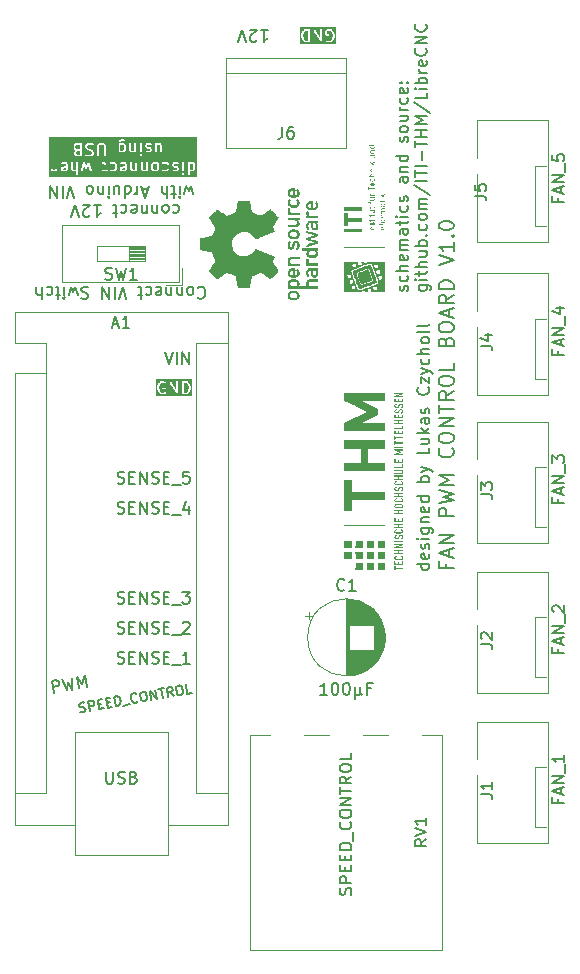
<source format=gbr>
%TF.GenerationSoftware,KiCad,Pcbnew,7.0.7*%
%TF.CreationDate,2024-01-02T15:01:12+01:00*%
%TF.ProjectId,fan-control,66616e2d-636f-46e7-9472-6f6c2e6b6963,rev?*%
%TF.SameCoordinates,Original*%
%TF.FileFunction,Legend,Top*%
%TF.FilePolarity,Positive*%
%FSLAX46Y46*%
G04 Gerber Fmt 4.6, Leading zero omitted, Abs format (unit mm)*
G04 Created by KiCad (PCBNEW 7.0.7) date 2024-01-02 15:01:12*
%MOMM*%
%LPD*%
G01*
G04 APERTURE LIST*
%ADD10C,0.150000*%
%ADD11C,0.200000*%
%ADD12C,0.120000*%
G04 APERTURE END LIST*
D10*
X124171601Y-107087200D02*
X124314458Y-107134819D01*
X124314458Y-107134819D02*
X124552553Y-107134819D01*
X124552553Y-107134819D02*
X124647791Y-107087200D01*
X124647791Y-107087200D02*
X124695410Y-107039580D01*
X124695410Y-107039580D02*
X124743029Y-106944342D01*
X124743029Y-106944342D02*
X124743029Y-106849104D01*
X124743029Y-106849104D02*
X124695410Y-106753866D01*
X124695410Y-106753866D02*
X124647791Y-106706247D01*
X124647791Y-106706247D02*
X124552553Y-106658628D01*
X124552553Y-106658628D02*
X124362077Y-106611009D01*
X124362077Y-106611009D02*
X124266839Y-106563390D01*
X124266839Y-106563390D02*
X124219220Y-106515771D01*
X124219220Y-106515771D02*
X124171601Y-106420533D01*
X124171601Y-106420533D02*
X124171601Y-106325295D01*
X124171601Y-106325295D02*
X124219220Y-106230057D01*
X124219220Y-106230057D02*
X124266839Y-106182438D01*
X124266839Y-106182438D02*
X124362077Y-106134819D01*
X124362077Y-106134819D02*
X124600172Y-106134819D01*
X124600172Y-106134819D02*
X124743029Y-106182438D01*
X125171601Y-106611009D02*
X125504934Y-106611009D01*
X125647791Y-107134819D02*
X125171601Y-107134819D01*
X125171601Y-107134819D02*
X125171601Y-106134819D01*
X125171601Y-106134819D02*
X125647791Y-106134819D01*
X126076363Y-107134819D02*
X126076363Y-106134819D01*
X126076363Y-106134819D02*
X126647791Y-107134819D01*
X126647791Y-107134819D02*
X126647791Y-106134819D01*
X127076363Y-107087200D02*
X127219220Y-107134819D01*
X127219220Y-107134819D02*
X127457315Y-107134819D01*
X127457315Y-107134819D02*
X127552553Y-107087200D01*
X127552553Y-107087200D02*
X127600172Y-107039580D01*
X127600172Y-107039580D02*
X127647791Y-106944342D01*
X127647791Y-106944342D02*
X127647791Y-106849104D01*
X127647791Y-106849104D02*
X127600172Y-106753866D01*
X127600172Y-106753866D02*
X127552553Y-106706247D01*
X127552553Y-106706247D02*
X127457315Y-106658628D01*
X127457315Y-106658628D02*
X127266839Y-106611009D01*
X127266839Y-106611009D02*
X127171601Y-106563390D01*
X127171601Y-106563390D02*
X127123982Y-106515771D01*
X127123982Y-106515771D02*
X127076363Y-106420533D01*
X127076363Y-106420533D02*
X127076363Y-106325295D01*
X127076363Y-106325295D02*
X127123982Y-106230057D01*
X127123982Y-106230057D02*
X127171601Y-106182438D01*
X127171601Y-106182438D02*
X127266839Y-106134819D01*
X127266839Y-106134819D02*
X127504934Y-106134819D01*
X127504934Y-106134819D02*
X127647791Y-106182438D01*
X128076363Y-106611009D02*
X128409696Y-106611009D01*
X128552553Y-107134819D02*
X128076363Y-107134819D01*
X128076363Y-107134819D02*
X128076363Y-106134819D01*
X128076363Y-106134819D02*
X128552553Y-106134819D01*
X128743030Y-107230057D02*
X129504934Y-107230057D01*
X129647792Y-106134819D02*
X130266839Y-106134819D01*
X130266839Y-106134819D02*
X129933506Y-106515771D01*
X129933506Y-106515771D02*
X130076363Y-106515771D01*
X130076363Y-106515771D02*
X130171601Y-106563390D01*
X130171601Y-106563390D02*
X130219220Y-106611009D01*
X130219220Y-106611009D02*
X130266839Y-106706247D01*
X130266839Y-106706247D02*
X130266839Y-106944342D01*
X130266839Y-106944342D02*
X130219220Y-107039580D01*
X130219220Y-107039580D02*
X130171601Y-107087200D01*
X130171601Y-107087200D02*
X130076363Y-107134819D01*
X130076363Y-107134819D02*
X129790649Y-107134819D01*
X129790649Y-107134819D02*
X129695411Y-107087200D01*
X129695411Y-107087200D02*
X129647792Y-107039580D01*
X118774641Y-114689428D02*
X118600993Y-113704620D01*
X118600993Y-113704620D02*
X118976157Y-113638468D01*
X118976157Y-113638468D02*
X119078218Y-113668826D01*
X119078218Y-113668826D02*
X119133382Y-113707453D01*
X119133382Y-113707453D02*
X119196816Y-113792975D01*
X119196816Y-113792975D02*
X119221623Y-113933662D01*
X119221623Y-113933662D02*
X119191265Y-114035722D01*
X119191265Y-114035722D02*
X119152638Y-114090886D01*
X119152638Y-114090886D02*
X119067116Y-114154320D01*
X119067116Y-114154320D02*
X118691951Y-114220472D01*
X119492009Y-113547510D02*
X119900135Y-114490973D01*
X119900135Y-114490973D02*
X119963683Y-113754463D01*
X119963683Y-113754463D02*
X120275300Y-114424821D01*
X120275300Y-114424821D02*
X120336130Y-113398668D01*
X120884943Y-114317325D02*
X120711295Y-113332517D01*
X120711295Y-113332517D02*
X121163598Y-113978068D01*
X121163598Y-113978068D02*
X121367833Y-113216751D01*
X121367833Y-113216751D02*
X121541481Y-114201559D01*
G36*
X130518715Y-69921438D02*
G01*
X130549122Y-69951845D01*
X130583381Y-70020362D01*
X130583381Y-70270665D01*
X130549122Y-70339182D01*
X130518715Y-70369589D01*
X130450200Y-70403847D01*
X130295134Y-70403847D01*
X130257191Y-70384875D01*
X130257191Y-69906152D01*
X130295135Y-69887180D01*
X130450199Y-69887180D01*
X130518715Y-69921438D01*
G37*
G36*
X119821475Y-70318284D02*
G01*
X119792954Y-70375326D01*
X119735913Y-70403847D01*
X119580847Y-70403847D01*
X119523805Y-70375326D01*
X119495285Y-70318285D01*
X119495285Y-70302237D01*
X119821475Y-70236999D01*
X119821475Y-70318284D01*
G37*
G36*
X124821476Y-70318284D02*
G01*
X124792955Y-70375326D01*
X124735914Y-70403847D01*
X124580848Y-70403847D01*
X124523806Y-70375326D01*
X124495286Y-70318285D01*
X124495285Y-70302237D01*
X124821476Y-70236999D01*
X124821476Y-70318284D01*
G37*
G36*
X127471096Y-69921438D02*
G01*
X127501504Y-69951846D01*
X127535762Y-70020362D01*
X127535762Y-70270665D01*
X127501504Y-70339181D01*
X127471096Y-70369589D01*
X127402581Y-70403847D01*
X127295134Y-70403847D01*
X127226618Y-70369589D01*
X127196211Y-70339182D01*
X127161952Y-70270665D01*
X127161952Y-70020362D01*
X127196210Y-69951846D01*
X127226617Y-69921439D01*
X127295135Y-69887180D01*
X127402580Y-69887180D01*
X127471096Y-69921438D01*
G37*
G36*
X121011951Y-69127180D02*
G01*
X120771323Y-69127180D01*
X120702807Y-69092922D01*
X120672400Y-69062515D01*
X120638142Y-68993999D01*
X120638142Y-68934171D01*
X120672400Y-68865654D01*
X120702807Y-68835248D01*
X120771323Y-68800990D01*
X121011951Y-68800990D01*
X121011951Y-69127180D01*
G37*
G36*
X121011951Y-68650990D02*
G01*
X120765788Y-68650990D01*
X120651275Y-68612819D01*
X120624781Y-68586325D01*
X120590522Y-68517808D01*
X120590522Y-68410362D01*
X120624781Y-68341846D01*
X120655187Y-68311439D01*
X120723705Y-68277180D01*
X121011951Y-68277180D01*
X121011951Y-68650990D01*
G37*
G36*
X124661571Y-68311438D02*
G01*
X124691979Y-68341846D01*
X124726237Y-68410362D01*
X124726237Y-68660665D01*
X124691978Y-68729182D01*
X124661572Y-68759589D01*
X124593056Y-68793847D01*
X124437990Y-68793847D01*
X124400047Y-68774875D01*
X124400047Y-68296152D01*
X124437991Y-68277180D01*
X124593055Y-68277180D01*
X124661571Y-68311438D01*
G37*
G36*
X130876238Y-71029751D02*
G01*
X118345285Y-71029751D01*
X118345285Y-70335990D01*
X118488142Y-70335990D01*
X118489675Y-70340203D01*
X118488634Y-70344564D01*
X118496060Y-70369531D01*
X118543679Y-70464769D01*
X118551832Y-70472488D01*
X118556299Y-70482793D01*
X118577220Y-70498310D01*
X118672458Y-70545929D01*
X118676911Y-70546441D01*
X118680347Y-70549324D01*
X118705999Y-70553847D01*
X118848856Y-70553847D01*
X118853069Y-70552313D01*
X118857430Y-70553355D01*
X118882397Y-70545929D01*
X118932086Y-70521084D01*
X118934260Y-70527056D01*
X118978689Y-70552708D01*
X119029213Y-70543799D01*
X119062190Y-70504499D01*
X119066713Y-70478847D01*
X119066713Y-70335990D01*
X119345285Y-70335990D01*
X119346818Y-70340203D01*
X119345777Y-70344564D01*
X119353203Y-70369531D01*
X119400822Y-70464769D01*
X119408975Y-70472488D01*
X119413442Y-70482793D01*
X119434363Y-70498310D01*
X119529601Y-70545929D01*
X119534054Y-70546441D01*
X119537490Y-70549324D01*
X119563142Y-70553847D01*
X119753618Y-70553847D01*
X119757831Y-70552313D01*
X119762192Y-70553355D01*
X119787159Y-70545929D01*
X119882397Y-70498310D01*
X119890116Y-70490156D01*
X119900421Y-70485690D01*
X119915938Y-70464769D01*
X119963557Y-70369531D01*
X119964069Y-70365077D01*
X119966952Y-70361642D01*
X119971475Y-70335990D01*
X120250047Y-70335990D01*
X120251580Y-70340203D01*
X120250539Y-70344564D01*
X120257965Y-70369531D01*
X120305584Y-70464769D01*
X120313737Y-70472488D01*
X120318204Y-70482793D01*
X120339125Y-70498310D01*
X120434363Y-70545929D01*
X120438816Y-70546441D01*
X120442252Y-70549324D01*
X120467904Y-70553847D01*
X120610761Y-70553847D01*
X120614974Y-70552313D01*
X120619335Y-70553355D01*
X120644302Y-70545929D01*
X120678618Y-70528771D01*
X120678618Y-70812180D01*
X120696165Y-70860389D01*
X120740594Y-70886041D01*
X120791118Y-70877132D01*
X120824095Y-70837832D01*
X120828618Y-70812180D01*
X120828618Y-70458243D01*
X121062457Y-70458243D01*
X121066085Y-70509418D01*
X121101757Y-70546288D01*
X121152784Y-70551602D01*
X121195289Y-70522874D01*
X121206685Y-70499451D01*
X121336890Y-70043732D01*
X121445887Y-70316225D01*
X121461506Y-70333693D01*
X121475999Y-70352112D01*
X121478429Y-70352619D01*
X121480083Y-70354469D01*
X121503269Y-70357810D01*
X121526218Y-70362605D01*
X121528405Y-70361432D01*
X121530862Y-70361786D01*
X121550773Y-70349439D01*
X121571432Y-70338363D01*
X121573178Y-70335546D01*
X121574463Y-70334750D01*
X121575355Y-70332035D01*
X121585159Y-70316225D01*
X121694155Y-70043732D01*
X121824361Y-70499451D01*
X121854477Y-70540985D01*
X121904243Y-70553444D01*
X121950376Y-70530998D01*
X121971287Y-70484150D01*
X121969378Y-70465823D01*
X122822615Y-70465823D01*
X122831524Y-70516347D01*
X122870824Y-70549324D01*
X122896476Y-70553847D01*
X123059571Y-70553847D01*
X123059571Y-70812180D01*
X123077118Y-70860389D01*
X123121547Y-70886041D01*
X123172071Y-70877132D01*
X123205048Y-70837832D01*
X123209571Y-70812180D01*
X123209571Y-70758025D01*
X129583667Y-70758025D01*
X129588709Y-70776844D01*
X129590408Y-70796257D01*
X129596081Y-70804359D01*
X129596944Y-70807579D01*
X129599674Y-70809490D01*
X129605348Y-70817594D01*
X129652967Y-70865213D01*
X129670625Y-70873446D01*
X129686589Y-70884625D01*
X129690005Y-70884326D01*
X129692976Y-70886041D01*
X129696355Y-70885445D01*
X129699463Y-70886894D01*
X129718282Y-70881851D01*
X129737696Y-70880153D01*
X129741509Y-70877483D01*
X129743500Y-70877132D01*
X129745621Y-70874603D01*
X129745798Y-70874479D01*
X129749018Y-70873617D01*
X129750929Y-70870887D01*
X129759033Y-70865213D01*
X129806652Y-70817594D01*
X129809176Y-70812180D01*
X130107191Y-70812180D01*
X130124738Y-70860389D01*
X130169167Y-70886041D01*
X130219691Y-70877132D01*
X130252668Y-70837832D01*
X130257191Y-70812180D01*
X130257191Y-70550278D01*
X130277429Y-70553847D01*
X130467905Y-70553847D01*
X130472118Y-70552313D01*
X130476479Y-70553355D01*
X130501446Y-70545929D01*
X130596684Y-70498310D01*
X130597809Y-70497120D01*
X130616176Y-70484261D01*
X130663795Y-70436642D01*
X130664486Y-70435160D01*
X130677844Y-70417150D01*
X130725463Y-70321912D01*
X130725975Y-70317458D01*
X130728858Y-70314023D01*
X130733381Y-70288371D01*
X130733381Y-70002657D01*
X130731847Y-69998443D01*
X130732889Y-69994082D01*
X130725463Y-69969116D01*
X130677844Y-69873878D01*
X130676654Y-69872752D01*
X130663795Y-69854386D01*
X130616176Y-69806767D01*
X130614693Y-69806075D01*
X130596685Y-69792718D01*
X130501447Y-69745098D01*
X130496992Y-69744585D01*
X130493557Y-69741703D01*
X130467905Y-69737180D01*
X130277429Y-69737180D01*
X130273215Y-69738713D01*
X130268854Y-69737672D01*
X130243888Y-69745098D01*
X130224096Y-69754994D01*
X130195215Y-69738319D01*
X130144691Y-69747228D01*
X130111714Y-69786528D01*
X130107191Y-69812180D01*
X130107191Y-70812180D01*
X129809176Y-70812180D01*
X129814887Y-70799933D01*
X129826063Y-70783972D01*
X129825473Y-70777230D01*
X129828333Y-70771098D01*
X129823290Y-70752276D01*
X129821592Y-70732865D01*
X129815918Y-70724762D01*
X129815056Y-70721543D01*
X129812326Y-70719631D01*
X129806652Y-70711528D01*
X129759033Y-70663909D01*
X129741372Y-70655674D01*
X129725411Y-70644498D01*
X129721995Y-70644796D01*
X129719024Y-70643081D01*
X129715643Y-70643677D01*
X129712536Y-70642228D01*
X129693714Y-70647270D01*
X129674304Y-70648969D01*
X129670490Y-70651638D01*
X129668500Y-70651990D01*
X129666378Y-70654518D01*
X129666201Y-70654642D01*
X129662982Y-70655505D01*
X129661070Y-70658235D01*
X129652967Y-70663909D01*
X129605348Y-70711528D01*
X129597114Y-70729185D01*
X129585936Y-70745150D01*
X129586526Y-70751893D01*
X129583667Y-70758025D01*
X123209571Y-70758025D01*
X123209571Y-70553847D01*
X123277428Y-70553847D01*
X123325637Y-70536300D01*
X123351289Y-70491871D01*
X123342380Y-70441347D01*
X123335676Y-70435722D01*
X123488278Y-70435722D01*
X123508681Y-70482793D01*
X123529602Y-70498310D01*
X123624840Y-70545929D01*
X123629293Y-70546441D01*
X123632729Y-70549324D01*
X123658381Y-70553847D01*
X123848857Y-70553847D01*
X123853070Y-70552313D01*
X123857431Y-70553355D01*
X123882398Y-70545929D01*
X123977636Y-70498310D01*
X123978761Y-70497120D01*
X123997128Y-70484261D01*
X124044747Y-70436642D01*
X124045438Y-70435160D01*
X124058796Y-70417150D01*
X124099376Y-70335990D01*
X124345286Y-70335990D01*
X124346819Y-70340203D01*
X124345778Y-70344564D01*
X124353204Y-70369531D01*
X124400823Y-70464769D01*
X124408976Y-70472488D01*
X124413443Y-70482793D01*
X124434364Y-70498310D01*
X124529602Y-70545929D01*
X124534055Y-70546441D01*
X124537491Y-70549324D01*
X124563143Y-70553847D01*
X124753619Y-70553847D01*
X124757832Y-70552313D01*
X124762193Y-70553355D01*
X124787160Y-70545929D01*
X124882398Y-70498310D01*
X124890117Y-70490156D01*
X124900422Y-70485690D01*
X124915939Y-70464769D01*
X124963558Y-70369531D01*
X124964070Y-70365077D01*
X124966953Y-70361642D01*
X124971476Y-70335990D01*
X125250048Y-70335990D01*
X125251581Y-70340203D01*
X125250540Y-70344564D01*
X125257966Y-70369531D01*
X125305585Y-70464769D01*
X125313738Y-70472488D01*
X125318205Y-70482793D01*
X125339126Y-70498310D01*
X125434364Y-70545929D01*
X125438817Y-70546441D01*
X125442253Y-70549324D01*
X125467905Y-70553847D01*
X125610762Y-70553847D01*
X125614975Y-70552313D01*
X125619336Y-70553355D01*
X125644303Y-70545929D01*
X125693992Y-70521084D01*
X125696166Y-70527056D01*
X125740595Y-70552708D01*
X125791119Y-70543799D01*
X125824096Y-70504499D01*
X125828619Y-70478847D01*
X125828619Y-70335990D01*
X126154810Y-70335990D01*
X126156343Y-70340203D01*
X126155302Y-70344564D01*
X126162728Y-70369531D01*
X126210347Y-70464769D01*
X126218500Y-70472488D01*
X126222967Y-70482793D01*
X126243888Y-70498310D01*
X126339126Y-70545929D01*
X126343579Y-70546441D01*
X126347015Y-70549324D01*
X126372667Y-70553847D01*
X126515524Y-70553847D01*
X126519737Y-70552313D01*
X126524098Y-70553355D01*
X126549065Y-70545929D01*
X126598754Y-70521084D01*
X126600928Y-70527056D01*
X126645357Y-70552708D01*
X126695881Y-70543799D01*
X126728858Y-70504499D01*
X126733381Y-70478847D01*
X126733381Y-70288371D01*
X127011953Y-70288371D01*
X127013486Y-70292584D01*
X127012445Y-70296945D01*
X127019871Y-70321912D01*
X127067490Y-70417150D01*
X127068679Y-70418275D01*
X127081539Y-70436642D01*
X127129158Y-70484261D01*
X127130639Y-70484952D01*
X127148650Y-70498310D01*
X127243888Y-70545929D01*
X127248341Y-70546441D01*
X127251777Y-70549324D01*
X127277429Y-70553847D01*
X127420286Y-70553847D01*
X127424499Y-70552313D01*
X127428860Y-70553355D01*
X127453827Y-70545929D01*
X127549065Y-70498310D01*
X127550190Y-70497120D01*
X127568557Y-70484261D01*
X127616176Y-70436642D01*
X127616605Y-70435722D01*
X127916850Y-70435722D01*
X127937253Y-70482793D01*
X127958174Y-70498310D01*
X128053412Y-70545929D01*
X128057865Y-70546441D01*
X128061301Y-70549324D01*
X128086953Y-70553847D01*
X128277429Y-70553847D01*
X128281642Y-70552313D01*
X128286003Y-70553355D01*
X128310970Y-70545929D01*
X128406208Y-70498310D01*
X128407333Y-70497120D01*
X128425700Y-70484261D01*
X128473319Y-70436642D01*
X128474010Y-70435160D01*
X128487368Y-70417150D01*
X128534987Y-70321912D01*
X128535499Y-70317458D01*
X128538382Y-70314023D01*
X128542905Y-70288371D01*
X128542905Y-70002657D01*
X128773858Y-70002657D01*
X128775391Y-70006870D01*
X128774350Y-70011231D01*
X128781776Y-70036198D01*
X128829395Y-70131436D01*
X128837548Y-70139155D01*
X128842015Y-70149460D01*
X128862936Y-70164977D01*
X128958174Y-70212596D01*
X128962627Y-70213108D01*
X128966063Y-70215991D01*
X128991715Y-70220514D01*
X129116867Y-70220514D01*
X129173908Y-70249034D01*
X129202429Y-70306076D01*
X129202429Y-70318284D01*
X129173908Y-70375326D01*
X129116867Y-70403847D01*
X129009420Y-70403847D01*
X128930018Y-70364146D01*
X128879051Y-70358281D01*
X128836238Y-70386547D01*
X128821612Y-70435722D01*
X128842015Y-70482793D01*
X128862936Y-70498310D01*
X128958174Y-70545929D01*
X128962627Y-70546441D01*
X128966063Y-70549324D01*
X128991715Y-70553847D01*
X129134572Y-70553847D01*
X129138785Y-70552313D01*
X129143146Y-70553355D01*
X129168113Y-70545929D01*
X129263351Y-70498310D01*
X129271070Y-70490156D01*
X129281375Y-70485690D01*
X129286450Y-70478847D01*
X129631000Y-70478847D01*
X129648547Y-70527056D01*
X129692976Y-70552708D01*
X129743500Y-70543799D01*
X129776477Y-70504499D01*
X129781000Y-70478847D01*
X129781000Y-69812180D01*
X129763453Y-69763971D01*
X129719024Y-69738319D01*
X129668500Y-69747228D01*
X129635523Y-69786528D01*
X129631000Y-69812180D01*
X129631000Y-70478847D01*
X129286450Y-70478847D01*
X129296892Y-70464769D01*
X129344511Y-70369531D01*
X129345023Y-70365077D01*
X129347906Y-70361642D01*
X129352429Y-70335990D01*
X129352429Y-70288371D01*
X129350895Y-70284157D01*
X129351937Y-70279796D01*
X129344511Y-70254830D01*
X129296892Y-70159592D01*
X129288738Y-70151872D01*
X129284272Y-70141568D01*
X129263351Y-70126051D01*
X129168113Y-70078432D01*
X129163659Y-70077919D01*
X129160224Y-70075037D01*
X129134572Y-70070514D01*
X129009420Y-70070514D01*
X128952378Y-70041993D01*
X128923858Y-69984952D01*
X128923858Y-69972742D01*
X128952378Y-69915702D01*
X129009421Y-69887180D01*
X129164485Y-69887180D01*
X129243888Y-69926882D01*
X129294854Y-69932747D01*
X129337668Y-69904481D01*
X129352295Y-69855307D01*
X129331892Y-69808236D01*
X129310971Y-69792718D01*
X129215733Y-69745098D01*
X129211278Y-69744585D01*
X129207843Y-69741703D01*
X129182191Y-69737180D01*
X128991715Y-69737180D01*
X128987501Y-69738713D01*
X128983140Y-69737672D01*
X128958174Y-69745098D01*
X128862935Y-69792718D01*
X128855215Y-69800872D01*
X128844912Y-69805338D01*
X128829395Y-69826259D01*
X128781776Y-69921497D01*
X128781263Y-69925950D01*
X128778381Y-69929386D01*
X128773858Y-69955038D01*
X128773858Y-70002657D01*
X128542905Y-70002657D01*
X128541371Y-69998443D01*
X128542413Y-69994082D01*
X128534987Y-69969116D01*
X128487368Y-69873878D01*
X128486178Y-69872752D01*
X128473319Y-69854386D01*
X128425700Y-69806767D01*
X128424217Y-69806075D01*
X128406209Y-69792718D01*
X128310971Y-69745098D01*
X128306516Y-69744585D01*
X128303081Y-69741703D01*
X128277429Y-69737180D01*
X128086953Y-69737180D01*
X128082739Y-69738713D01*
X128078378Y-69737672D01*
X128053412Y-69745098D01*
X127958173Y-69792718D01*
X127922902Y-69829973D01*
X127919827Y-69881183D01*
X127950391Y-69922389D01*
X128000290Y-69934308D01*
X128025257Y-69926882D01*
X128104659Y-69887180D01*
X128259723Y-69887180D01*
X128328239Y-69921438D01*
X128358646Y-69951845D01*
X128392904Y-70020362D01*
X128392904Y-70270666D01*
X128358646Y-70339182D01*
X128328239Y-70369589D01*
X128259724Y-70403847D01*
X128104658Y-70403847D01*
X128025256Y-70364146D01*
X127974289Y-70358281D01*
X127931476Y-70386547D01*
X127916850Y-70435722D01*
X127616605Y-70435722D01*
X127616867Y-70435160D01*
X127630225Y-70417150D01*
X127677844Y-70321912D01*
X127678356Y-70317458D01*
X127681239Y-70314023D01*
X127685762Y-70288371D01*
X127685762Y-70002657D01*
X127684228Y-69998443D01*
X127685270Y-69994082D01*
X127677844Y-69969116D01*
X127630225Y-69873878D01*
X127629035Y-69872752D01*
X127616176Y-69854386D01*
X127568557Y-69806767D01*
X127567074Y-69806075D01*
X127549066Y-69792718D01*
X127453828Y-69745098D01*
X127449373Y-69744585D01*
X127445938Y-69741703D01*
X127420286Y-69737180D01*
X127277429Y-69737180D01*
X127273215Y-69738713D01*
X127268854Y-69737672D01*
X127243888Y-69745098D01*
X127148649Y-69792718D01*
X127147521Y-69793909D01*
X127129158Y-69806767D01*
X127081539Y-69854386D01*
X127080848Y-69855867D01*
X127067490Y-69873878D01*
X127019871Y-69969116D01*
X127019358Y-69973569D01*
X127016476Y-69977005D01*
X127011953Y-70002657D01*
X127011953Y-70288371D01*
X126733381Y-70288371D01*
X126733381Y-69812180D01*
X126715834Y-69763971D01*
X126671405Y-69738319D01*
X126620881Y-69747228D01*
X126587904Y-69786528D01*
X126583381Y-69812180D01*
X126583381Y-70352543D01*
X126566334Y-70369589D01*
X126497819Y-70403847D01*
X126390372Y-70403847D01*
X126333330Y-70375326D01*
X126304809Y-70318284D01*
X126304810Y-69812180D01*
X126287263Y-69763971D01*
X126242834Y-69738319D01*
X126192310Y-69747228D01*
X126159333Y-69786528D01*
X126154810Y-69812180D01*
X126154810Y-70335990D01*
X125828619Y-70335990D01*
X125828619Y-69812180D01*
X125811072Y-69763971D01*
X125766643Y-69738319D01*
X125716119Y-69747228D01*
X125683142Y-69786528D01*
X125678619Y-69812180D01*
X125678619Y-70352543D01*
X125661572Y-70369589D01*
X125593057Y-70403847D01*
X125485610Y-70403847D01*
X125428568Y-70375326D01*
X125400048Y-70318285D01*
X125400048Y-69812180D01*
X125382501Y-69763971D01*
X125338072Y-69738319D01*
X125287548Y-69747228D01*
X125254571Y-69786528D01*
X125250048Y-69812180D01*
X125250048Y-70335990D01*
X124971476Y-70335990D01*
X124971476Y-69955038D01*
X124969942Y-69950824D01*
X124970984Y-69946463D01*
X124963558Y-69921497D01*
X124915939Y-69826259D01*
X124907786Y-69818540D01*
X124903320Y-69808236D01*
X124882399Y-69792718D01*
X124787161Y-69745098D01*
X124782706Y-69744585D01*
X124779271Y-69741703D01*
X124753619Y-69737180D01*
X124563143Y-69737180D01*
X124558929Y-69738713D01*
X124554568Y-69737672D01*
X124529602Y-69745098D01*
X124434363Y-69792718D01*
X124399092Y-69829973D01*
X124396017Y-69881183D01*
X124426581Y-69922389D01*
X124476480Y-69934308D01*
X124501447Y-69926882D01*
X124580849Y-69887180D01*
X124735913Y-69887180D01*
X124792955Y-69915701D01*
X124821476Y-69972743D01*
X124821476Y-70084029D01*
X124405577Y-70167208D01*
X124394989Y-70173648D01*
X124382786Y-70175800D01*
X124373752Y-70186566D01*
X124361746Y-70193869D01*
X124357775Y-70205606D01*
X124349809Y-70215100D01*
X124345286Y-70240752D01*
X124345286Y-70335990D01*
X124099376Y-70335990D01*
X124106415Y-70321912D01*
X124106927Y-70317458D01*
X124109810Y-70314023D01*
X124114333Y-70288371D01*
X124114333Y-70002657D01*
X124112799Y-69998443D01*
X124113841Y-69994082D01*
X124106415Y-69969116D01*
X124058796Y-69873878D01*
X124057606Y-69872752D01*
X124044747Y-69854386D01*
X123997128Y-69806767D01*
X123995645Y-69806075D01*
X123977637Y-69792718D01*
X123882399Y-69745098D01*
X123877944Y-69744585D01*
X123874509Y-69741703D01*
X123848857Y-69737180D01*
X123658381Y-69737180D01*
X123654167Y-69738713D01*
X123649806Y-69737672D01*
X123624840Y-69745098D01*
X123529601Y-69792718D01*
X123494330Y-69829973D01*
X123491255Y-69881183D01*
X123521819Y-69922389D01*
X123571718Y-69934308D01*
X123596685Y-69926882D01*
X123676087Y-69887180D01*
X123831151Y-69887180D01*
X123899667Y-69921438D01*
X123930074Y-69951845D01*
X123964332Y-70020362D01*
X123964332Y-70270666D01*
X123930075Y-70339181D01*
X123899667Y-70369589D01*
X123831152Y-70403847D01*
X123676086Y-70403847D01*
X123596684Y-70364146D01*
X123545717Y-70358281D01*
X123502904Y-70386547D01*
X123488278Y-70435722D01*
X123335676Y-70435722D01*
X123303080Y-70408370D01*
X123277428Y-70403847D01*
X123209571Y-70403847D01*
X123209571Y-69955038D01*
X123208037Y-69950824D01*
X123209079Y-69946463D01*
X123201653Y-69921497D01*
X123154034Y-69826259D01*
X123145881Y-69818540D01*
X123141415Y-69808236D01*
X123120494Y-69792718D01*
X123025256Y-69745098D01*
X123020801Y-69744585D01*
X123017366Y-69741703D01*
X122991714Y-69737180D01*
X122896476Y-69737180D01*
X122848267Y-69754727D01*
X122822615Y-69799156D01*
X122831524Y-69849680D01*
X122870824Y-69882657D01*
X122896476Y-69887180D01*
X122974008Y-69887180D01*
X123031050Y-69915701D01*
X123059571Y-69972743D01*
X123059571Y-70403847D01*
X122896476Y-70403847D01*
X122848267Y-70421394D01*
X122822615Y-70465823D01*
X121969378Y-70465823D01*
X121968589Y-70458243D01*
X121778113Y-69791576D01*
X121777198Y-69790314D01*
X121777247Y-69788757D01*
X121762236Y-69769680D01*
X121747997Y-69750042D01*
X121746486Y-69749663D01*
X121745523Y-69748439D01*
X121721779Y-69743478D01*
X121698231Y-69737583D01*
X121696828Y-69738265D01*
X121695304Y-69737947D01*
X121673925Y-69749408D01*
X121652098Y-69760029D01*
X121651462Y-69761451D01*
X121650090Y-69762188D01*
X121636363Y-69784326D01*
X121515522Y-70086426D01*
X121394683Y-69784326D01*
X121393643Y-69783163D01*
X121393533Y-69781609D01*
X121376651Y-69764160D01*
X121360486Y-69746082D01*
X121358945Y-69745860D01*
X121357861Y-69744739D01*
X121333717Y-69742224D01*
X121309708Y-69738765D01*
X121308383Y-69739586D01*
X121306833Y-69739425D01*
X121286725Y-69753016D01*
X121266107Y-69765801D01*
X121265620Y-69767281D01*
X121264329Y-69768154D01*
X121252933Y-69791576D01*
X121062457Y-70458243D01*
X120828618Y-70458243D01*
X120828618Y-69812180D01*
X120811071Y-69763971D01*
X120766642Y-69738319D01*
X120716118Y-69747228D01*
X120683141Y-69786528D01*
X120678618Y-69812180D01*
X120678618Y-70352543D01*
X120661572Y-70369588D01*
X120593056Y-70403847D01*
X120485609Y-70403847D01*
X120428567Y-70375326D01*
X120400047Y-70318285D01*
X120400047Y-69812180D01*
X120382500Y-69763971D01*
X120338071Y-69738319D01*
X120287547Y-69747228D01*
X120254570Y-69786528D01*
X120250047Y-69812180D01*
X120250047Y-70335990D01*
X119971475Y-70335990D01*
X119971475Y-69955038D01*
X119969941Y-69950824D01*
X119970983Y-69946463D01*
X119963557Y-69921497D01*
X119915938Y-69826259D01*
X119907785Y-69818540D01*
X119903319Y-69808236D01*
X119882398Y-69792718D01*
X119787160Y-69745098D01*
X119782705Y-69744585D01*
X119779270Y-69741703D01*
X119753618Y-69737180D01*
X119563142Y-69737180D01*
X119558928Y-69738713D01*
X119554567Y-69737672D01*
X119529601Y-69745098D01*
X119434362Y-69792718D01*
X119399091Y-69829973D01*
X119396016Y-69881183D01*
X119426580Y-69922389D01*
X119476479Y-69934308D01*
X119501446Y-69926882D01*
X119580848Y-69887180D01*
X119735912Y-69887180D01*
X119792954Y-69915701D01*
X119821475Y-69972743D01*
X119821475Y-70084029D01*
X119405576Y-70167208D01*
X119394988Y-70173648D01*
X119382785Y-70175800D01*
X119373751Y-70186566D01*
X119361745Y-70193869D01*
X119357774Y-70205606D01*
X119349808Y-70215100D01*
X119345285Y-70240752D01*
X119345285Y-70335990D01*
X119066713Y-70335990D01*
X119066713Y-69812180D01*
X119049166Y-69763971D01*
X119004737Y-69738319D01*
X118954213Y-69747228D01*
X118921236Y-69786528D01*
X118916713Y-69812180D01*
X118916713Y-70352543D01*
X118899667Y-70369588D01*
X118831151Y-70403847D01*
X118723704Y-70403847D01*
X118666662Y-70375326D01*
X118638142Y-70318284D01*
X118638142Y-69812180D01*
X118620595Y-69763971D01*
X118576166Y-69738319D01*
X118525642Y-69747228D01*
X118492665Y-69786528D01*
X118488142Y-69812180D01*
X118488142Y-70335990D01*
X118345285Y-70335990D01*
X118345285Y-68535514D01*
X120440523Y-68535514D01*
X120442056Y-68539727D01*
X120441015Y-68544088D01*
X120448441Y-68569055D01*
X120496060Y-68664293D01*
X120497249Y-68665418D01*
X120510109Y-68683785D01*
X120557728Y-68731404D01*
X120561792Y-68733299D01*
X120564139Y-68737119D01*
X120580139Y-68745783D01*
X120557728Y-68768195D01*
X120557037Y-68769676D01*
X120543679Y-68787687D01*
X120496060Y-68882925D01*
X120495547Y-68887378D01*
X120492665Y-68890814D01*
X120488142Y-68916466D01*
X120488142Y-69011704D01*
X120489675Y-69015917D01*
X120488634Y-69020278D01*
X120496060Y-69045245D01*
X120543679Y-69140483D01*
X120544868Y-69141608D01*
X120557728Y-69159975D01*
X120605347Y-69207594D01*
X120606828Y-69208285D01*
X120624839Y-69221643D01*
X120720077Y-69269262D01*
X120724530Y-69269774D01*
X120727966Y-69272657D01*
X120753618Y-69277180D01*
X121086951Y-69277180D01*
X121105259Y-69270516D01*
X121124451Y-69267132D01*
X121128801Y-69261947D01*
X121135160Y-69259633D01*
X121144902Y-69242759D01*
X121157428Y-69227832D01*
X121159145Y-69218089D01*
X121160812Y-69215204D01*
X121160233Y-69211921D01*
X121161951Y-69202180D01*
X121161951Y-68487895D01*
X121440523Y-68487895D01*
X121442056Y-68492108D01*
X121441015Y-68496469D01*
X121448441Y-68521436D01*
X121496060Y-68616674D01*
X121497249Y-68617799D01*
X121510109Y-68636166D01*
X121557728Y-68683785D01*
X121559209Y-68684476D01*
X121577220Y-68697834D01*
X121672458Y-68745453D01*
X121675986Y-68745859D01*
X121687809Y-68751132D01*
X121870299Y-68796754D01*
X121947286Y-68835248D01*
X121977693Y-68865655D01*
X122011951Y-68934171D01*
X122011951Y-68993999D01*
X121977693Y-69062515D01*
X121947285Y-69092922D01*
X121878770Y-69127180D01*
X121670550Y-69127180D01*
X121539240Y-69083410D01*
X121487956Y-69084811D01*
X121449571Y-69118848D01*
X121442046Y-69169597D01*
X121468901Y-69213309D01*
X121491806Y-69225712D01*
X121634662Y-69273331D01*
X121636297Y-69273286D01*
X121658380Y-69277180D01*
X121896475Y-69277180D01*
X121900688Y-69275646D01*
X121905049Y-69276688D01*
X121930016Y-69269262D01*
X122025254Y-69221643D01*
X122026379Y-69220453D01*
X122044746Y-69207594D01*
X122050160Y-69202180D01*
X122440523Y-69202180D01*
X122458070Y-69250389D01*
X122502499Y-69276041D01*
X122553023Y-69267132D01*
X122586000Y-69227832D01*
X122590523Y-69202180D01*
X122590523Y-68410362D01*
X122624781Y-68341846D01*
X122655187Y-68311439D01*
X122723705Y-68277180D01*
X122878769Y-68277180D01*
X122947285Y-68311438D01*
X122977693Y-68341846D01*
X123011950Y-68410361D01*
X123011951Y-69202180D01*
X123029498Y-69250389D01*
X123073927Y-69276041D01*
X123124451Y-69267132D01*
X123157428Y-69227832D01*
X123161951Y-69202180D01*
X123161951Y-69148025D01*
X126012237Y-69148025D01*
X126017279Y-69166844D01*
X126018978Y-69186257D01*
X126024651Y-69194359D01*
X126025514Y-69197579D01*
X126028244Y-69199490D01*
X126033918Y-69207594D01*
X126081537Y-69255213D01*
X126099195Y-69263446D01*
X126115159Y-69274625D01*
X126118575Y-69274326D01*
X126121546Y-69276041D01*
X126124925Y-69275445D01*
X126128033Y-69276894D01*
X126146852Y-69271851D01*
X126166266Y-69270153D01*
X126170079Y-69267483D01*
X126172070Y-69267132D01*
X126174191Y-69264603D01*
X126174368Y-69264479D01*
X126177588Y-69263617D01*
X126179499Y-69260887D01*
X126187603Y-69255213D01*
X126235222Y-69207594D01*
X126243457Y-69189933D01*
X126254633Y-69173972D01*
X126254043Y-69167230D01*
X126256903Y-69161098D01*
X126251860Y-69142276D01*
X126250162Y-69122865D01*
X126244488Y-69114762D01*
X126243626Y-69111543D01*
X126240896Y-69109631D01*
X126235222Y-69101528D01*
X126187603Y-69053909D01*
X126169942Y-69045674D01*
X126153981Y-69034498D01*
X126150565Y-69034796D01*
X126147594Y-69033081D01*
X126144213Y-69033677D01*
X126141106Y-69032228D01*
X126122284Y-69037270D01*
X126102874Y-69038969D01*
X126099060Y-69041638D01*
X126097070Y-69041990D01*
X126094948Y-69044518D01*
X126094771Y-69044642D01*
X126091552Y-69045505D01*
X126089640Y-69048235D01*
X126081537Y-69053909D01*
X126033918Y-69101528D01*
X126025684Y-69119185D01*
X126014506Y-69135150D01*
X126015096Y-69141893D01*
X126012237Y-69148025D01*
X123161951Y-69148025D01*
X123161951Y-68868847D01*
X124250047Y-68868847D01*
X124267594Y-68917056D01*
X124312023Y-68942708D01*
X124362547Y-68933799D01*
X124368439Y-68926776D01*
X124386744Y-68935929D01*
X124391197Y-68936441D01*
X124394633Y-68939324D01*
X124420285Y-68943847D01*
X124610761Y-68943847D01*
X124614974Y-68942313D01*
X124619335Y-68943355D01*
X124644302Y-68935929D01*
X124739540Y-68888310D01*
X124740665Y-68887120D01*
X124759032Y-68874261D01*
X124806651Y-68826642D01*
X124807342Y-68825160D01*
X124820700Y-68807150D01*
X124861280Y-68725990D01*
X125154809Y-68725990D01*
X125156342Y-68730203D01*
X125155301Y-68734564D01*
X125162727Y-68759531D01*
X125210346Y-68854769D01*
X125218499Y-68862488D01*
X125222966Y-68872793D01*
X125243887Y-68888310D01*
X125339125Y-68935929D01*
X125343578Y-68936441D01*
X125347014Y-68939324D01*
X125372666Y-68943847D01*
X125515523Y-68943847D01*
X125519736Y-68942313D01*
X125524097Y-68943355D01*
X125549064Y-68935929D01*
X125598753Y-68911084D01*
X125600927Y-68917056D01*
X125645356Y-68942708D01*
X125695880Y-68933799D01*
X125728857Y-68894499D01*
X125733380Y-68868847D01*
X126059570Y-68868847D01*
X126077117Y-68917056D01*
X126121546Y-68942708D01*
X126172070Y-68933799D01*
X126205047Y-68894499D01*
X126209570Y-68868847D01*
X126209570Y-68392657D01*
X126488142Y-68392657D01*
X126489675Y-68396870D01*
X126488634Y-68401231D01*
X126496060Y-68426198D01*
X126543679Y-68521436D01*
X126551832Y-68529155D01*
X126556299Y-68539460D01*
X126577220Y-68554977D01*
X126672458Y-68602596D01*
X126676911Y-68603108D01*
X126680347Y-68605991D01*
X126705999Y-68610514D01*
X126831151Y-68610514D01*
X126888192Y-68639034D01*
X126916713Y-68696076D01*
X126916713Y-68708284D01*
X126888192Y-68765326D01*
X126831151Y-68793847D01*
X126723704Y-68793847D01*
X126644302Y-68754146D01*
X126593335Y-68748281D01*
X126550522Y-68776547D01*
X126535896Y-68825722D01*
X126556299Y-68872793D01*
X126577220Y-68888310D01*
X126672458Y-68935929D01*
X126676911Y-68936441D01*
X126680347Y-68939324D01*
X126705999Y-68943847D01*
X126848856Y-68943847D01*
X126853069Y-68942313D01*
X126857430Y-68943355D01*
X126882397Y-68935929D01*
X126977635Y-68888310D01*
X126985354Y-68880156D01*
X126995659Y-68875690D01*
X127000734Y-68868847D01*
X127345285Y-68868847D01*
X127362832Y-68917056D01*
X127407261Y-68942708D01*
X127457785Y-68933799D01*
X127490762Y-68894499D01*
X127495285Y-68868847D01*
X127495284Y-68328485D01*
X127512330Y-68311439D01*
X127580848Y-68277180D01*
X127688293Y-68277180D01*
X127745335Y-68305701D01*
X127773856Y-68362743D01*
X127773856Y-68868847D01*
X127791403Y-68917056D01*
X127835832Y-68942708D01*
X127886356Y-68933799D01*
X127919333Y-68894499D01*
X127923856Y-68868847D01*
X127923856Y-68345038D01*
X127922322Y-68340824D01*
X127923364Y-68336463D01*
X127915938Y-68311497D01*
X127868319Y-68216259D01*
X127860166Y-68208540D01*
X127855700Y-68198236D01*
X127834779Y-68182718D01*
X127739541Y-68135098D01*
X127735086Y-68134585D01*
X127731651Y-68131703D01*
X127705999Y-68127180D01*
X127563142Y-68127180D01*
X127558928Y-68128713D01*
X127554567Y-68127672D01*
X127529601Y-68135098D01*
X127479911Y-68159942D01*
X127477738Y-68153971D01*
X127433309Y-68128319D01*
X127382785Y-68137228D01*
X127349808Y-68176528D01*
X127345285Y-68202180D01*
X127345285Y-68868847D01*
X127000734Y-68868847D01*
X127011176Y-68854769D01*
X127058795Y-68759531D01*
X127059307Y-68755077D01*
X127062190Y-68751642D01*
X127066713Y-68725990D01*
X127066713Y-68678371D01*
X127065179Y-68674157D01*
X127066221Y-68669796D01*
X127058795Y-68644830D01*
X127011176Y-68549592D01*
X127003022Y-68541872D01*
X126998556Y-68531568D01*
X126977635Y-68516051D01*
X126882397Y-68468432D01*
X126877943Y-68467919D01*
X126874508Y-68465037D01*
X126848856Y-68460514D01*
X126723704Y-68460514D01*
X126666662Y-68431993D01*
X126638142Y-68374951D01*
X126638142Y-68362743D01*
X126666662Y-68305702D01*
X126723705Y-68277180D01*
X126878769Y-68277180D01*
X126958172Y-68316882D01*
X127009138Y-68322747D01*
X127051952Y-68294481D01*
X127066579Y-68245307D01*
X127046176Y-68198236D01*
X127025255Y-68182718D01*
X126930017Y-68135098D01*
X126925562Y-68134585D01*
X126922127Y-68131703D01*
X126896475Y-68127180D01*
X126705999Y-68127180D01*
X126701785Y-68128713D01*
X126697424Y-68127672D01*
X126672458Y-68135098D01*
X126577219Y-68182718D01*
X126569499Y-68190872D01*
X126559196Y-68195338D01*
X126543679Y-68216259D01*
X126496060Y-68311497D01*
X126495547Y-68315950D01*
X126492665Y-68319386D01*
X126488142Y-68345038D01*
X126488142Y-68392657D01*
X126209570Y-68392657D01*
X126209570Y-68202180D01*
X126192023Y-68153971D01*
X126147594Y-68128319D01*
X126097070Y-68137228D01*
X126064093Y-68176528D01*
X126059570Y-68202180D01*
X126059570Y-68868847D01*
X125733380Y-68868847D01*
X125733380Y-68202180D01*
X125715833Y-68153971D01*
X125671404Y-68128319D01*
X125620880Y-68137228D01*
X125587903Y-68176528D01*
X125583380Y-68202180D01*
X125583380Y-68742542D01*
X125566334Y-68759589D01*
X125497818Y-68793847D01*
X125390371Y-68793847D01*
X125333329Y-68765326D01*
X125304808Y-68708284D01*
X125304809Y-68202180D01*
X125287262Y-68153971D01*
X125242833Y-68128319D01*
X125192309Y-68137228D01*
X125159332Y-68176528D01*
X125154809Y-68202180D01*
X125154809Y-68725990D01*
X124861280Y-68725990D01*
X124868319Y-68711912D01*
X124868831Y-68707458D01*
X124871714Y-68704023D01*
X124876237Y-68678371D01*
X124876237Y-68392657D01*
X124874703Y-68388443D01*
X124875745Y-68384082D01*
X124868319Y-68359116D01*
X124820700Y-68263878D01*
X124819510Y-68262752D01*
X124806651Y-68244386D01*
X124759032Y-68196767D01*
X124757549Y-68196075D01*
X124739541Y-68182718D01*
X124644303Y-68135098D01*
X124639848Y-68134585D01*
X124636413Y-68131703D01*
X124610761Y-68127180D01*
X124420285Y-68127180D01*
X124416071Y-68128713D01*
X124411710Y-68127672D01*
X124400047Y-68131141D01*
X124400047Y-68077028D01*
X124434305Y-68008511D01*
X124464712Y-67978105D01*
X124533228Y-67943847D01*
X124640675Y-67943847D01*
X124720077Y-67983548D01*
X124771043Y-67989413D01*
X124813856Y-67961147D01*
X124828483Y-67911972D01*
X124808080Y-67864901D01*
X124787159Y-67849384D01*
X124691921Y-67801765D01*
X124687467Y-67801252D01*
X124684032Y-67798370D01*
X124658380Y-67793847D01*
X124515523Y-67793847D01*
X124511309Y-67795380D01*
X124506948Y-67794339D01*
X124481982Y-67801765D01*
X124386744Y-67849384D01*
X124385618Y-67850573D01*
X124367252Y-67863433D01*
X124319633Y-67911052D01*
X124318942Y-67912533D01*
X124305584Y-67930544D01*
X124257965Y-68025782D01*
X124257452Y-68030235D01*
X124254570Y-68033671D01*
X124250047Y-68059323D01*
X124250047Y-68868847D01*
X123161951Y-68868847D01*
X123161951Y-68392657D01*
X123160417Y-68388443D01*
X123161459Y-68384082D01*
X123154033Y-68359116D01*
X123106414Y-68263878D01*
X123105224Y-68262752D01*
X123092365Y-68244386D01*
X123044746Y-68196767D01*
X123043263Y-68196075D01*
X123025255Y-68182718D01*
X122930017Y-68135098D01*
X122925562Y-68134585D01*
X122922127Y-68131703D01*
X122896475Y-68127180D01*
X122705999Y-68127180D01*
X122701785Y-68128713D01*
X122697424Y-68127672D01*
X122672458Y-68135098D01*
X122577219Y-68182718D01*
X122576091Y-68183909D01*
X122557728Y-68196767D01*
X122510109Y-68244386D01*
X122509418Y-68245867D01*
X122496060Y-68263878D01*
X122448441Y-68359116D01*
X122447928Y-68363569D01*
X122445046Y-68367005D01*
X122440523Y-68392657D01*
X122440523Y-69202180D01*
X122050160Y-69202180D01*
X122092365Y-69159975D01*
X122093056Y-69158493D01*
X122106414Y-69140483D01*
X122154033Y-69045245D01*
X122154545Y-69040791D01*
X122157428Y-69037356D01*
X122161951Y-69011704D01*
X122161951Y-68916466D01*
X122160417Y-68912252D01*
X122161459Y-68907891D01*
X122154033Y-68882925D01*
X122106414Y-68787687D01*
X122105224Y-68786561D01*
X122092365Y-68768195D01*
X122044746Y-68720576D01*
X122043264Y-68719885D01*
X122025254Y-68706527D01*
X121930016Y-68658908D01*
X121926487Y-68658501D01*
X121914665Y-68653229D01*
X121732175Y-68607606D01*
X121655188Y-68569113D01*
X121624781Y-68538706D01*
X121590523Y-68470190D01*
X121590523Y-68410362D01*
X121624781Y-68341846D01*
X121655187Y-68311439D01*
X121723705Y-68277180D01*
X121931923Y-68277180D01*
X122063234Y-68320951D01*
X122114518Y-68319550D01*
X122152903Y-68285513D01*
X122160429Y-68234765D01*
X122133574Y-68191052D01*
X122110669Y-68178649D01*
X121967812Y-68131029D01*
X121966176Y-68131073D01*
X121944094Y-68127180D01*
X121705999Y-68127180D01*
X121701785Y-68128713D01*
X121697424Y-68127672D01*
X121672458Y-68135098D01*
X121577219Y-68182718D01*
X121576091Y-68183909D01*
X121557728Y-68196767D01*
X121510109Y-68244386D01*
X121509418Y-68245867D01*
X121496060Y-68263878D01*
X121448441Y-68359116D01*
X121447928Y-68363569D01*
X121445046Y-68367005D01*
X121440523Y-68392657D01*
X121440523Y-68487895D01*
X121161951Y-68487895D01*
X121161951Y-68202180D01*
X121155287Y-68183871D01*
X121151903Y-68164680D01*
X121146718Y-68160329D01*
X121144404Y-68153971D01*
X121127530Y-68144228D01*
X121112603Y-68131703D01*
X121102860Y-68129985D01*
X121099975Y-68128319D01*
X121096692Y-68128897D01*
X121086951Y-68127180D01*
X120705999Y-68127180D01*
X120701785Y-68128713D01*
X120697424Y-68127672D01*
X120672458Y-68135098D01*
X120577219Y-68182718D01*
X120576091Y-68183909D01*
X120557728Y-68196767D01*
X120510109Y-68244386D01*
X120509418Y-68245867D01*
X120496060Y-68263878D01*
X120448441Y-68359116D01*
X120447928Y-68363569D01*
X120445046Y-68367005D01*
X120440523Y-68392657D01*
X120440523Y-68535514D01*
X118345285Y-68535514D01*
X118345285Y-67650990D01*
X130876238Y-67650990D01*
X130876238Y-71029751D01*
G37*
X143917200Y-131780303D02*
X143964819Y-131637446D01*
X143964819Y-131637446D02*
X143964819Y-131399351D01*
X143964819Y-131399351D02*
X143917200Y-131304113D01*
X143917200Y-131304113D02*
X143869580Y-131256494D01*
X143869580Y-131256494D02*
X143774342Y-131208875D01*
X143774342Y-131208875D02*
X143679104Y-131208875D01*
X143679104Y-131208875D02*
X143583866Y-131256494D01*
X143583866Y-131256494D02*
X143536247Y-131304113D01*
X143536247Y-131304113D02*
X143488628Y-131399351D01*
X143488628Y-131399351D02*
X143441009Y-131589827D01*
X143441009Y-131589827D02*
X143393390Y-131685065D01*
X143393390Y-131685065D02*
X143345771Y-131732684D01*
X143345771Y-131732684D02*
X143250533Y-131780303D01*
X143250533Y-131780303D02*
X143155295Y-131780303D01*
X143155295Y-131780303D02*
X143060057Y-131732684D01*
X143060057Y-131732684D02*
X143012438Y-131685065D01*
X143012438Y-131685065D02*
X142964819Y-131589827D01*
X142964819Y-131589827D02*
X142964819Y-131351732D01*
X142964819Y-131351732D02*
X143012438Y-131208875D01*
X143964819Y-130780303D02*
X142964819Y-130780303D01*
X142964819Y-130780303D02*
X142964819Y-130399351D01*
X142964819Y-130399351D02*
X143012438Y-130304113D01*
X143012438Y-130304113D02*
X143060057Y-130256494D01*
X143060057Y-130256494D02*
X143155295Y-130208875D01*
X143155295Y-130208875D02*
X143298152Y-130208875D01*
X143298152Y-130208875D02*
X143393390Y-130256494D01*
X143393390Y-130256494D02*
X143441009Y-130304113D01*
X143441009Y-130304113D02*
X143488628Y-130399351D01*
X143488628Y-130399351D02*
X143488628Y-130780303D01*
X143441009Y-129780303D02*
X143441009Y-129446970D01*
X143964819Y-129304113D02*
X143964819Y-129780303D01*
X143964819Y-129780303D02*
X142964819Y-129780303D01*
X142964819Y-129780303D02*
X142964819Y-129304113D01*
X143441009Y-128875541D02*
X143441009Y-128542208D01*
X143964819Y-128399351D02*
X143964819Y-128875541D01*
X143964819Y-128875541D02*
X142964819Y-128875541D01*
X142964819Y-128875541D02*
X142964819Y-128399351D01*
X143964819Y-127970779D02*
X142964819Y-127970779D01*
X142964819Y-127970779D02*
X142964819Y-127732684D01*
X142964819Y-127732684D02*
X143012438Y-127589827D01*
X143012438Y-127589827D02*
X143107676Y-127494589D01*
X143107676Y-127494589D02*
X143202914Y-127446970D01*
X143202914Y-127446970D02*
X143393390Y-127399351D01*
X143393390Y-127399351D02*
X143536247Y-127399351D01*
X143536247Y-127399351D02*
X143726723Y-127446970D01*
X143726723Y-127446970D02*
X143821961Y-127494589D01*
X143821961Y-127494589D02*
X143917200Y-127589827D01*
X143917200Y-127589827D02*
X143964819Y-127732684D01*
X143964819Y-127732684D02*
X143964819Y-127970779D01*
X144060057Y-127208875D02*
X144060057Y-126446970D01*
X143869580Y-125637446D02*
X143917200Y-125685065D01*
X143917200Y-125685065D02*
X143964819Y-125827922D01*
X143964819Y-125827922D02*
X143964819Y-125923160D01*
X143964819Y-125923160D02*
X143917200Y-126066017D01*
X143917200Y-126066017D02*
X143821961Y-126161255D01*
X143821961Y-126161255D02*
X143726723Y-126208874D01*
X143726723Y-126208874D02*
X143536247Y-126256493D01*
X143536247Y-126256493D02*
X143393390Y-126256493D01*
X143393390Y-126256493D02*
X143202914Y-126208874D01*
X143202914Y-126208874D02*
X143107676Y-126161255D01*
X143107676Y-126161255D02*
X143012438Y-126066017D01*
X143012438Y-126066017D02*
X142964819Y-125923160D01*
X142964819Y-125923160D02*
X142964819Y-125827922D01*
X142964819Y-125827922D02*
X143012438Y-125685065D01*
X143012438Y-125685065D02*
X143060057Y-125637446D01*
X142964819Y-125018398D02*
X142964819Y-124827922D01*
X142964819Y-124827922D02*
X143012438Y-124732684D01*
X143012438Y-124732684D02*
X143107676Y-124637446D01*
X143107676Y-124637446D02*
X143298152Y-124589827D01*
X143298152Y-124589827D02*
X143631485Y-124589827D01*
X143631485Y-124589827D02*
X143821961Y-124637446D01*
X143821961Y-124637446D02*
X143917200Y-124732684D01*
X143917200Y-124732684D02*
X143964819Y-124827922D01*
X143964819Y-124827922D02*
X143964819Y-125018398D01*
X143964819Y-125018398D02*
X143917200Y-125113636D01*
X143917200Y-125113636D02*
X143821961Y-125208874D01*
X143821961Y-125208874D02*
X143631485Y-125256493D01*
X143631485Y-125256493D02*
X143298152Y-125256493D01*
X143298152Y-125256493D02*
X143107676Y-125208874D01*
X143107676Y-125208874D02*
X143012438Y-125113636D01*
X143012438Y-125113636D02*
X142964819Y-125018398D01*
X143964819Y-124161255D02*
X142964819Y-124161255D01*
X142964819Y-124161255D02*
X143964819Y-123589827D01*
X143964819Y-123589827D02*
X142964819Y-123589827D01*
X142964819Y-123256493D02*
X142964819Y-122685065D01*
X143964819Y-122970779D02*
X142964819Y-122970779D01*
X143964819Y-121780303D02*
X143488628Y-122113636D01*
X143964819Y-122351731D02*
X142964819Y-122351731D01*
X142964819Y-122351731D02*
X142964819Y-121970779D01*
X142964819Y-121970779D02*
X143012438Y-121875541D01*
X143012438Y-121875541D02*
X143060057Y-121827922D01*
X143060057Y-121827922D02*
X143155295Y-121780303D01*
X143155295Y-121780303D02*
X143298152Y-121780303D01*
X143298152Y-121780303D02*
X143393390Y-121827922D01*
X143393390Y-121827922D02*
X143441009Y-121875541D01*
X143441009Y-121875541D02*
X143488628Y-121970779D01*
X143488628Y-121970779D02*
X143488628Y-122351731D01*
X142964819Y-121161255D02*
X142964819Y-120970779D01*
X142964819Y-120970779D02*
X143012438Y-120875541D01*
X143012438Y-120875541D02*
X143107676Y-120780303D01*
X143107676Y-120780303D02*
X143298152Y-120732684D01*
X143298152Y-120732684D02*
X143631485Y-120732684D01*
X143631485Y-120732684D02*
X143821961Y-120780303D01*
X143821961Y-120780303D02*
X143917200Y-120875541D01*
X143917200Y-120875541D02*
X143964819Y-120970779D01*
X143964819Y-120970779D02*
X143964819Y-121161255D01*
X143964819Y-121161255D02*
X143917200Y-121256493D01*
X143917200Y-121256493D02*
X143821961Y-121351731D01*
X143821961Y-121351731D02*
X143631485Y-121399350D01*
X143631485Y-121399350D02*
X143298152Y-121399350D01*
X143298152Y-121399350D02*
X143107676Y-121351731D01*
X143107676Y-121351731D02*
X143012438Y-121256493D01*
X143012438Y-121256493D02*
X142964819Y-121161255D01*
X143964819Y-119827922D02*
X143964819Y-120304112D01*
X143964819Y-120304112D02*
X142964819Y-120304112D01*
X121023440Y-116310048D02*
X121142604Y-116327719D01*
X121142604Y-116327719D02*
X121330187Y-116294643D01*
X121330187Y-116294643D02*
X121398605Y-116243897D01*
X121398605Y-116243897D02*
X121429506Y-116199765D01*
X121429506Y-116199765D02*
X121453792Y-116118117D01*
X121453792Y-116118117D02*
X121440562Y-116043084D01*
X121440562Y-116043084D02*
X121389815Y-115974666D01*
X121389815Y-115974666D02*
X121345683Y-115943765D01*
X121345683Y-115943765D02*
X121264035Y-115919479D01*
X121264035Y-115919479D02*
X121107354Y-115908423D01*
X121107354Y-115908423D02*
X121025706Y-115884137D01*
X121025706Y-115884137D02*
X120981574Y-115853235D01*
X120981574Y-115853235D02*
X120930827Y-115784817D01*
X120930827Y-115784817D02*
X120917597Y-115709785D01*
X120917597Y-115709785D02*
X120941883Y-115628136D01*
X120941883Y-115628136D02*
X120972785Y-115584005D01*
X120972785Y-115584005D02*
X121041202Y-115533258D01*
X121041202Y-115533258D02*
X121228785Y-115500182D01*
X121228785Y-115500182D02*
X121347949Y-115517853D01*
X121817901Y-116208646D02*
X121678983Y-115420800D01*
X121678983Y-115420800D02*
X121979115Y-115367879D01*
X121979115Y-115367879D02*
X122060763Y-115392165D01*
X122060763Y-115392165D02*
X122104895Y-115423066D01*
X122104895Y-115423066D02*
X122155641Y-115491484D01*
X122155641Y-115491484D02*
X122175487Y-115604033D01*
X122175487Y-115604033D02*
X122151201Y-115685682D01*
X122151201Y-115685682D02*
X122120299Y-115729813D01*
X122120299Y-115729813D02*
X122051882Y-115780560D01*
X122051882Y-115780560D02*
X121751750Y-115833481D01*
X122532981Y-115657046D02*
X122795596Y-115610740D01*
X122980912Y-116003576D02*
X122605748Y-116069728D01*
X122605748Y-116069728D02*
X122466829Y-115281881D01*
X122466829Y-115281881D02*
X122841994Y-115215730D01*
X123245794Y-115531358D02*
X123508410Y-115485052D01*
X123693726Y-115877888D02*
X123318561Y-115944039D01*
X123318561Y-115944039D02*
X123179643Y-115156193D01*
X123179643Y-115156193D02*
X123554808Y-115090041D01*
X124031375Y-115818351D02*
X123892456Y-115030505D01*
X123892456Y-115030505D02*
X124080039Y-114997429D01*
X124080039Y-114997429D02*
X124199203Y-115015100D01*
X124199203Y-115015100D02*
X124287467Y-115076903D01*
X124287467Y-115076903D02*
X124338214Y-115145320D01*
X124338214Y-115145320D02*
X124402191Y-115288771D01*
X124402191Y-115288771D02*
X124422036Y-115401321D01*
X124422036Y-115401321D02*
X124410980Y-115558002D01*
X124410980Y-115558002D02*
X124386694Y-115639650D01*
X124386694Y-115639650D02*
X124324892Y-115727913D01*
X124324892Y-115727913D02*
X124218957Y-115785275D01*
X124218957Y-115785275D02*
X124031375Y-115818351D01*
X124644869Y-115787541D02*
X125245133Y-115681699D01*
X125856453Y-115419175D02*
X125825551Y-115463306D01*
X125825551Y-115463306D02*
X125719617Y-115520668D01*
X125719617Y-115520668D02*
X125644584Y-115533899D01*
X125644584Y-115533899D02*
X125525419Y-115516228D01*
X125525419Y-115516228D02*
X125437156Y-115454425D01*
X125437156Y-115454425D02*
X125386409Y-115386007D01*
X125386409Y-115386007D02*
X125322432Y-115242557D01*
X125322432Y-115242557D02*
X125302587Y-115130007D01*
X125302587Y-115130007D02*
X125313642Y-114973326D01*
X125313642Y-114973326D02*
X125337929Y-114891678D01*
X125337929Y-114891678D02*
X125399731Y-114803415D01*
X125399731Y-114803415D02*
X125505666Y-114746053D01*
X125505666Y-114746053D02*
X125580698Y-114732822D01*
X125580698Y-114732822D02*
X125699863Y-114750493D01*
X125699863Y-114750493D02*
X125743995Y-114781395D01*
X126218479Y-114620364D02*
X126368545Y-114593904D01*
X126368545Y-114593904D02*
X126450193Y-114618190D01*
X126450193Y-114618190D02*
X126538456Y-114679992D01*
X126538456Y-114679992D02*
X126602433Y-114823443D01*
X126602433Y-114823443D02*
X126648739Y-115086059D01*
X126648739Y-115086059D02*
X126637684Y-115242740D01*
X126637684Y-115242740D02*
X126575881Y-115331003D01*
X126575881Y-115331003D02*
X126507463Y-115381750D01*
X126507463Y-115381750D02*
X126357397Y-115408211D01*
X126357397Y-115408211D02*
X126275749Y-115383924D01*
X126275749Y-115383924D02*
X126187486Y-115322122D01*
X126187486Y-115322122D02*
X126123509Y-115178671D01*
X126123509Y-115178671D02*
X126077202Y-114916056D01*
X126077202Y-114916056D02*
X126088258Y-114759375D01*
X126088258Y-114759375D02*
X126150061Y-114671111D01*
X126150061Y-114671111D02*
X126218479Y-114620364D01*
X127032694Y-115289138D02*
X126893775Y-114501291D01*
X126893775Y-114501291D02*
X127482892Y-115209756D01*
X127482892Y-115209756D02*
X127343973Y-114421909D01*
X127606588Y-114375603D02*
X128056786Y-114296221D01*
X127970606Y-115123758D02*
X127831687Y-114335912D01*
X128908518Y-114958379D02*
X128579751Y-114629520D01*
X128458320Y-115037761D02*
X128319402Y-114249915D01*
X128319402Y-114249915D02*
X128619534Y-114196994D01*
X128619534Y-114196994D02*
X128701182Y-114221280D01*
X128701182Y-114221280D02*
X128745313Y-114252181D01*
X128745313Y-114252181D02*
X128796060Y-114320599D01*
X128796060Y-114320599D02*
X128815906Y-114433148D01*
X128815906Y-114433148D02*
X128791620Y-114514796D01*
X128791620Y-114514796D02*
X128760718Y-114558928D01*
X128760718Y-114558928D02*
X128692300Y-114609675D01*
X128692300Y-114609675D02*
X128392169Y-114662596D01*
X129257314Y-114084536D02*
X129407380Y-114058075D01*
X129407380Y-114058075D02*
X129489028Y-114082361D01*
X129489028Y-114082361D02*
X129577291Y-114144164D01*
X129577291Y-114144164D02*
X129641268Y-114287615D01*
X129641268Y-114287615D02*
X129687575Y-114550230D01*
X129687575Y-114550230D02*
X129676519Y-114706911D01*
X129676519Y-114706911D02*
X129614716Y-114795174D01*
X129614716Y-114795174D02*
X129546298Y-114845921D01*
X129546298Y-114845921D02*
X129396232Y-114872382D01*
X129396232Y-114872382D02*
X129314584Y-114848096D01*
X129314584Y-114848096D02*
X129226321Y-114786293D01*
X129226321Y-114786293D02*
X129162344Y-114642842D01*
X129162344Y-114642842D02*
X129116038Y-114380227D01*
X129116038Y-114380227D02*
X129127093Y-114223546D01*
X129127093Y-114223546D02*
X129188896Y-114135283D01*
X129188896Y-114135283D02*
X129257314Y-114084536D01*
X130446694Y-114687157D02*
X130071529Y-114753309D01*
X130071529Y-114753309D02*
X129932610Y-113965463D01*
G36*
X140288601Y-59475180D02*
G01*
X140137676Y-59475180D01*
X140023163Y-59437009D01*
X139949050Y-59362895D01*
X139910556Y-59285909D01*
X139867173Y-59112374D01*
X139867173Y-58987985D01*
X139910556Y-58814451D01*
X139949050Y-58737465D01*
X140023162Y-58663352D01*
X140137677Y-58625180D01*
X140288601Y-58625180D01*
X140288601Y-59475180D01*
G37*
G36*
X142676696Y-59768037D02*
G01*
X139574316Y-59768037D01*
X139574316Y-59121609D01*
X139717173Y-59121609D01*
X139718358Y-59124866D01*
X139719412Y-59139799D01*
X139767031Y-59330275D01*
X139769019Y-59333219D01*
X139772710Y-59345626D01*
X139820329Y-59440864D01*
X139821518Y-59441989D01*
X139834378Y-59460356D01*
X139929616Y-59555594D01*
X139933680Y-59557489D01*
X139936027Y-59561309D01*
X139958932Y-59573712D01*
X140101788Y-59621331D01*
X140103423Y-59621286D01*
X140125506Y-59625180D01*
X140363601Y-59625180D01*
X140381909Y-59618516D01*
X140401101Y-59615132D01*
X140405451Y-59609947D01*
X140411810Y-59607633D01*
X140421552Y-59590759D01*
X140434078Y-59575832D01*
X140435795Y-59566089D01*
X140437462Y-59563204D01*
X140436883Y-59559921D01*
X140438601Y-59550180D01*
X140764792Y-59550180D01*
X140782339Y-59598389D01*
X140826768Y-59624041D01*
X140877292Y-59615132D01*
X140910269Y-59575832D01*
X140914792Y-59550180D01*
X140914792Y-58832596D01*
X141346102Y-59587391D01*
X141351395Y-59591872D01*
X141353767Y-59598389D01*
X141370504Y-59608052D01*
X141385255Y-59620542D01*
X141392189Y-59620572D01*
X141398196Y-59624041D01*
X141417229Y-59620684D01*
X141436557Y-59620771D01*
X141441890Y-59616336D01*
X141448720Y-59615132D01*
X141461144Y-59600325D01*
X141476004Y-59587969D01*
X141477238Y-59581145D01*
X141481697Y-59575832D01*
X141486220Y-59550180D01*
X141486220Y-58978752D01*
X141764792Y-58978752D01*
X141771455Y-58997060D01*
X141774840Y-59016252D01*
X141780024Y-59020602D01*
X141782339Y-59026961D01*
X141799212Y-59036703D01*
X141814140Y-59049229D01*
X141823882Y-59050946D01*
X141826768Y-59052613D01*
X141830050Y-59052034D01*
X141839792Y-59053752D01*
X142030268Y-59053752D01*
X142078477Y-59036205D01*
X142104129Y-58991776D01*
X142095220Y-58941252D01*
X142055920Y-58908275D01*
X142030268Y-58903752D01*
X141914792Y-58903752D01*
X141914792Y-58676485D01*
X141927924Y-58663352D01*
X142042439Y-58625180D01*
X142113335Y-58625180D01*
X142227848Y-58663351D01*
X142301962Y-58737465D01*
X142340455Y-58814451D01*
X142383839Y-58987986D01*
X142383839Y-59112374D01*
X142340455Y-59285908D01*
X142301962Y-59362896D01*
X142227849Y-59437008D01*
X142113336Y-59475180D01*
X142000354Y-59475180D01*
X141920952Y-59435479D01*
X141869985Y-59429614D01*
X141827172Y-59457880D01*
X141812546Y-59507055D01*
X141832949Y-59554126D01*
X141853870Y-59569643D01*
X141949108Y-59617262D01*
X141953561Y-59617774D01*
X141956997Y-59620657D01*
X141982649Y-59625180D01*
X142125506Y-59625180D01*
X142127044Y-59624619D01*
X142149223Y-59621331D01*
X142292080Y-59573712D01*
X142295592Y-59570924D01*
X142300059Y-59570534D01*
X142321396Y-59555594D01*
X142416634Y-59460356D01*
X142417324Y-59458874D01*
X142430683Y-59440864D01*
X142478302Y-59345626D01*
X142478708Y-59342097D01*
X142483981Y-59330275D01*
X142531600Y-59139799D01*
X142531239Y-59136350D01*
X142533839Y-59121609D01*
X142533839Y-58978752D01*
X142532653Y-58975494D01*
X142531600Y-58960562D01*
X142483981Y-58770086D01*
X142481992Y-58767141D01*
X142478302Y-58754735D01*
X142430683Y-58659497D01*
X142429496Y-58658373D01*
X142416634Y-58640005D01*
X142321396Y-58544767D01*
X142317333Y-58542872D01*
X142314986Y-58539052D01*
X142292081Y-58526649D01*
X142149224Y-58479029D01*
X142147588Y-58479073D01*
X142125506Y-58475180D01*
X142030268Y-58475180D01*
X142028729Y-58475740D01*
X142006551Y-58479029D01*
X141863693Y-58526649D01*
X141860180Y-58529436D01*
X141855715Y-58529827D01*
X141834378Y-58544767D01*
X141786759Y-58592386D01*
X141779840Y-58607223D01*
X141769315Y-58619767D01*
X141766471Y-58635894D01*
X141765078Y-58638883D01*
X141765600Y-58640833D01*
X141764792Y-58645419D01*
X141764792Y-58978752D01*
X141486220Y-58978752D01*
X141486220Y-58550180D01*
X141468673Y-58501971D01*
X141424244Y-58476319D01*
X141373720Y-58485228D01*
X141340743Y-58524528D01*
X141336220Y-58550180D01*
X141336220Y-59267763D01*
X140904910Y-58512970D01*
X140899617Y-58508488D01*
X140897245Y-58501971D01*
X140880505Y-58492306D01*
X140865757Y-58479818D01*
X140858822Y-58479787D01*
X140852816Y-58476319D01*
X140833782Y-58479675D01*
X140814455Y-58479589D01*
X140809121Y-58484023D01*
X140802292Y-58485228D01*
X140789867Y-58500034D01*
X140775008Y-58512391D01*
X140773773Y-58519214D01*
X140769315Y-58524528D01*
X140764792Y-58550180D01*
X140764792Y-59550180D01*
X140438601Y-59550180D01*
X140438601Y-58550180D01*
X140431937Y-58531871D01*
X140428553Y-58512680D01*
X140423368Y-58508329D01*
X140421054Y-58501971D01*
X140404180Y-58492228D01*
X140389253Y-58479703D01*
X140379510Y-58477985D01*
X140376625Y-58476319D01*
X140373342Y-58476897D01*
X140363601Y-58475180D01*
X140125506Y-58475180D01*
X140123967Y-58475740D01*
X140101789Y-58479029D01*
X139958931Y-58526649D01*
X139955420Y-58529435D01*
X139950953Y-58529826D01*
X139929616Y-58544767D01*
X139834378Y-58640005D01*
X139833687Y-58641486D01*
X139820329Y-58659497D01*
X139772710Y-58754735D01*
X139772303Y-58758263D01*
X139767031Y-58770086D01*
X139719412Y-58960562D01*
X139719772Y-58964010D01*
X139717173Y-58978752D01*
X139717173Y-59121609D01*
X139574316Y-59121609D01*
X139574316Y-58332323D01*
X142676696Y-58332323D01*
X142676696Y-59768037D01*
G37*
X124171601Y-112167200D02*
X124314458Y-112214819D01*
X124314458Y-112214819D02*
X124552553Y-112214819D01*
X124552553Y-112214819D02*
X124647791Y-112167200D01*
X124647791Y-112167200D02*
X124695410Y-112119580D01*
X124695410Y-112119580D02*
X124743029Y-112024342D01*
X124743029Y-112024342D02*
X124743029Y-111929104D01*
X124743029Y-111929104D02*
X124695410Y-111833866D01*
X124695410Y-111833866D02*
X124647791Y-111786247D01*
X124647791Y-111786247D02*
X124552553Y-111738628D01*
X124552553Y-111738628D02*
X124362077Y-111691009D01*
X124362077Y-111691009D02*
X124266839Y-111643390D01*
X124266839Y-111643390D02*
X124219220Y-111595771D01*
X124219220Y-111595771D02*
X124171601Y-111500533D01*
X124171601Y-111500533D02*
X124171601Y-111405295D01*
X124171601Y-111405295D02*
X124219220Y-111310057D01*
X124219220Y-111310057D02*
X124266839Y-111262438D01*
X124266839Y-111262438D02*
X124362077Y-111214819D01*
X124362077Y-111214819D02*
X124600172Y-111214819D01*
X124600172Y-111214819D02*
X124743029Y-111262438D01*
X125171601Y-111691009D02*
X125504934Y-111691009D01*
X125647791Y-112214819D02*
X125171601Y-112214819D01*
X125171601Y-112214819D02*
X125171601Y-111214819D01*
X125171601Y-111214819D02*
X125647791Y-111214819D01*
X126076363Y-112214819D02*
X126076363Y-111214819D01*
X126076363Y-111214819D02*
X126647791Y-112214819D01*
X126647791Y-112214819D02*
X126647791Y-111214819D01*
X127076363Y-112167200D02*
X127219220Y-112214819D01*
X127219220Y-112214819D02*
X127457315Y-112214819D01*
X127457315Y-112214819D02*
X127552553Y-112167200D01*
X127552553Y-112167200D02*
X127600172Y-112119580D01*
X127600172Y-112119580D02*
X127647791Y-112024342D01*
X127647791Y-112024342D02*
X127647791Y-111929104D01*
X127647791Y-111929104D02*
X127600172Y-111833866D01*
X127600172Y-111833866D02*
X127552553Y-111786247D01*
X127552553Y-111786247D02*
X127457315Y-111738628D01*
X127457315Y-111738628D02*
X127266839Y-111691009D01*
X127266839Y-111691009D02*
X127171601Y-111643390D01*
X127171601Y-111643390D02*
X127123982Y-111595771D01*
X127123982Y-111595771D02*
X127076363Y-111500533D01*
X127076363Y-111500533D02*
X127076363Y-111405295D01*
X127076363Y-111405295D02*
X127123982Y-111310057D01*
X127123982Y-111310057D02*
X127171601Y-111262438D01*
X127171601Y-111262438D02*
X127266839Y-111214819D01*
X127266839Y-111214819D02*
X127504934Y-111214819D01*
X127504934Y-111214819D02*
X127647791Y-111262438D01*
X128076363Y-111691009D02*
X128409696Y-111691009D01*
X128552553Y-112214819D02*
X128076363Y-112214819D01*
X128076363Y-112214819D02*
X128076363Y-111214819D01*
X128076363Y-111214819D02*
X128552553Y-111214819D01*
X128743030Y-112310057D02*
X129504934Y-112310057D01*
X130266839Y-112214819D02*
X129695411Y-112214819D01*
X129981125Y-112214819D02*
X129981125Y-111214819D01*
X129981125Y-111214819D02*
X129885887Y-111357676D01*
X129885887Y-111357676D02*
X129790649Y-111452914D01*
X129790649Y-111452914D02*
X129695411Y-111500533D01*
X150539819Y-103780649D02*
X149539819Y-103780649D01*
X150492200Y-103780649D02*
X150539819Y-103875887D01*
X150539819Y-103875887D02*
X150539819Y-104066363D01*
X150539819Y-104066363D02*
X150492200Y-104161601D01*
X150492200Y-104161601D02*
X150444580Y-104209220D01*
X150444580Y-104209220D02*
X150349342Y-104256839D01*
X150349342Y-104256839D02*
X150063628Y-104256839D01*
X150063628Y-104256839D02*
X149968390Y-104209220D01*
X149968390Y-104209220D02*
X149920771Y-104161601D01*
X149920771Y-104161601D02*
X149873152Y-104066363D01*
X149873152Y-104066363D02*
X149873152Y-103875887D01*
X149873152Y-103875887D02*
X149920771Y-103780649D01*
X150492200Y-102923506D02*
X150539819Y-103018744D01*
X150539819Y-103018744D02*
X150539819Y-103209220D01*
X150539819Y-103209220D02*
X150492200Y-103304458D01*
X150492200Y-103304458D02*
X150396961Y-103352077D01*
X150396961Y-103352077D02*
X150016009Y-103352077D01*
X150016009Y-103352077D02*
X149920771Y-103304458D01*
X149920771Y-103304458D02*
X149873152Y-103209220D01*
X149873152Y-103209220D02*
X149873152Y-103018744D01*
X149873152Y-103018744D02*
X149920771Y-102923506D01*
X149920771Y-102923506D02*
X150016009Y-102875887D01*
X150016009Y-102875887D02*
X150111247Y-102875887D01*
X150111247Y-102875887D02*
X150206485Y-103352077D01*
X150492200Y-102494934D02*
X150539819Y-102399696D01*
X150539819Y-102399696D02*
X150539819Y-102209220D01*
X150539819Y-102209220D02*
X150492200Y-102113982D01*
X150492200Y-102113982D02*
X150396961Y-102066363D01*
X150396961Y-102066363D02*
X150349342Y-102066363D01*
X150349342Y-102066363D02*
X150254104Y-102113982D01*
X150254104Y-102113982D02*
X150206485Y-102209220D01*
X150206485Y-102209220D02*
X150206485Y-102352077D01*
X150206485Y-102352077D02*
X150158866Y-102447315D01*
X150158866Y-102447315D02*
X150063628Y-102494934D01*
X150063628Y-102494934D02*
X150016009Y-102494934D01*
X150016009Y-102494934D02*
X149920771Y-102447315D01*
X149920771Y-102447315D02*
X149873152Y-102352077D01*
X149873152Y-102352077D02*
X149873152Y-102209220D01*
X149873152Y-102209220D02*
X149920771Y-102113982D01*
X150539819Y-101637791D02*
X149873152Y-101637791D01*
X149539819Y-101637791D02*
X149587438Y-101685410D01*
X149587438Y-101685410D02*
X149635057Y-101637791D01*
X149635057Y-101637791D02*
X149587438Y-101590172D01*
X149587438Y-101590172D02*
X149539819Y-101637791D01*
X149539819Y-101637791D02*
X149635057Y-101637791D01*
X149873152Y-100733030D02*
X150682676Y-100733030D01*
X150682676Y-100733030D02*
X150777914Y-100780649D01*
X150777914Y-100780649D02*
X150825533Y-100828268D01*
X150825533Y-100828268D02*
X150873152Y-100923506D01*
X150873152Y-100923506D02*
X150873152Y-101066363D01*
X150873152Y-101066363D02*
X150825533Y-101161601D01*
X150492200Y-100733030D02*
X150539819Y-100828268D01*
X150539819Y-100828268D02*
X150539819Y-101018744D01*
X150539819Y-101018744D02*
X150492200Y-101113982D01*
X150492200Y-101113982D02*
X150444580Y-101161601D01*
X150444580Y-101161601D02*
X150349342Y-101209220D01*
X150349342Y-101209220D02*
X150063628Y-101209220D01*
X150063628Y-101209220D02*
X149968390Y-101161601D01*
X149968390Y-101161601D02*
X149920771Y-101113982D01*
X149920771Y-101113982D02*
X149873152Y-101018744D01*
X149873152Y-101018744D02*
X149873152Y-100828268D01*
X149873152Y-100828268D02*
X149920771Y-100733030D01*
X149873152Y-100256839D02*
X150539819Y-100256839D01*
X149968390Y-100256839D02*
X149920771Y-100209220D01*
X149920771Y-100209220D02*
X149873152Y-100113982D01*
X149873152Y-100113982D02*
X149873152Y-99971125D01*
X149873152Y-99971125D02*
X149920771Y-99875887D01*
X149920771Y-99875887D02*
X150016009Y-99828268D01*
X150016009Y-99828268D02*
X150539819Y-99828268D01*
X150492200Y-98971125D02*
X150539819Y-99066363D01*
X150539819Y-99066363D02*
X150539819Y-99256839D01*
X150539819Y-99256839D02*
X150492200Y-99352077D01*
X150492200Y-99352077D02*
X150396961Y-99399696D01*
X150396961Y-99399696D02*
X150016009Y-99399696D01*
X150016009Y-99399696D02*
X149920771Y-99352077D01*
X149920771Y-99352077D02*
X149873152Y-99256839D01*
X149873152Y-99256839D02*
X149873152Y-99066363D01*
X149873152Y-99066363D02*
X149920771Y-98971125D01*
X149920771Y-98971125D02*
X150016009Y-98923506D01*
X150016009Y-98923506D02*
X150111247Y-98923506D01*
X150111247Y-98923506D02*
X150206485Y-99399696D01*
X150539819Y-98066363D02*
X149539819Y-98066363D01*
X150492200Y-98066363D02*
X150539819Y-98161601D01*
X150539819Y-98161601D02*
X150539819Y-98352077D01*
X150539819Y-98352077D02*
X150492200Y-98447315D01*
X150492200Y-98447315D02*
X150444580Y-98494934D01*
X150444580Y-98494934D02*
X150349342Y-98542553D01*
X150349342Y-98542553D02*
X150063628Y-98542553D01*
X150063628Y-98542553D02*
X149968390Y-98494934D01*
X149968390Y-98494934D02*
X149920771Y-98447315D01*
X149920771Y-98447315D02*
X149873152Y-98352077D01*
X149873152Y-98352077D02*
X149873152Y-98161601D01*
X149873152Y-98161601D02*
X149920771Y-98066363D01*
X150539819Y-96828267D02*
X149539819Y-96828267D01*
X149920771Y-96828267D02*
X149873152Y-96733029D01*
X149873152Y-96733029D02*
X149873152Y-96542553D01*
X149873152Y-96542553D02*
X149920771Y-96447315D01*
X149920771Y-96447315D02*
X149968390Y-96399696D01*
X149968390Y-96399696D02*
X150063628Y-96352077D01*
X150063628Y-96352077D02*
X150349342Y-96352077D01*
X150349342Y-96352077D02*
X150444580Y-96399696D01*
X150444580Y-96399696D02*
X150492200Y-96447315D01*
X150492200Y-96447315D02*
X150539819Y-96542553D01*
X150539819Y-96542553D02*
X150539819Y-96733029D01*
X150539819Y-96733029D02*
X150492200Y-96828267D01*
X149873152Y-96018743D02*
X150539819Y-95780648D01*
X149873152Y-95542553D02*
X150539819Y-95780648D01*
X150539819Y-95780648D02*
X150777914Y-95875886D01*
X150777914Y-95875886D02*
X150825533Y-95923505D01*
X150825533Y-95923505D02*
X150873152Y-96018743D01*
X150539819Y-93923505D02*
X150539819Y-94399695D01*
X150539819Y-94399695D02*
X149539819Y-94399695D01*
X149873152Y-93161600D02*
X150539819Y-93161600D01*
X149873152Y-93590171D02*
X150396961Y-93590171D01*
X150396961Y-93590171D02*
X150492200Y-93542552D01*
X150492200Y-93542552D02*
X150539819Y-93447314D01*
X150539819Y-93447314D02*
X150539819Y-93304457D01*
X150539819Y-93304457D02*
X150492200Y-93209219D01*
X150492200Y-93209219D02*
X150444580Y-93161600D01*
X150539819Y-92685409D02*
X149539819Y-92685409D01*
X150158866Y-92590171D02*
X150539819Y-92304457D01*
X149873152Y-92304457D02*
X150254104Y-92685409D01*
X150539819Y-91447314D02*
X150016009Y-91447314D01*
X150016009Y-91447314D02*
X149920771Y-91494933D01*
X149920771Y-91494933D02*
X149873152Y-91590171D01*
X149873152Y-91590171D02*
X149873152Y-91780647D01*
X149873152Y-91780647D02*
X149920771Y-91875885D01*
X150492200Y-91447314D02*
X150539819Y-91542552D01*
X150539819Y-91542552D02*
X150539819Y-91780647D01*
X150539819Y-91780647D02*
X150492200Y-91875885D01*
X150492200Y-91875885D02*
X150396961Y-91923504D01*
X150396961Y-91923504D02*
X150301723Y-91923504D01*
X150301723Y-91923504D02*
X150206485Y-91875885D01*
X150206485Y-91875885D02*
X150158866Y-91780647D01*
X150158866Y-91780647D02*
X150158866Y-91542552D01*
X150158866Y-91542552D02*
X150111247Y-91447314D01*
X150492200Y-91018742D02*
X150539819Y-90923504D01*
X150539819Y-90923504D02*
X150539819Y-90733028D01*
X150539819Y-90733028D02*
X150492200Y-90637790D01*
X150492200Y-90637790D02*
X150396961Y-90590171D01*
X150396961Y-90590171D02*
X150349342Y-90590171D01*
X150349342Y-90590171D02*
X150254104Y-90637790D01*
X150254104Y-90637790D02*
X150206485Y-90733028D01*
X150206485Y-90733028D02*
X150206485Y-90875885D01*
X150206485Y-90875885D02*
X150158866Y-90971123D01*
X150158866Y-90971123D02*
X150063628Y-91018742D01*
X150063628Y-91018742D02*
X150016009Y-91018742D01*
X150016009Y-91018742D02*
X149920771Y-90971123D01*
X149920771Y-90971123D02*
X149873152Y-90875885D01*
X149873152Y-90875885D02*
X149873152Y-90733028D01*
X149873152Y-90733028D02*
X149920771Y-90637790D01*
X150444580Y-88828266D02*
X150492200Y-88875885D01*
X150492200Y-88875885D02*
X150539819Y-89018742D01*
X150539819Y-89018742D02*
X150539819Y-89113980D01*
X150539819Y-89113980D02*
X150492200Y-89256837D01*
X150492200Y-89256837D02*
X150396961Y-89352075D01*
X150396961Y-89352075D02*
X150301723Y-89399694D01*
X150301723Y-89399694D02*
X150111247Y-89447313D01*
X150111247Y-89447313D02*
X149968390Y-89447313D01*
X149968390Y-89447313D02*
X149777914Y-89399694D01*
X149777914Y-89399694D02*
X149682676Y-89352075D01*
X149682676Y-89352075D02*
X149587438Y-89256837D01*
X149587438Y-89256837D02*
X149539819Y-89113980D01*
X149539819Y-89113980D02*
X149539819Y-89018742D01*
X149539819Y-89018742D02*
X149587438Y-88875885D01*
X149587438Y-88875885D02*
X149635057Y-88828266D01*
X149873152Y-88494932D02*
X149873152Y-87971123D01*
X149873152Y-87971123D02*
X150539819Y-88494932D01*
X150539819Y-88494932D02*
X150539819Y-87971123D01*
X149873152Y-87685408D02*
X150539819Y-87447313D01*
X149873152Y-87209218D02*
X150539819Y-87447313D01*
X150539819Y-87447313D02*
X150777914Y-87542551D01*
X150777914Y-87542551D02*
X150825533Y-87590170D01*
X150825533Y-87590170D02*
X150873152Y-87685408D01*
X150492200Y-86399694D02*
X150539819Y-86494932D01*
X150539819Y-86494932D02*
X150539819Y-86685408D01*
X150539819Y-86685408D02*
X150492200Y-86780646D01*
X150492200Y-86780646D02*
X150444580Y-86828265D01*
X150444580Y-86828265D02*
X150349342Y-86875884D01*
X150349342Y-86875884D02*
X150063628Y-86875884D01*
X150063628Y-86875884D02*
X149968390Y-86828265D01*
X149968390Y-86828265D02*
X149920771Y-86780646D01*
X149920771Y-86780646D02*
X149873152Y-86685408D01*
X149873152Y-86685408D02*
X149873152Y-86494932D01*
X149873152Y-86494932D02*
X149920771Y-86399694D01*
X150539819Y-85971122D02*
X149539819Y-85971122D01*
X150539819Y-85542551D02*
X150016009Y-85542551D01*
X150016009Y-85542551D02*
X149920771Y-85590170D01*
X149920771Y-85590170D02*
X149873152Y-85685408D01*
X149873152Y-85685408D02*
X149873152Y-85828265D01*
X149873152Y-85828265D02*
X149920771Y-85923503D01*
X149920771Y-85923503D02*
X149968390Y-85971122D01*
X150539819Y-84923503D02*
X150492200Y-85018741D01*
X150492200Y-85018741D02*
X150444580Y-85066360D01*
X150444580Y-85066360D02*
X150349342Y-85113979D01*
X150349342Y-85113979D02*
X150063628Y-85113979D01*
X150063628Y-85113979D02*
X149968390Y-85066360D01*
X149968390Y-85066360D02*
X149920771Y-85018741D01*
X149920771Y-85018741D02*
X149873152Y-84923503D01*
X149873152Y-84923503D02*
X149873152Y-84780646D01*
X149873152Y-84780646D02*
X149920771Y-84685408D01*
X149920771Y-84685408D02*
X149968390Y-84637789D01*
X149968390Y-84637789D02*
X150063628Y-84590170D01*
X150063628Y-84590170D02*
X150349342Y-84590170D01*
X150349342Y-84590170D02*
X150444580Y-84637789D01*
X150444580Y-84637789D02*
X150492200Y-84685408D01*
X150492200Y-84685408D02*
X150539819Y-84780646D01*
X150539819Y-84780646D02*
X150539819Y-84923503D01*
X150539819Y-84018741D02*
X150492200Y-84113979D01*
X150492200Y-84113979D02*
X150396961Y-84161598D01*
X150396961Y-84161598D02*
X149539819Y-84161598D01*
X150539819Y-83494931D02*
X150492200Y-83590169D01*
X150492200Y-83590169D02*
X150396961Y-83637788D01*
X150396961Y-83637788D02*
X149539819Y-83637788D01*
X128864762Y-73415800D02*
X128960000Y-73368180D01*
X128960000Y-73368180D02*
X129150476Y-73368180D01*
X129150476Y-73368180D02*
X129245714Y-73415800D01*
X129245714Y-73415800D02*
X129293333Y-73463419D01*
X129293333Y-73463419D02*
X129340952Y-73558657D01*
X129340952Y-73558657D02*
X129340952Y-73844371D01*
X129340952Y-73844371D02*
X129293333Y-73939609D01*
X129293333Y-73939609D02*
X129245714Y-73987228D01*
X129245714Y-73987228D02*
X129150476Y-74034847D01*
X129150476Y-74034847D02*
X128960000Y-74034847D01*
X128960000Y-74034847D02*
X128864762Y-73987228D01*
X128293333Y-73368180D02*
X128388571Y-73415800D01*
X128388571Y-73415800D02*
X128436190Y-73463419D01*
X128436190Y-73463419D02*
X128483809Y-73558657D01*
X128483809Y-73558657D02*
X128483809Y-73844371D01*
X128483809Y-73844371D02*
X128436190Y-73939609D01*
X128436190Y-73939609D02*
X128388571Y-73987228D01*
X128388571Y-73987228D02*
X128293333Y-74034847D01*
X128293333Y-74034847D02*
X128150476Y-74034847D01*
X128150476Y-74034847D02*
X128055238Y-73987228D01*
X128055238Y-73987228D02*
X128007619Y-73939609D01*
X128007619Y-73939609D02*
X127960000Y-73844371D01*
X127960000Y-73844371D02*
X127960000Y-73558657D01*
X127960000Y-73558657D02*
X128007619Y-73463419D01*
X128007619Y-73463419D02*
X128055238Y-73415800D01*
X128055238Y-73415800D02*
X128150476Y-73368180D01*
X128150476Y-73368180D02*
X128293333Y-73368180D01*
X127531428Y-74034847D02*
X127531428Y-73368180D01*
X127531428Y-73939609D02*
X127483809Y-73987228D01*
X127483809Y-73987228D02*
X127388571Y-74034847D01*
X127388571Y-74034847D02*
X127245714Y-74034847D01*
X127245714Y-74034847D02*
X127150476Y-73987228D01*
X127150476Y-73987228D02*
X127102857Y-73891990D01*
X127102857Y-73891990D02*
X127102857Y-73368180D01*
X126626666Y-74034847D02*
X126626666Y-73368180D01*
X126626666Y-73939609D02*
X126579047Y-73987228D01*
X126579047Y-73987228D02*
X126483809Y-74034847D01*
X126483809Y-74034847D02*
X126340952Y-74034847D01*
X126340952Y-74034847D02*
X126245714Y-73987228D01*
X126245714Y-73987228D02*
X126198095Y-73891990D01*
X126198095Y-73891990D02*
X126198095Y-73368180D01*
X125340952Y-73415800D02*
X125436190Y-73368180D01*
X125436190Y-73368180D02*
X125626666Y-73368180D01*
X125626666Y-73368180D02*
X125721904Y-73415800D01*
X125721904Y-73415800D02*
X125769523Y-73511038D01*
X125769523Y-73511038D02*
X125769523Y-73891990D01*
X125769523Y-73891990D02*
X125721904Y-73987228D01*
X125721904Y-73987228D02*
X125626666Y-74034847D01*
X125626666Y-74034847D02*
X125436190Y-74034847D01*
X125436190Y-74034847D02*
X125340952Y-73987228D01*
X125340952Y-73987228D02*
X125293333Y-73891990D01*
X125293333Y-73891990D02*
X125293333Y-73796752D01*
X125293333Y-73796752D02*
X125769523Y-73701514D01*
X124436190Y-73415800D02*
X124531428Y-73368180D01*
X124531428Y-73368180D02*
X124721904Y-73368180D01*
X124721904Y-73368180D02*
X124817142Y-73415800D01*
X124817142Y-73415800D02*
X124864761Y-73463419D01*
X124864761Y-73463419D02*
X124912380Y-73558657D01*
X124912380Y-73558657D02*
X124912380Y-73844371D01*
X124912380Y-73844371D02*
X124864761Y-73939609D01*
X124864761Y-73939609D02*
X124817142Y-73987228D01*
X124817142Y-73987228D02*
X124721904Y-74034847D01*
X124721904Y-74034847D02*
X124531428Y-74034847D01*
X124531428Y-74034847D02*
X124436190Y-73987228D01*
X124150475Y-74034847D02*
X123769523Y-74034847D01*
X124007618Y-74368180D02*
X124007618Y-73511038D01*
X124007618Y-73511038D02*
X123959999Y-73415800D01*
X123959999Y-73415800D02*
X123864761Y-73368180D01*
X123864761Y-73368180D02*
X123769523Y-73368180D01*
X122150475Y-73368180D02*
X122721903Y-73368180D01*
X122436189Y-73368180D02*
X122436189Y-74368180D01*
X122436189Y-74368180D02*
X122531427Y-74225323D01*
X122531427Y-74225323D02*
X122626665Y-74130085D01*
X122626665Y-74130085D02*
X122721903Y-74082466D01*
X121769522Y-74272942D02*
X121721903Y-74320561D01*
X121721903Y-74320561D02*
X121626665Y-74368180D01*
X121626665Y-74368180D02*
X121388570Y-74368180D01*
X121388570Y-74368180D02*
X121293332Y-74320561D01*
X121293332Y-74320561D02*
X121245713Y-74272942D01*
X121245713Y-74272942D02*
X121198094Y-74177704D01*
X121198094Y-74177704D02*
X121198094Y-74082466D01*
X121198094Y-74082466D02*
X121245713Y-73939609D01*
X121245713Y-73939609D02*
X121817141Y-73368180D01*
X121817141Y-73368180D02*
X121198094Y-73368180D01*
X120912379Y-74368180D02*
X120579046Y-73368180D01*
X120579046Y-73368180D02*
X120245713Y-74368180D01*
X130555237Y-72424847D02*
X130364761Y-71758180D01*
X130364761Y-71758180D02*
X130174285Y-72234371D01*
X130174285Y-72234371D02*
X129983809Y-71758180D01*
X129983809Y-71758180D02*
X129793333Y-72424847D01*
X129412380Y-71758180D02*
X129412380Y-72424847D01*
X129412380Y-72758180D02*
X129459999Y-72710561D01*
X129459999Y-72710561D02*
X129412380Y-72662942D01*
X129412380Y-72662942D02*
X129364761Y-72710561D01*
X129364761Y-72710561D02*
X129412380Y-72758180D01*
X129412380Y-72758180D02*
X129412380Y-72662942D01*
X129079047Y-72424847D02*
X128698095Y-72424847D01*
X128936190Y-72758180D02*
X128936190Y-71901038D01*
X128936190Y-71901038D02*
X128888571Y-71805800D01*
X128888571Y-71805800D02*
X128793333Y-71758180D01*
X128793333Y-71758180D02*
X128698095Y-71758180D01*
X128364761Y-71758180D02*
X128364761Y-72758180D01*
X127936190Y-71758180D02*
X127936190Y-72281990D01*
X127936190Y-72281990D02*
X127983809Y-72377228D01*
X127983809Y-72377228D02*
X128079047Y-72424847D01*
X128079047Y-72424847D02*
X128221904Y-72424847D01*
X128221904Y-72424847D02*
X128317142Y-72377228D01*
X128317142Y-72377228D02*
X128364761Y-72329609D01*
X126745713Y-72043895D02*
X126269523Y-72043895D01*
X126840951Y-71758180D02*
X126507618Y-72758180D01*
X126507618Y-72758180D02*
X126174285Y-71758180D01*
X125840951Y-71758180D02*
X125840951Y-72424847D01*
X125840951Y-72234371D02*
X125793332Y-72329609D01*
X125793332Y-72329609D02*
X125745713Y-72377228D01*
X125745713Y-72377228D02*
X125650475Y-72424847D01*
X125650475Y-72424847D02*
X125555237Y-72424847D01*
X124793332Y-71758180D02*
X124793332Y-72758180D01*
X124793332Y-71805800D02*
X124888570Y-71758180D01*
X124888570Y-71758180D02*
X125079046Y-71758180D01*
X125079046Y-71758180D02*
X125174284Y-71805800D01*
X125174284Y-71805800D02*
X125221903Y-71853419D01*
X125221903Y-71853419D02*
X125269522Y-71948657D01*
X125269522Y-71948657D02*
X125269522Y-72234371D01*
X125269522Y-72234371D02*
X125221903Y-72329609D01*
X125221903Y-72329609D02*
X125174284Y-72377228D01*
X125174284Y-72377228D02*
X125079046Y-72424847D01*
X125079046Y-72424847D02*
X124888570Y-72424847D01*
X124888570Y-72424847D02*
X124793332Y-72377228D01*
X123888570Y-72424847D02*
X123888570Y-71758180D01*
X124317141Y-72424847D02*
X124317141Y-71901038D01*
X124317141Y-71901038D02*
X124269522Y-71805800D01*
X124269522Y-71805800D02*
X124174284Y-71758180D01*
X124174284Y-71758180D02*
X124031427Y-71758180D01*
X124031427Y-71758180D02*
X123936189Y-71805800D01*
X123936189Y-71805800D02*
X123888570Y-71853419D01*
X123412379Y-71758180D02*
X123412379Y-72424847D01*
X123412379Y-72758180D02*
X123459998Y-72710561D01*
X123459998Y-72710561D02*
X123412379Y-72662942D01*
X123412379Y-72662942D02*
X123364760Y-72710561D01*
X123364760Y-72710561D02*
X123412379Y-72758180D01*
X123412379Y-72758180D02*
X123412379Y-72662942D01*
X122936189Y-72424847D02*
X122936189Y-71758180D01*
X122936189Y-72329609D02*
X122888570Y-72377228D01*
X122888570Y-72377228D02*
X122793332Y-72424847D01*
X122793332Y-72424847D02*
X122650475Y-72424847D01*
X122650475Y-72424847D02*
X122555237Y-72377228D01*
X122555237Y-72377228D02*
X122507618Y-72281990D01*
X122507618Y-72281990D02*
X122507618Y-71758180D01*
X121888570Y-71758180D02*
X121983808Y-71805800D01*
X121983808Y-71805800D02*
X122031427Y-71853419D01*
X122031427Y-71853419D02*
X122079046Y-71948657D01*
X122079046Y-71948657D02*
X122079046Y-72234371D01*
X122079046Y-72234371D02*
X122031427Y-72329609D01*
X122031427Y-72329609D02*
X121983808Y-72377228D01*
X121983808Y-72377228D02*
X121888570Y-72424847D01*
X121888570Y-72424847D02*
X121745713Y-72424847D01*
X121745713Y-72424847D02*
X121650475Y-72377228D01*
X121650475Y-72377228D02*
X121602856Y-72329609D01*
X121602856Y-72329609D02*
X121555237Y-72234371D01*
X121555237Y-72234371D02*
X121555237Y-71948657D01*
X121555237Y-71948657D02*
X121602856Y-71853419D01*
X121602856Y-71853419D02*
X121650475Y-71805800D01*
X121650475Y-71805800D02*
X121745713Y-71758180D01*
X121745713Y-71758180D02*
X121888570Y-71758180D01*
X120507617Y-72758180D02*
X120174284Y-71758180D01*
X120174284Y-71758180D02*
X119840951Y-72758180D01*
X119507617Y-71758180D02*
X119507617Y-72758180D01*
X119031427Y-71758180D02*
X119031427Y-72758180D01*
X119031427Y-72758180D02*
X118459999Y-71758180D01*
X118459999Y-71758180D02*
X118459999Y-72758180D01*
X124171601Y-109627200D02*
X124314458Y-109674819D01*
X124314458Y-109674819D02*
X124552553Y-109674819D01*
X124552553Y-109674819D02*
X124647791Y-109627200D01*
X124647791Y-109627200D02*
X124695410Y-109579580D01*
X124695410Y-109579580D02*
X124743029Y-109484342D01*
X124743029Y-109484342D02*
X124743029Y-109389104D01*
X124743029Y-109389104D02*
X124695410Y-109293866D01*
X124695410Y-109293866D02*
X124647791Y-109246247D01*
X124647791Y-109246247D02*
X124552553Y-109198628D01*
X124552553Y-109198628D02*
X124362077Y-109151009D01*
X124362077Y-109151009D02*
X124266839Y-109103390D01*
X124266839Y-109103390D02*
X124219220Y-109055771D01*
X124219220Y-109055771D02*
X124171601Y-108960533D01*
X124171601Y-108960533D02*
X124171601Y-108865295D01*
X124171601Y-108865295D02*
X124219220Y-108770057D01*
X124219220Y-108770057D02*
X124266839Y-108722438D01*
X124266839Y-108722438D02*
X124362077Y-108674819D01*
X124362077Y-108674819D02*
X124600172Y-108674819D01*
X124600172Y-108674819D02*
X124743029Y-108722438D01*
X125171601Y-109151009D02*
X125504934Y-109151009D01*
X125647791Y-109674819D02*
X125171601Y-109674819D01*
X125171601Y-109674819D02*
X125171601Y-108674819D01*
X125171601Y-108674819D02*
X125647791Y-108674819D01*
X126076363Y-109674819D02*
X126076363Y-108674819D01*
X126076363Y-108674819D02*
X126647791Y-109674819D01*
X126647791Y-109674819D02*
X126647791Y-108674819D01*
X127076363Y-109627200D02*
X127219220Y-109674819D01*
X127219220Y-109674819D02*
X127457315Y-109674819D01*
X127457315Y-109674819D02*
X127552553Y-109627200D01*
X127552553Y-109627200D02*
X127600172Y-109579580D01*
X127600172Y-109579580D02*
X127647791Y-109484342D01*
X127647791Y-109484342D02*
X127647791Y-109389104D01*
X127647791Y-109389104D02*
X127600172Y-109293866D01*
X127600172Y-109293866D02*
X127552553Y-109246247D01*
X127552553Y-109246247D02*
X127457315Y-109198628D01*
X127457315Y-109198628D02*
X127266839Y-109151009D01*
X127266839Y-109151009D02*
X127171601Y-109103390D01*
X127171601Y-109103390D02*
X127123982Y-109055771D01*
X127123982Y-109055771D02*
X127076363Y-108960533D01*
X127076363Y-108960533D02*
X127076363Y-108865295D01*
X127076363Y-108865295D02*
X127123982Y-108770057D01*
X127123982Y-108770057D02*
X127171601Y-108722438D01*
X127171601Y-108722438D02*
X127266839Y-108674819D01*
X127266839Y-108674819D02*
X127504934Y-108674819D01*
X127504934Y-108674819D02*
X127647791Y-108722438D01*
X128076363Y-109151009D02*
X128409696Y-109151009D01*
X128552553Y-109674819D02*
X128076363Y-109674819D01*
X128076363Y-109674819D02*
X128076363Y-108674819D01*
X128076363Y-108674819D02*
X128552553Y-108674819D01*
X128743030Y-109770057D02*
X129504934Y-109770057D01*
X129695411Y-108770057D02*
X129743030Y-108722438D01*
X129743030Y-108722438D02*
X129838268Y-108674819D01*
X129838268Y-108674819D02*
X130076363Y-108674819D01*
X130076363Y-108674819D02*
X130171601Y-108722438D01*
X130171601Y-108722438D02*
X130219220Y-108770057D01*
X130219220Y-108770057D02*
X130266839Y-108865295D01*
X130266839Y-108865295D02*
X130266839Y-108960533D01*
X130266839Y-108960533D02*
X130219220Y-109103390D01*
X130219220Y-109103390D02*
X129647792Y-109674819D01*
X129647792Y-109674819D02*
X130266839Y-109674819D01*
X124171601Y-99467200D02*
X124314458Y-99514819D01*
X124314458Y-99514819D02*
X124552553Y-99514819D01*
X124552553Y-99514819D02*
X124647791Y-99467200D01*
X124647791Y-99467200D02*
X124695410Y-99419580D01*
X124695410Y-99419580D02*
X124743029Y-99324342D01*
X124743029Y-99324342D02*
X124743029Y-99229104D01*
X124743029Y-99229104D02*
X124695410Y-99133866D01*
X124695410Y-99133866D02*
X124647791Y-99086247D01*
X124647791Y-99086247D02*
X124552553Y-99038628D01*
X124552553Y-99038628D02*
X124362077Y-98991009D01*
X124362077Y-98991009D02*
X124266839Y-98943390D01*
X124266839Y-98943390D02*
X124219220Y-98895771D01*
X124219220Y-98895771D02*
X124171601Y-98800533D01*
X124171601Y-98800533D02*
X124171601Y-98705295D01*
X124171601Y-98705295D02*
X124219220Y-98610057D01*
X124219220Y-98610057D02*
X124266839Y-98562438D01*
X124266839Y-98562438D02*
X124362077Y-98514819D01*
X124362077Y-98514819D02*
X124600172Y-98514819D01*
X124600172Y-98514819D02*
X124743029Y-98562438D01*
X125171601Y-98991009D02*
X125504934Y-98991009D01*
X125647791Y-99514819D02*
X125171601Y-99514819D01*
X125171601Y-99514819D02*
X125171601Y-98514819D01*
X125171601Y-98514819D02*
X125647791Y-98514819D01*
X126076363Y-99514819D02*
X126076363Y-98514819D01*
X126076363Y-98514819D02*
X126647791Y-99514819D01*
X126647791Y-99514819D02*
X126647791Y-98514819D01*
X127076363Y-99467200D02*
X127219220Y-99514819D01*
X127219220Y-99514819D02*
X127457315Y-99514819D01*
X127457315Y-99514819D02*
X127552553Y-99467200D01*
X127552553Y-99467200D02*
X127600172Y-99419580D01*
X127600172Y-99419580D02*
X127647791Y-99324342D01*
X127647791Y-99324342D02*
X127647791Y-99229104D01*
X127647791Y-99229104D02*
X127600172Y-99133866D01*
X127600172Y-99133866D02*
X127552553Y-99086247D01*
X127552553Y-99086247D02*
X127457315Y-99038628D01*
X127457315Y-99038628D02*
X127266839Y-98991009D01*
X127266839Y-98991009D02*
X127171601Y-98943390D01*
X127171601Y-98943390D02*
X127123982Y-98895771D01*
X127123982Y-98895771D02*
X127076363Y-98800533D01*
X127076363Y-98800533D02*
X127076363Y-98705295D01*
X127076363Y-98705295D02*
X127123982Y-98610057D01*
X127123982Y-98610057D02*
X127171601Y-98562438D01*
X127171601Y-98562438D02*
X127266839Y-98514819D01*
X127266839Y-98514819D02*
X127504934Y-98514819D01*
X127504934Y-98514819D02*
X127647791Y-98562438D01*
X128076363Y-98991009D02*
X128409696Y-98991009D01*
X128552553Y-99514819D02*
X128076363Y-99514819D01*
X128076363Y-99514819D02*
X128076363Y-98514819D01*
X128076363Y-98514819D02*
X128552553Y-98514819D01*
X128743030Y-99610057D02*
X129504934Y-99610057D01*
X130171601Y-98848152D02*
X130171601Y-99514819D01*
X129933506Y-98467200D02*
X129695411Y-99181485D01*
X129695411Y-99181485D02*
X130314458Y-99181485D01*
X136299411Y-58550180D02*
X136870839Y-58550180D01*
X136585125Y-58550180D02*
X136585125Y-59550180D01*
X136585125Y-59550180D02*
X136680363Y-59407323D01*
X136680363Y-59407323D02*
X136775601Y-59312085D01*
X136775601Y-59312085D02*
X136870839Y-59264466D01*
X135918458Y-59454942D02*
X135870839Y-59502561D01*
X135870839Y-59502561D02*
X135775601Y-59550180D01*
X135775601Y-59550180D02*
X135537506Y-59550180D01*
X135537506Y-59550180D02*
X135442268Y-59502561D01*
X135442268Y-59502561D02*
X135394649Y-59454942D01*
X135394649Y-59454942D02*
X135347030Y-59359704D01*
X135347030Y-59359704D02*
X135347030Y-59264466D01*
X135347030Y-59264466D02*
X135394649Y-59121609D01*
X135394649Y-59121609D02*
X135966077Y-58550180D01*
X135966077Y-58550180D02*
X135347030Y-58550180D01*
X135061315Y-59550180D02*
X134727982Y-58550180D01*
X134727982Y-58550180D02*
X134394649Y-59550180D01*
G36*
X130035849Y-88467990D02*
G01*
X130109962Y-88542103D01*
X130148455Y-88619089D01*
X130191839Y-88792623D01*
X130191839Y-88917012D01*
X130148455Y-89090547D01*
X130109961Y-89167534D01*
X130035849Y-89241647D01*
X129921336Y-89279819D01*
X129770411Y-89279819D01*
X129770411Y-88429819D01*
X129921336Y-88429819D01*
X130035849Y-88467990D01*
G37*
G36*
X130484696Y-89572676D02*
G01*
X127382316Y-89572676D01*
X127382316Y-88926247D01*
X127525173Y-88926247D01*
X127526358Y-88929504D01*
X127527412Y-88944437D01*
X127575031Y-89134913D01*
X127577019Y-89137857D01*
X127580710Y-89150264D01*
X127628329Y-89245502D01*
X127629515Y-89246625D01*
X127642378Y-89264994D01*
X127737616Y-89360233D01*
X127741680Y-89362128D01*
X127744027Y-89365948D01*
X127766932Y-89378351D01*
X127909788Y-89425970D01*
X127911423Y-89425925D01*
X127933506Y-89429819D01*
X128028744Y-89429819D01*
X128030282Y-89429258D01*
X128052461Y-89425970D01*
X128195318Y-89378351D01*
X128198829Y-89375563D01*
X128203298Y-89375173D01*
X128224635Y-89360232D01*
X128230048Y-89354819D01*
X128572792Y-89354819D01*
X128590339Y-89403028D01*
X128634768Y-89428680D01*
X128685292Y-89419771D01*
X128718269Y-89380471D01*
X128722792Y-89354819D01*
X128722792Y-88637235D01*
X129154102Y-89392030D01*
X129159395Y-89396511D01*
X129161767Y-89403028D01*
X129178504Y-89412691D01*
X129193255Y-89425181D01*
X129200189Y-89425211D01*
X129206196Y-89428680D01*
X129225229Y-89425323D01*
X129244557Y-89425410D01*
X129249890Y-89420975D01*
X129256720Y-89419771D01*
X129269144Y-89404964D01*
X129284004Y-89392608D01*
X129285238Y-89385784D01*
X129289697Y-89380471D01*
X129294220Y-89354819D01*
X129620411Y-89354819D01*
X129627074Y-89373127D01*
X129630459Y-89392319D01*
X129635643Y-89396669D01*
X129637958Y-89403028D01*
X129654831Y-89412770D01*
X129669759Y-89425296D01*
X129679501Y-89427013D01*
X129682387Y-89428680D01*
X129685669Y-89428101D01*
X129695411Y-89429819D01*
X129933506Y-89429819D01*
X129935044Y-89429258D01*
X129957223Y-89425970D01*
X130100080Y-89378351D01*
X130103592Y-89375563D01*
X130108059Y-89375173D01*
X130129396Y-89360233D01*
X130224635Y-89264993D01*
X130225326Y-89263510D01*
X130238683Y-89245502D01*
X130286302Y-89150264D01*
X130286708Y-89146735D01*
X130291981Y-89134913D01*
X130339600Y-88944437D01*
X130339239Y-88940988D01*
X130341839Y-88926247D01*
X130341839Y-88783390D01*
X130340653Y-88780132D01*
X130339600Y-88765200D01*
X130291981Y-88574724D01*
X130289992Y-88571779D01*
X130286302Y-88559373D01*
X130238683Y-88464135D01*
X130237496Y-88463011D01*
X130224634Y-88444643D01*
X130129396Y-88349405D01*
X130125332Y-88347510D01*
X130122985Y-88343689D01*
X130100080Y-88331287D01*
X129957223Y-88283668D01*
X129955588Y-88283712D01*
X129933506Y-88279819D01*
X129695411Y-88279819D01*
X129677102Y-88286482D01*
X129657911Y-88289867D01*
X129653560Y-88295051D01*
X129647202Y-88297366D01*
X129637459Y-88314239D01*
X129624934Y-88329167D01*
X129623216Y-88338909D01*
X129621550Y-88341795D01*
X129622128Y-88345077D01*
X129620411Y-88354819D01*
X129620411Y-89354819D01*
X129294220Y-89354819D01*
X129294220Y-88354819D01*
X129276673Y-88306610D01*
X129232244Y-88280958D01*
X129181720Y-88289867D01*
X129148743Y-88329167D01*
X129144220Y-88354819D01*
X129144219Y-89072402D01*
X128712910Y-88317609D01*
X128707617Y-88313127D01*
X128705245Y-88306610D01*
X128688505Y-88296945D01*
X128673757Y-88284457D01*
X128666822Y-88284426D01*
X128660816Y-88280958D01*
X128641782Y-88284314D01*
X128622455Y-88284228D01*
X128617121Y-88288662D01*
X128610292Y-88289867D01*
X128597867Y-88304673D01*
X128583008Y-88317030D01*
X128581773Y-88323853D01*
X128577315Y-88329167D01*
X128572792Y-88354819D01*
X128572792Y-89354819D01*
X128230048Y-89354819D01*
X128272253Y-89312613D01*
X128279171Y-89297775D01*
X128289697Y-89285232D01*
X128292540Y-89269104D01*
X128293934Y-89266116D01*
X128293411Y-89264165D01*
X128294220Y-89259580D01*
X128294220Y-88926247D01*
X128287556Y-88907938D01*
X128284172Y-88888747D01*
X128278987Y-88884396D01*
X128276673Y-88878038D01*
X128259799Y-88868295D01*
X128244872Y-88855770D01*
X128235129Y-88854052D01*
X128232244Y-88852386D01*
X128228961Y-88852964D01*
X128219220Y-88851247D01*
X128028744Y-88851247D01*
X127980535Y-88868794D01*
X127954883Y-88913223D01*
X127963792Y-88963747D01*
X128003092Y-88996724D01*
X128028744Y-89001247D01*
X128144220Y-89001247D01*
X128144220Y-89228514D01*
X128131087Y-89241647D01*
X128016574Y-89279819D01*
X127945676Y-89279819D01*
X127831163Y-89241648D01*
X127757050Y-89167534D01*
X127718556Y-89090547D01*
X127675173Y-88917012D01*
X127675173Y-88792623D01*
X127718556Y-88619090D01*
X127757050Y-88542102D01*
X127831162Y-88467990D01*
X127945676Y-88429819D01*
X128058658Y-88429819D01*
X128138060Y-88469520D01*
X128189026Y-88475385D01*
X128231839Y-88447119D01*
X128246466Y-88397944D01*
X128226063Y-88350873D01*
X128205142Y-88335356D01*
X128109904Y-88287737D01*
X128105450Y-88287224D01*
X128102015Y-88284342D01*
X128076363Y-88279819D01*
X127933506Y-88279819D01*
X127931968Y-88280378D01*
X127909788Y-88283668D01*
X127766932Y-88331287D01*
X127763421Y-88334073D01*
X127758953Y-88334464D01*
X127737616Y-88349405D01*
X127642378Y-88444643D01*
X127641687Y-88446124D01*
X127628329Y-88464135D01*
X127580710Y-88559373D01*
X127580303Y-88562901D01*
X127575031Y-88574724D01*
X127527412Y-88765200D01*
X127527772Y-88768648D01*
X127525173Y-88783390D01*
X127525173Y-88926247D01*
X127382316Y-88926247D01*
X127382316Y-88136962D01*
X130484696Y-88136962D01*
X130484696Y-89572676D01*
G37*
X128171602Y-85814819D02*
X128504935Y-86814819D01*
X128504935Y-86814819D02*
X128838268Y-85814819D01*
X129171602Y-86814819D02*
X129171602Y-85814819D01*
X129647792Y-86814819D02*
X129647792Y-85814819D01*
X129647792Y-85814819D02*
X130219220Y-86814819D01*
X130219220Y-86814819D02*
X130219220Y-85814819D01*
X124171601Y-96927200D02*
X124314458Y-96974819D01*
X124314458Y-96974819D02*
X124552553Y-96974819D01*
X124552553Y-96974819D02*
X124647791Y-96927200D01*
X124647791Y-96927200D02*
X124695410Y-96879580D01*
X124695410Y-96879580D02*
X124743029Y-96784342D01*
X124743029Y-96784342D02*
X124743029Y-96689104D01*
X124743029Y-96689104D02*
X124695410Y-96593866D01*
X124695410Y-96593866D02*
X124647791Y-96546247D01*
X124647791Y-96546247D02*
X124552553Y-96498628D01*
X124552553Y-96498628D02*
X124362077Y-96451009D01*
X124362077Y-96451009D02*
X124266839Y-96403390D01*
X124266839Y-96403390D02*
X124219220Y-96355771D01*
X124219220Y-96355771D02*
X124171601Y-96260533D01*
X124171601Y-96260533D02*
X124171601Y-96165295D01*
X124171601Y-96165295D02*
X124219220Y-96070057D01*
X124219220Y-96070057D02*
X124266839Y-96022438D01*
X124266839Y-96022438D02*
X124362077Y-95974819D01*
X124362077Y-95974819D02*
X124600172Y-95974819D01*
X124600172Y-95974819D02*
X124743029Y-96022438D01*
X125171601Y-96451009D02*
X125504934Y-96451009D01*
X125647791Y-96974819D02*
X125171601Y-96974819D01*
X125171601Y-96974819D02*
X125171601Y-95974819D01*
X125171601Y-95974819D02*
X125647791Y-95974819D01*
X126076363Y-96974819D02*
X126076363Y-95974819D01*
X126076363Y-95974819D02*
X126647791Y-96974819D01*
X126647791Y-96974819D02*
X126647791Y-95974819D01*
X127076363Y-96927200D02*
X127219220Y-96974819D01*
X127219220Y-96974819D02*
X127457315Y-96974819D01*
X127457315Y-96974819D02*
X127552553Y-96927200D01*
X127552553Y-96927200D02*
X127600172Y-96879580D01*
X127600172Y-96879580D02*
X127647791Y-96784342D01*
X127647791Y-96784342D02*
X127647791Y-96689104D01*
X127647791Y-96689104D02*
X127600172Y-96593866D01*
X127600172Y-96593866D02*
X127552553Y-96546247D01*
X127552553Y-96546247D02*
X127457315Y-96498628D01*
X127457315Y-96498628D02*
X127266839Y-96451009D01*
X127266839Y-96451009D02*
X127171601Y-96403390D01*
X127171601Y-96403390D02*
X127123982Y-96355771D01*
X127123982Y-96355771D02*
X127076363Y-96260533D01*
X127076363Y-96260533D02*
X127076363Y-96165295D01*
X127076363Y-96165295D02*
X127123982Y-96070057D01*
X127123982Y-96070057D02*
X127171601Y-96022438D01*
X127171601Y-96022438D02*
X127266839Y-95974819D01*
X127266839Y-95974819D02*
X127504934Y-95974819D01*
X127504934Y-95974819D02*
X127647791Y-96022438D01*
X128076363Y-96451009D02*
X128409696Y-96451009D01*
X128552553Y-96974819D02*
X128076363Y-96974819D01*
X128076363Y-96974819D02*
X128076363Y-95974819D01*
X128076363Y-95974819D02*
X128552553Y-95974819D01*
X128743030Y-97070057D02*
X129504934Y-97070057D01*
X130219220Y-95974819D02*
X129743030Y-95974819D01*
X129743030Y-95974819D02*
X129695411Y-96451009D01*
X129695411Y-96451009D02*
X129743030Y-96403390D01*
X129743030Y-96403390D02*
X129838268Y-96355771D01*
X129838268Y-96355771D02*
X130076363Y-96355771D01*
X130076363Y-96355771D02*
X130171601Y-96403390D01*
X130171601Y-96403390D02*
X130219220Y-96451009D01*
X130219220Y-96451009D02*
X130266839Y-96546247D01*
X130266839Y-96546247D02*
X130266839Y-96784342D01*
X130266839Y-96784342D02*
X130219220Y-96879580D01*
X130219220Y-96879580D02*
X130171601Y-96927200D01*
X130171601Y-96927200D02*
X130076363Y-96974819D01*
X130076363Y-96974819D02*
X129838268Y-96974819D01*
X129838268Y-96974819D02*
X129743030Y-96927200D01*
X129743030Y-96927200D02*
X129695411Y-96879580D01*
X148682200Y-80656839D02*
X148729819Y-80561601D01*
X148729819Y-80561601D02*
X148729819Y-80371125D01*
X148729819Y-80371125D02*
X148682200Y-80275887D01*
X148682200Y-80275887D02*
X148586961Y-80228268D01*
X148586961Y-80228268D02*
X148539342Y-80228268D01*
X148539342Y-80228268D02*
X148444104Y-80275887D01*
X148444104Y-80275887D02*
X148396485Y-80371125D01*
X148396485Y-80371125D02*
X148396485Y-80513982D01*
X148396485Y-80513982D02*
X148348866Y-80609220D01*
X148348866Y-80609220D02*
X148253628Y-80656839D01*
X148253628Y-80656839D02*
X148206009Y-80656839D01*
X148206009Y-80656839D02*
X148110771Y-80609220D01*
X148110771Y-80609220D02*
X148063152Y-80513982D01*
X148063152Y-80513982D02*
X148063152Y-80371125D01*
X148063152Y-80371125D02*
X148110771Y-80275887D01*
X148682200Y-79371125D02*
X148729819Y-79466363D01*
X148729819Y-79466363D02*
X148729819Y-79656839D01*
X148729819Y-79656839D02*
X148682200Y-79752077D01*
X148682200Y-79752077D02*
X148634580Y-79799696D01*
X148634580Y-79799696D02*
X148539342Y-79847315D01*
X148539342Y-79847315D02*
X148253628Y-79847315D01*
X148253628Y-79847315D02*
X148158390Y-79799696D01*
X148158390Y-79799696D02*
X148110771Y-79752077D01*
X148110771Y-79752077D02*
X148063152Y-79656839D01*
X148063152Y-79656839D02*
X148063152Y-79466363D01*
X148063152Y-79466363D02*
X148110771Y-79371125D01*
X148729819Y-78942553D02*
X147729819Y-78942553D01*
X148729819Y-78513982D02*
X148206009Y-78513982D01*
X148206009Y-78513982D02*
X148110771Y-78561601D01*
X148110771Y-78561601D02*
X148063152Y-78656839D01*
X148063152Y-78656839D02*
X148063152Y-78799696D01*
X148063152Y-78799696D02*
X148110771Y-78894934D01*
X148110771Y-78894934D02*
X148158390Y-78942553D01*
X148682200Y-77656839D02*
X148729819Y-77752077D01*
X148729819Y-77752077D02*
X148729819Y-77942553D01*
X148729819Y-77942553D02*
X148682200Y-78037791D01*
X148682200Y-78037791D02*
X148586961Y-78085410D01*
X148586961Y-78085410D02*
X148206009Y-78085410D01*
X148206009Y-78085410D02*
X148110771Y-78037791D01*
X148110771Y-78037791D02*
X148063152Y-77942553D01*
X148063152Y-77942553D02*
X148063152Y-77752077D01*
X148063152Y-77752077D02*
X148110771Y-77656839D01*
X148110771Y-77656839D02*
X148206009Y-77609220D01*
X148206009Y-77609220D02*
X148301247Y-77609220D01*
X148301247Y-77609220D02*
X148396485Y-78085410D01*
X148729819Y-77180648D02*
X148063152Y-77180648D01*
X148158390Y-77180648D02*
X148110771Y-77133029D01*
X148110771Y-77133029D02*
X148063152Y-77037791D01*
X148063152Y-77037791D02*
X148063152Y-76894934D01*
X148063152Y-76894934D02*
X148110771Y-76799696D01*
X148110771Y-76799696D02*
X148206009Y-76752077D01*
X148206009Y-76752077D02*
X148729819Y-76752077D01*
X148206009Y-76752077D02*
X148110771Y-76704458D01*
X148110771Y-76704458D02*
X148063152Y-76609220D01*
X148063152Y-76609220D02*
X148063152Y-76466363D01*
X148063152Y-76466363D02*
X148110771Y-76371124D01*
X148110771Y-76371124D02*
X148206009Y-76323505D01*
X148206009Y-76323505D02*
X148729819Y-76323505D01*
X148729819Y-75418744D02*
X148206009Y-75418744D01*
X148206009Y-75418744D02*
X148110771Y-75466363D01*
X148110771Y-75466363D02*
X148063152Y-75561601D01*
X148063152Y-75561601D02*
X148063152Y-75752077D01*
X148063152Y-75752077D02*
X148110771Y-75847315D01*
X148682200Y-75418744D02*
X148729819Y-75513982D01*
X148729819Y-75513982D02*
X148729819Y-75752077D01*
X148729819Y-75752077D02*
X148682200Y-75847315D01*
X148682200Y-75847315D02*
X148586961Y-75894934D01*
X148586961Y-75894934D02*
X148491723Y-75894934D01*
X148491723Y-75894934D02*
X148396485Y-75847315D01*
X148396485Y-75847315D02*
X148348866Y-75752077D01*
X148348866Y-75752077D02*
X148348866Y-75513982D01*
X148348866Y-75513982D02*
X148301247Y-75418744D01*
X148063152Y-75085410D02*
X148063152Y-74704458D01*
X147729819Y-74942553D02*
X148586961Y-74942553D01*
X148586961Y-74942553D02*
X148682200Y-74894934D01*
X148682200Y-74894934D02*
X148729819Y-74799696D01*
X148729819Y-74799696D02*
X148729819Y-74704458D01*
X148729819Y-74371124D02*
X148063152Y-74371124D01*
X147729819Y-74371124D02*
X147777438Y-74418743D01*
X147777438Y-74418743D02*
X147825057Y-74371124D01*
X147825057Y-74371124D02*
X147777438Y-74323505D01*
X147777438Y-74323505D02*
X147729819Y-74371124D01*
X147729819Y-74371124D02*
X147825057Y-74371124D01*
X148682200Y-73466363D02*
X148729819Y-73561601D01*
X148729819Y-73561601D02*
X148729819Y-73752077D01*
X148729819Y-73752077D02*
X148682200Y-73847315D01*
X148682200Y-73847315D02*
X148634580Y-73894934D01*
X148634580Y-73894934D02*
X148539342Y-73942553D01*
X148539342Y-73942553D02*
X148253628Y-73942553D01*
X148253628Y-73942553D02*
X148158390Y-73894934D01*
X148158390Y-73894934D02*
X148110771Y-73847315D01*
X148110771Y-73847315D02*
X148063152Y-73752077D01*
X148063152Y-73752077D02*
X148063152Y-73561601D01*
X148063152Y-73561601D02*
X148110771Y-73466363D01*
X148682200Y-73085410D02*
X148729819Y-72990172D01*
X148729819Y-72990172D02*
X148729819Y-72799696D01*
X148729819Y-72799696D02*
X148682200Y-72704458D01*
X148682200Y-72704458D02*
X148586961Y-72656839D01*
X148586961Y-72656839D02*
X148539342Y-72656839D01*
X148539342Y-72656839D02*
X148444104Y-72704458D01*
X148444104Y-72704458D02*
X148396485Y-72799696D01*
X148396485Y-72799696D02*
X148396485Y-72942553D01*
X148396485Y-72942553D02*
X148348866Y-73037791D01*
X148348866Y-73037791D02*
X148253628Y-73085410D01*
X148253628Y-73085410D02*
X148206009Y-73085410D01*
X148206009Y-73085410D02*
X148110771Y-73037791D01*
X148110771Y-73037791D02*
X148063152Y-72942553D01*
X148063152Y-72942553D02*
X148063152Y-72799696D01*
X148063152Y-72799696D02*
X148110771Y-72704458D01*
X148729819Y-71037791D02*
X148206009Y-71037791D01*
X148206009Y-71037791D02*
X148110771Y-71085410D01*
X148110771Y-71085410D02*
X148063152Y-71180648D01*
X148063152Y-71180648D02*
X148063152Y-71371124D01*
X148063152Y-71371124D02*
X148110771Y-71466362D01*
X148682200Y-71037791D02*
X148729819Y-71133029D01*
X148729819Y-71133029D02*
X148729819Y-71371124D01*
X148729819Y-71371124D02*
X148682200Y-71466362D01*
X148682200Y-71466362D02*
X148586961Y-71513981D01*
X148586961Y-71513981D02*
X148491723Y-71513981D01*
X148491723Y-71513981D02*
X148396485Y-71466362D01*
X148396485Y-71466362D02*
X148348866Y-71371124D01*
X148348866Y-71371124D02*
X148348866Y-71133029D01*
X148348866Y-71133029D02*
X148301247Y-71037791D01*
X148063152Y-70561600D02*
X148729819Y-70561600D01*
X148158390Y-70561600D02*
X148110771Y-70513981D01*
X148110771Y-70513981D02*
X148063152Y-70418743D01*
X148063152Y-70418743D02*
X148063152Y-70275886D01*
X148063152Y-70275886D02*
X148110771Y-70180648D01*
X148110771Y-70180648D02*
X148206009Y-70133029D01*
X148206009Y-70133029D02*
X148729819Y-70133029D01*
X148729819Y-69228267D02*
X147729819Y-69228267D01*
X148682200Y-69228267D02*
X148729819Y-69323505D01*
X148729819Y-69323505D02*
X148729819Y-69513981D01*
X148729819Y-69513981D02*
X148682200Y-69609219D01*
X148682200Y-69609219D02*
X148634580Y-69656838D01*
X148634580Y-69656838D02*
X148539342Y-69704457D01*
X148539342Y-69704457D02*
X148253628Y-69704457D01*
X148253628Y-69704457D02*
X148158390Y-69656838D01*
X148158390Y-69656838D02*
X148110771Y-69609219D01*
X148110771Y-69609219D02*
X148063152Y-69513981D01*
X148063152Y-69513981D02*
X148063152Y-69323505D01*
X148063152Y-69323505D02*
X148110771Y-69228267D01*
X148682200Y-68037790D02*
X148729819Y-67942552D01*
X148729819Y-67942552D02*
X148729819Y-67752076D01*
X148729819Y-67752076D02*
X148682200Y-67656838D01*
X148682200Y-67656838D02*
X148586961Y-67609219D01*
X148586961Y-67609219D02*
X148539342Y-67609219D01*
X148539342Y-67609219D02*
X148444104Y-67656838D01*
X148444104Y-67656838D02*
X148396485Y-67752076D01*
X148396485Y-67752076D02*
X148396485Y-67894933D01*
X148396485Y-67894933D02*
X148348866Y-67990171D01*
X148348866Y-67990171D02*
X148253628Y-68037790D01*
X148253628Y-68037790D02*
X148206009Y-68037790D01*
X148206009Y-68037790D02*
X148110771Y-67990171D01*
X148110771Y-67990171D02*
X148063152Y-67894933D01*
X148063152Y-67894933D02*
X148063152Y-67752076D01*
X148063152Y-67752076D02*
X148110771Y-67656838D01*
X148729819Y-67037790D02*
X148682200Y-67133028D01*
X148682200Y-67133028D02*
X148634580Y-67180647D01*
X148634580Y-67180647D02*
X148539342Y-67228266D01*
X148539342Y-67228266D02*
X148253628Y-67228266D01*
X148253628Y-67228266D02*
X148158390Y-67180647D01*
X148158390Y-67180647D02*
X148110771Y-67133028D01*
X148110771Y-67133028D02*
X148063152Y-67037790D01*
X148063152Y-67037790D02*
X148063152Y-66894933D01*
X148063152Y-66894933D02*
X148110771Y-66799695D01*
X148110771Y-66799695D02*
X148158390Y-66752076D01*
X148158390Y-66752076D02*
X148253628Y-66704457D01*
X148253628Y-66704457D02*
X148539342Y-66704457D01*
X148539342Y-66704457D02*
X148634580Y-66752076D01*
X148634580Y-66752076D02*
X148682200Y-66799695D01*
X148682200Y-66799695D02*
X148729819Y-66894933D01*
X148729819Y-66894933D02*
X148729819Y-67037790D01*
X148063152Y-65847314D02*
X148729819Y-65847314D01*
X148063152Y-66275885D02*
X148586961Y-66275885D01*
X148586961Y-66275885D02*
X148682200Y-66228266D01*
X148682200Y-66228266D02*
X148729819Y-66133028D01*
X148729819Y-66133028D02*
X148729819Y-65990171D01*
X148729819Y-65990171D02*
X148682200Y-65894933D01*
X148682200Y-65894933D02*
X148634580Y-65847314D01*
X148729819Y-65371123D02*
X148063152Y-65371123D01*
X148253628Y-65371123D02*
X148158390Y-65323504D01*
X148158390Y-65323504D02*
X148110771Y-65275885D01*
X148110771Y-65275885D02*
X148063152Y-65180647D01*
X148063152Y-65180647D02*
X148063152Y-65085409D01*
X148682200Y-64323504D02*
X148729819Y-64418742D01*
X148729819Y-64418742D02*
X148729819Y-64609218D01*
X148729819Y-64609218D02*
X148682200Y-64704456D01*
X148682200Y-64704456D02*
X148634580Y-64752075D01*
X148634580Y-64752075D02*
X148539342Y-64799694D01*
X148539342Y-64799694D02*
X148253628Y-64799694D01*
X148253628Y-64799694D02*
X148158390Y-64752075D01*
X148158390Y-64752075D02*
X148110771Y-64704456D01*
X148110771Y-64704456D02*
X148063152Y-64609218D01*
X148063152Y-64609218D02*
X148063152Y-64418742D01*
X148063152Y-64418742D02*
X148110771Y-64323504D01*
X148682200Y-63513980D02*
X148729819Y-63609218D01*
X148729819Y-63609218D02*
X148729819Y-63799694D01*
X148729819Y-63799694D02*
X148682200Y-63894932D01*
X148682200Y-63894932D02*
X148586961Y-63942551D01*
X148586961Y-63942551D02*
X148206009Y-63942551D01*
X148206009Y-63942551D02*
X148110771Y-63894932D01*
X148110771Y-63894932D02*
X148063152Y-63799694D01*
X148063152Y-63799694D02*
X148063152Y-63609218D01*
X148063152Y-63609218D02*
X148110771Y-63513980D01*
X148110771Y-63513980D02*
X148206009Y-63466361D01*
X148206009Y-63466361D02*
X148301247Y-63466361D01*
X148301247Y-63466361D02*
X148396485Y-63942551D01*
X148634580Y-63037789D02*
X148682200Y-62990170D01*
X148682200Y-62990170D02*
X148729819Y-63037789D01*
X148729819Y-63037789D02*
X148682200Y-63085408D01*
X148682200Y-63085408D02*
X148634580Y-63037789D01*
X148634580Y-63037789D02*
X148729819Y-63037789D01*
X148110771Y-63037789D02*
X148158390Y-62990170D01*
X148158390Y-62990170D02*
X148206009Y-63037789D01*
X148206009Y-63037789D02*
X148158390Y-63085408D01*
X148158390Y-63085408D02*
X148110771Y-63037789D01*
X148110771Y-63037789D02*
X148206009Y-63037789D01*
X149673152Y-80180649D02*
X150482676Y-80180649D01*
X150482676Y-80180649D02*
X150577914Y-80228268D01*
X150577914Y-80228268D02*
X150625533Y-80275887D01*
X150625533Y-80275887D02*
X150673152Y-80371125D01*
X150673152Y-80371125D02*
X150673152Y-80513982D01*
X150673152Y-80513982D02*
X150625533Y-80609220D01*
X150292200Y-80180649D02*
X150339819Y-80275887D01*
X150339819Y-80275887D02*
X150339819Y-80466363D01*
X150339819Y-80466363D02*
X150292200Y-80561601D01*
X150292200Y-80561601D02*
X150244580Y-80609220D01*
X150244580Y-80609220D02*
X150149342Y-80656839D01*
X150149342Y-80656839D02*
X149863628Y-80656839D01*
X149863628Y-80656839D02*
X149768390Y-80609220D01*
X149768390Y-80609220D02*
X149720771Y-80561601D01*
X149720771Y-80561601D02*
X149673152Y-80466363D01*
X149673152Y-80466363D02*
X149673152Y-80275887D01*
X149673152Y-80275887D02*
X149720771Y-80180649D01*
X150339819Y-79704458D02*
X149673152Y-79704458D01*
X149339819Y-79704458D02*
X149387438Y-79752077D01*
X149387438Y-79752077D02*
X149435057Y-79704458D01*
X149435057Y-79704458D02*
X149387438Y-79656839D01*
X149387438Y-79656839D02*
X149339819Y-79704458D01*
X149339819Y-79704458D02*
X149435057Y-79704458D01*
X149673152Y-79371125D02*
X149673152Y-78990173D01*
X149339819Y-79228268D02*
X150196961Y-79228268D01*
X150196961Y-79228268D02*
X150292200Y-79180649D01*
X150292200Y-79180649D02*
X150339819Y-79085411D01*
X150339819Y-79085411D02*
X150339819Y-78990173D01*
X150339819Y-78656839D02*
X149339819Y-78656839D01*
X150339819Y-78228268D02*
X149816009Y-78228268D01*
X149816009Y-78228268D02*
X149720771Y-78275887D01*
X149720771Y-78275887D02*
X149673152Y-78371125D01*
X149673152Y-78371125D02*
X149673152Y-78513982D01*
X149673152Y-78513982D02*
X149720771Y-78609220D01*
X149720771Y-78609220D02*
X149768390Y-78656839D01*
X149673152Y-77323506D02*
X150339819Y-77323506D01*
X149673152Y-77752077D02*
X150196961Y-77752077D01*
X150196961Y-77752077D02*
X150292200Y-77704458D01*
X150292200Y-77704458D02*
X150339819Y-77609220D01*
X150339819Y-77609220D02*
X150339819Y-77466363D01*
X150339819Y-77466363D02*
X150292200Y-77371125D01*
X150292200Y-77371125D02*
X150244580Y-77323506D01*
X150339819Y-76847315D02*
X149339819Y-76847315D01*
X149720771Y-76847315D02*
X149673152Y-76752077D01*
X149673152Y-76752077D02*
X149673152Y-76561601D01*
X149673152Y-76561601D02*
X149720771Y-76466363D01*
X149720771Y-76466363D02*
X149768390Y-76418744D01*
X149768390Y-76418744D02*
X149863628Y-76371125D01*
X149863628Y-76371125D02*
X150149342Y-76371125D01*
X150149342Y-76371125D02*
X150244580Y-76418744D01*
X150244580Y-76418744D02*
X150292200Y-76466363D01*
X150292200Y-76466363D02*
X150339819Y-76561601D01*
X150339819Y-76561601D02*
X150339819Y-76752077D01*
X150339819Y-76752077D02*
X150292200Y-76847315D01*
X150244580Y-75942553D02*
X150292200Y-75894934D01*
X150292200Y-75894934D02*
X150339819Y-75942553D01*
X150339819Y-75942553D02*
X150292200Y-75990172D01*
X150292200Y-75990172D02*
X150244580Y-75942553D01*
X150244580Y-75942553D02*
X150339819Y-75942553D01*
X150292200Y-75037792D02*
X150339819Y-75133030D01*
X150339819Y-75133030D02*
X150339819Y-75323506D01*
X150339819Y-75323506D02*
X150292200Y-75418744D01*
X150292200Y-75418744D02*
X150244580Y-75466363D01*
X150244580Y-75466363D02*
X150149342Y-75513982D01*
X150149342Y-75513982D02*
X149863628Y-75513982D01*
X149863628Y-75513982D02*
X149768390Y-75466363D01*
X149768390Y-75466363D02*
X149720771Y-75418744D01*
X149720771Y-75418744D02*
X149673152Y-75323506D01*
X149673152Y-75323506D02*
X149673152Y-75133030D01*
X149673152Y-75133030D02*
X149720771Y-75037792D01*
X150339819Y-74466363D02*
X150292200Y-74561601D01*
X150292200Y-74561601D02*
X150244580Y-74609220D01*
X150244580Y-74609220D02*
X150149342Y-74656839D01*
X150149342Y-74656839D02*
X149863628Y-74656839D01*
X149863628Y-74656839D02*
X149768390Y-74609220D01*
X149768390Y-74609220D02*
X149720771Y-74561601D01*
X149720771Y-74561601D02*
X149673152Y-74466363D01*
X149673152Y-74466363D02*
X149673152Y-74323506D01*
X149673152Y-74323506D02*
X149720771Y-74228268D01*
X149720771Y-74228268D02*
X149768390Y-74180649D01*
X149768390Y-74180649D02*
X149863628Y-74133030D01*
X149863628Y-74133030D02*
X150149342Y-74133030D01*
X150149342Y-74133030D02*
X150244580Y-74180649D01*
X150244580Y-74180649D02*
X150292200Y-74228268D01*
X150292200Y-74228268D02*
X150339819Y-74323506D01*
X150339819Y-74323506D02*
X150339819Y-74466363D01*
X150339819Y-73704458D02*
X149673152Y-73704458D01*
X149768390Y-73704458D02*
X149720771Y-73656839D01*
X149720771Y-73656839D02*
X149673152Y-73561601D01*
X149673152Y-73561601D02*
X149673152Y-73418744D01*
X149673152Y-73418744D02*
X149720771Y-73323506D01*
X149720771Y-73323506D02*
X149816009Y-73275887D01*
X149816009Y-73275887D02*
X150339819Y-73275887D01*
X149816009Y-73275887D02*
X149720771Y-73228268D01*
X149720771Y-73228268D02*
X149673152Y-73133030D01*
X149673152Y-73133030D02*
X149673152Y-72990173D01*
X149673152Y-72990173D02*
X149720771Y-72894934D01*
X149720771Y-72894934D02*
X149816009Y-72847315D01*
X149816009Y-72847315D02*
X150339819Y-72847315D01*
X149292200Y-71656840D02*
X150577914Y-72513982D01*
X150339819Y-71323506D02*
X149339819Y-71323506D01*
X149339819Y-70990173D02*
X149339819Y-70418745D01*
X150339819Y-70704459D02*
X149339819Y-70704459D01*
X150339819Y-70085411D02*
X149339819Y-70085411D01*
X149958866Y-69609221D02*
X149958866Y-68847317D01*
X149339819Y-68513983D02*
X149339819Y-67942555D01*
X150339819Y-68228269D02*
X149339819Y-68228269D01*
X150339819Y-67609221D02*
X149339819Y-67609221D01*
X149816009Y-67609221D02*
X149816009Y-67037793D01*
X150339819Y-67037793D02*
X149339819Y-67037793D01*
X150339819Y-66561602D02*
X149339819Y-66561602D01*
X149339819Y-66561602D02*
X150054104Y-66228269D01*
X150054104Y-66228269D02*
X149339819Y-65894936D01*
X149339819Y-65894936D02*
X150339819Y-65894936D01*
X149292200Y-64704460D02*
X150577914Y-65561602D01*
X150339819Y-63894936D02*
X150339819Y-64371126D01*
X150339819Y-64371126D02*
X149339819Y-64371126D01*
X150339819Y-63561602D02*
X149673152Y-63561602D01*
X149339819Y-63561602D02*
X149387438Y-63609221D01*
X149387438Y-63609221D02*
X149435057Y-63561602D01*
X149435057Y-63561602D02*
X149387438Y-63513983D01*
X149387438Y-63513983D02*
X149339819Y-63561602D01*
X149339819Y-63561602D02*
X149435057Y-63561602D01*
X150339819Y-63085412D02*
X149339819Y-63085412D01*
X149720771Y-63085412D02*
X149673152Y-62990174D01*
X149673152Y-62990174D02*
X149673152Y-62799698D01*
X149673152Y-62799698D02*
X149720771Y-62704460D01*
X149720771Y-62704460D02*
X149768390Y-62656841D01*
X149768390Y-62656841D02*
X149863628Y-62609222D01*
X149863628Y-62609222D02*
X150149342Y-62609222D01*
X150149342Y-62609222D02*
X150244580Y-62656841D01*
X150244580Y-62656841D02*
X150292200Y-62704460D01*
X150292200Y-62704460D02*
X150339819Y-62799698D01*
X150339819Y-62799698D02*
X150339819Y-62990174D01*
X150339819Y-62990174D02*
X150292200Y-63085412D01*
X150339819Y-62180650D02*
X149673152Y-62180650D01*
X149863628Y-62180650D02*
X149768390Y-62133031D01*
X149768390Y-62133031D02*
X149720771Y-62085412D01*
X149720771Y-62085412D02*
X149673152Y-61990174D01*
X149673152Y-61990174D02*
X149673152Y-61894936D01*
X150292200Y-61180650D02*
X150339819Y-61275888D01*
X150339819Y-61275888D02*
X150339819Y-61466364D01*
X150339819Y-61466364D02*
X150292200Y-61561602D01*
X150292200Y-61561602D02*
X150196961Y-61609221D01*
X150196961Y-61609221D02*
X149816009Y-61609221D01*
X149816009Y-61609221D02*
X149720771Y-61561602D01*
X149720771Y-61561602D02*
X149673152Y-61466364D01*
X149673152Y-61466364D02*
X149673152Y-61275888D01*
X149673152Y-61275888D02*
X149720771Y-61180650D01*
X149720771Y-61180650D02*
X149816009Y-61133031D01*
X149816009Y-61133031D02*
X149911247Y-61133031D01*
X149911247Y-61133031D02*
X150006485Y-61609221D01*
X150244580Y-60133031D02*
X150292200Y-60180650D01*
X150292200Y-60180650D02*
X150339819Y-60323507D01*
X150339819Y-60323507D02*
X150339819Y-60418745D01*
X150339819Y-60418745D02*
X150292200Y-60561602D01*
X150292200Y-60561602D02*
X150196961Y-60656840D01*
X150196961Y-60656840D02*
X150101723Y-60704459D01*
X150101723Y-60704459D02*
X149911247Y-60752078D01*
X149911247Y-60752078D02*
X149768390Y-60752078D01*
X149768390Y-60752078D02*
X149577914Y-60704459D01*
X149577914Y-60704459D02*
X149482676Y-60656840D01*
X149482676Y-60656840D02*
X149387438Y-60561602D01*
X149387438Y-60561602D02*
X149339819Y-60418745D01*
X149339819Y-60418745D02*
X149339819Y-60323507D01*
X149339819Y-60323507D02*
X149387438Y-60180650D01*
X149387438Y-60180650D02*
X149435057Y-60133031D01*
X150339819Y-59704459D02*
X149339819Y-59704459D01*
X149339819Y-59704459D02*
X150339819Y-59133031D01*
X150339819Y-59133031D02*
X149339819Y-59133031D01*
X150244580Y-58085412D02*
X150292200Y-58133031D01*
X150292200Y-58133031D02*
X150339819Y-58275888D01*
X150339819Y-58275888D02*
X150339819Y-58371126D01*
X150339819Y-58371126D02*
X150292200Y-58513983D01*
X150292200Y-58513983D02*
X150196961Y-58609221D01*
X150196961Y-58609221D02*
X150101723Y-58656840D01*
X150101723Y-58656840D02*
X149911247Y-58704459D01*
X149911247Y-58704459D02*
X149768390Y-58704459D01*
X149768390Y-58704459D02*
X149577914Y-58656840D01*
X149577914Y-58656840D02*
X149482676Y-58609221D01*
X149482676Y-58609221D02*
X149387438Y-58513983D01*
X149387438Y-58513983D02*
X149339819Y-58371126D01*
X149339819Y-58371126D02*
X149339819Y-58275888D01*
X149339819Y-58275888D02*
X149387438Y-58133031D01*
X149387438Y-58133031D02*
X149435057Y-58085412D01*
D11*
X151951861Y-103750136D02*
X151951861Y-104166802D01*
X152606623Y-104166802D02*
X151356623Y-104166802D01*
X151356623Y-104166802D02*
X151356623Y-103571564D01*
X152249480Y-103154897D02*
X152249480Y-102559659D01*
X152606623Y-103273945D02*
X151356623Y-102857278D01*
X151356623Y-102857278D02*
X152606623Y-102440612D01*
X152606623Y-102023944D02*
X151356623Y-102023944D01*
X151356623Y-102023944D02*
X152606623Y-101309659D01*
X152606623Y-101309659D02*
X151356623Y-101309659D01*
X152606623Y-99762039D02*
X151356623Y-99762039D01*
X151356623Y-99762039D02*
X151356623Y-99285849D01*
X151356623Y-99285849D02*
X151416147Y-99166801D01*
X151416147Y-99166801D02*
X151475671Y-99107278D01*
X151475671Y-99107278D02*
X151594719Y-99047754D01*
X151594719Y-99047754D02*
X151773290Y-99047754D01*
X151773290Y-99047754D02*
X151892338Y-99107278D01*
X151892338Y-99107278D02*
X151951861Y-99166801D01*
X151951861Y-99166801D02*
X152011385Y-99285849D01*
X152011385Y-99285849D02*
X152011385Y-99762039D01*
X151356623Y-98631087D02*
X152606623Y-98333468D01*
X152606623Y-98333468D02*
X151713766Y-98095373D01*
X151713766Y-98095373D02*
X152606623Y-97857278D01*
X152606623Y-97857278D02*
X151356623Y-97559659D01*
X152606623Y-97083468D02*
X151356623Y-97083468D01*
X151356623Y-97083468D02*
X152249480Y-96666802D01*
X152249480Y-96666802D02*
X151356623Y-96250135D01*
X151356623Y-96250135D02*
X152606623Y-96250135D01*
X152487576Y-93988231D02*
X152547100Y-94047755D01*
X152547100Y-94047755D02*
X152606623Y-94226326D01*
X152606623Y-94226326D02*
X152606623Y-94345374D01*
X152606623Y-94345374D02*
X152547100Y-94523945D01*
X152547100Y-94523945D02*
X152428052Y-94642993D01*
X152428052Y-94642993D02*
X152309004Y-94702516D01*
X152309004Y-94702516D02*
X152070909Y-94762040D01*
X152070909Y-94762040D02*
X151892338Y-94762040D01*
X151892338Y-94762040D02*
X151654242Y-94702516D01*
X151654242Y-94702516D02*
X151535195Y-94642993D01*
X151535195Y-94642993D02*
X151416147Y-94523945D01*
X151416147Y-94523945D02*
X151356623Y-94345374D01*
X151356623Y-94345374D02*
X151356623Y-94226326D01*
X151356623Y-94226326D02*
X151416147Y-94047755D01*
X151416147Y-94047755D02*
X151475671Y-93988231D01*
X151356623Y-93214421D02*
X151356623Y-92976326D01*
X151356623Y-92976326D02*
X151416147Y-92857278D01*
X151416147Y-92857278D02*
X151535195Y-92738231D01*
X151535195Y-92738231D02*
X151773290Y-92678707D01*
X151773290Y-92678707D02*
X152189957Y-92678707D01*
X152189957Y-92678707D02*
X152428052Y-92738231D01*
X152428052Y-92738231D02*
X152547100Y-92857278D01*
X152547100Y-92857278D02*
X152606623Y-92976326D01*
X152606623Y-92976326D02*
X152606623Y-93214421D01*
X152606623Y-93214421D02*
X152547100Y-93333469D01*
X152547100Y-93333469D02*
X152428052Y-93452516D01*
X152428052Y-93452516D02*
X152189957Y-93512040D01*
X152189957Y-93512040D02*
X151773290Y-93512040D01*
X151773290Y-93512040D02*
X151535195Y-93452516D01*
X151535195Y-93452516D02*
X151416147Y-93333469D01*
X151416147Y-93333469D02*
X151356623Y-93214421D01*
X152606623Y-92142992D02*
X151356623Y-92142992D01*
X151356623Y-92142992D02*
X152606623Y-91428707D01*
X152606623Y-91428707D02*
X151356623Y-91428707D01*
X151356623Y-91012040D02*
X151356623Y-90297754D01*
X152606623Y-90654897D02*
X151356623Y-90654897D01*
X152606623Y-89166802D02*
X152011385Y-89583468D01*
X152606623Y-89881087D02*
X151356623Y-89881087D01*
X151356623Y-89881087D02*
X151356623Y-89404897D01*
X151356623Y-89404897D02*
X151416147Y-89285849D01*
X151416147Y-89285849D02*
X151475671Y-89226326D01*
X151475671Y-89226326D02*
X151594719Y-89166802D01*
X151594719Y-89166802D02*
X151773290Y-89166802D01*
X151773290Y-89166802D02*
X151892338Y-89226326D01*
X151892338Y-89226326D02*
X151951861Y-89285849D01*
X151951861Y-89285849D02*
X152011385Y-89404897D01*
X152011385Y-89404897D02*
X152011385Y-89881087D01*
X151356623Y-88392992D02*
X151356623Y-88154897D01*
X151356623Y-88154897D02*
X151416147Y-88035849D01*
X151416147Y-88035849D02*
X151535195Y-87916802D01*
X151535195Y-87916802D02*
X151773290Y-87857278D01*
X151773290Y-87857278D02*
X152189957Y-87857278D01*
X152189957Y-87857278D02*
X152428052Y-87916802D01*
X152428052Y-87916802D02*
X152547100Y-88035849D01*
X152547100Y-88035849D02*
X152606623Y-88154897D01*
X152606623Y-88154897D02*
X152606623Y-88392992D01*
X152606623Y-88392992D02*
X152547100Y-88512040D01*
X152547100Y-88512040D02*
X152428052Y-88631087D01*
X152428052Y-88631087D02*
X152189957Y-88690611D01*
X152189957Y-88690611D02*
X151773290Y-88690611D01*
X151773290Y-88690611D02*
X151535195Y-88631087D01*
X151535195Y-88631087D02*
X151416147Y-88512040D01*
X151416147Y-88512040D02*
X151356623Y-88392992D01*
X152606623Y-86726325D02*
X152606623Y-87321563D01*
X152606623Y-87321563D02*
X151356623Y-87321563D01*
X151951861Y-84940611D02*
X152011385Y-84762039D01*
X152011385Y-84762039D02*
X152070909Y-84702516D01*
X152070909Y-84702516D02*
X152189957Y-84642992D01*
X152189957Y-84642992D02*
X152368528Y-84642992D01*
X152368528Y-84642992D02*
X152487576Y-84702516D01*
X152487576Y-84702516D02*
X152547100Y-84762039D01*
X152547100Y-84762039D02*
X152606623Y-84881087D01*
X152606623Y-84881087D02*
X152606623Y-85357277D01*
X152606623Y-85357277D02*
X151356623Y-85357277D01*
X151356623Y-85357277D02*
X151356623Y-84940611D01*
X151356623Y-84940611D02*
X151416147Y-84821563D01*
X151416147Y-84821563D02*
X151475671Y-84762039D01*
X151475671Y-84762039D02*
X151594719Y-84702516D01*
X151594719Y-84702516D02*
X151713766Y-84702516D01*
X151713766Y-84702516D02*
X151832814Y-84762039D01*
X151832814Y-84762039D02*
X151892338Y-84821563D01*
X151892338Y-84821563D02*
X151951861Y-84940611D01*
X151951861Y-84940611D02*
X151951861Y-85357277D01*
X151356623Y-83869182D02*
X151356623Y-83631087D01*
X151356623Y-83631087D02*
X151416147Y-83512039D01*
X151416147Y-83512039D02*
X151535195Y-83392992D01*
X151535195Y-83392992D02*
X151773290Y-83333468D01*
X151773290Y-83333468D02*
X152189957Y-83333468D01*
X152189957Y-83333468D02*
X152428052Y-83392992D01*
X152428052Y-83392992D02*
X152547100Y-83512039D01*
X152547100Y-83512039D02*
X152606623Y-83631087D01*
X152606623Y-83631087D02*
X152606623Y-83869182D01*
X152606623Y-83869182D02*
X152547100Y-83988230D01*
X152547100Y-83988230D02*
X152428052Y-84107277D01*
X152428052Y-84107277D02*
X152189957Y-84166801D01*
X152189957Y-84166801D02*
X151773290Y-84166801D01*
X151773290Y-84166801D02*
X151535195Y-84107277D01*
X151535195Y-84107277D02*
X151416147Y-83988230D01*
X151416147Y-83988230D02*
X151356623Y-83869182D01*
X152249480Y-82857277D02*
X152249480Y-82262039D01*
X152606623Y-82976325D02*
X151356623Y-82559658D01*
X151356623Y-82559658D02*
X152606623Y-82142992D01*
X152606623Y-81012039D02*
X152011385Y-81428705D01*
X152606623Y-81726324D02*
X151356623Y-81726324D01*
X151356623Y-81726324D02*
X151356623Y-81250134D01*
X151356623Y-81250134D02*
X151416147Y-81131086D01*
X151416147Y-81131086D02*
X151475671Y-81071563D01*
X151475671Y-81071563D02*
X151594719Y-81012039D01*
X151594719Y-81012039D02*
X151773290Y-81012039D01*
X151773290Y-81012039D02*
X151892338Y-81071563D01*
X151892338Y-81071563D02*
X151951861Y-81131086D01*
X151951861Y-81131086D02*
X152011385Y-81250134D01*
X152011385Y-81250134D02*
X152011385Y-81726324D01*
X152606623Y-80476324D02*
X151356623Y-80476324D01*
X151356623Y-80476324D02*
X151356623Y-80178705D01*
X151356623Y-80178705D02*
X151416147Y-80000134D01*
X151416147Y-80000134D02*
X151535195Y-79881086D01*
X151535195Y-79881086D02*
X151654242Y-79821563D01*
X151654242Y-79821563D02*
X151892338Y-79762039D01*
X151892338Y-79762039D02*
X152070909Y-79762039D01*
X152070909Y-79762039D02*
X152309004Y-79821563D01*
X152309004Y-79821563D02*
X152428052Y-79881086D01*
X152428052Y-79881086D02*
X152547100Y-80000134D01*
X152547100Y-80000134D02*
X152606623Y-80178705D01*
X152606623Y-80178705D02*
X152606623Y-80476324D01*
X151356623Y-78452515D02*
X152606623Y-78035848D01*
X152606623Y-78035848D02*
X151356623Y-77619182D01*
X152606623Y-76547753D02*
X152606623Y-77262038D01*
X152606623Y-76904895D02*
X151356623Y-76904895D01*
X151356623Y-76904895D02*
X151535195Y-77023943D01*
X151535195Y-77023943D02*
X151654242Y-77142991D01*
X151654242Y-77142991D02*
X151713766Y-77262038D01*
X152487576Y-76012038D02*
X152547100Y-75952515D01*
X152547100Y-75952515D02*
X152606623Y-76012038D01*
X152606623Y-76012038D02*
X152547100Y-76071562D01*
X152547100Y-76071562D02*
X152487576Y-76012038D01*
X152487576Y-76012038D02*
X152606623Y-76012038D01*
X151356623Y-75178705D02*
X151356623Y-75059658D01*
X151356623Y-75059658D02*
X151416147Y-74940610D01*
X151416147Y-74940610D02*
X151475671Y-74881086D01*
X151475671Y-74881086D02*
X151594719Y-74821562D01*
X151594719Y-74821562D02*
X151832814Y-74762039D01*
X151832814Y-74762039D02*
X152130433Y-74762039D01*
X152130433Y-74762039D02*
X152368528Y-74821562D01*
X152368528Y-74821562D02*
X152487576Y-74881086D01*
X152487576Y-74881086D02*
X152547100Y-74940610D01*
X152547100Y-74940610D02*
X152606623Y-75059658D01*
X152606623Y-75059658D02*
X152606623Y-75178705D01*
X152606623Y-75178705D02*
X152547100Y-75297753D01*
X152547100Y-75297753D02*
X152487576Y-75357277D01*
X152487576Y-75357277D02*
X152368528Y-75416800D01*
X152368528Y-75416800D02*
X152130433Y-75476324D01*
X152130433Y-75476324D02*
X151832814Y-75476324D01*
X151832814Y-75476324D02*
X151594719Y-75416800D01*
X151594719Y-75416800D02*
X151475671Y-75357277D01*
X151475671Y-75357277D02*
X151416147Y-75297753D01*
X151416147Y-75297753D02*
X151356623Y-75178705D01*
D10*
X123126667Y-79655200D02*
X123269524Y-79702819D01*
X123269524Y-79702819D02*
X123507619Y-79702819D01*
X123507619Y-79702819D02*
X123602857Y-79655200D01*
X123602857Y-79655200D02*
X123650476Y-79607580D01*
X123650476Y-79607580D02*
X123698095Y-79512342D01*
X123698095Y-79512342D02*
X123698095Y-79417104D01*
X123698095Y-79417104D02*
X123650476Y-79321866D01*
X123650476Y-79321866D02*
X123602857Y-79274247D01*
X123602857Y-79274247D02*
X123507619Y-79226628D01*
X123507619Y-79226628D02*
X123317143Y-79179009D01*
X123317143Y-79179009D02*
X123221905Y-79131390D01*
X123221905Y-79131390D02*
X123174286Y-79083771D01*
X123174286Y-79083771D02*
X123126667Y-78988533D01*
X123126667Y-78988533D02*
X123126667Y-78893295D01*
X123126667Y-78893295D02*
X123174286Y-78798057D01*
X123174286Y-78798057D02*
X123221905Y-78750438D01*
X123221905Y-78750438D02*
X123317143Y-78702819D01*
X123317143Y-78702819D02*
X123555238Y-78702819D01*
X123555238Y-78702819D02*
X123698095Y-78750438D01*
X124031429Y-78702819D02*
X124269524Y-79702819D01*
X124269524Y-79702819D02*
X124460000Y-78988533D01*
X124460000Y-78988533D02*
X124650476Y-79702819D01*
X124650476Y-79702819D02*
X124888572Y-78702819D01*
X125793333Y-79702819D02*
X125221905Y-79702819D01*
X125507619Y-79702819D02*
X125507619Y-78702819D01*
X125507619Y-78702819D02*
X125412381Y-78845676D01*
X125412381Y-78845676D02*
X125317143Y-78940914D01*
X125317143Y-78940914D02*
X125221905Y-78988533D01*
X130965119Y-80412419D02*
X131012738Y-80364800D01*
X131012738Y-80364800D02*
X131155595Y-80317180D01*
X131155595Y-80317180D02*
X131250833Y-80317180D01*
X131250833Y-80317180D02*
X131393690Y-80364800D01*
X131393690Y-80364800D02*
X131488928Y-80460038D01*
X131488928Y-80460038D02*
X131536547Y-80555276D01*
X131536547Y-80555276D02*
X131584166Y-80745752D01*
X131584166Y-80745752D02*
X131584166Y-80888609D01*
X131584166Y-80888609D02*
X131536547Y-81079085D01*
X131536547Y-81079085D02*
X131488928Y-81174323D01*
X131488928Y-81174323D02*
X131393690Y-81269561D01*
X131393690Y-81269561D02*
X131250833Y-81317180D01*
X131250833Y-81317180D02*
X131155595Y-81317180D01*
X131155595Y-81317180D02*
X131012738Y-81269561D01*
X131012738Y-81269561D02*
X130965119Y-81221942D01*
X130393690Y-80317180D02*
X130488928Y-80364800D01*
X130488928Y-80364800D02*
X130536547Y-80412419D01*
X130536547Y-80412419D02*
X130584166Y-80507657D01*
X130584166Y-80507657D02*
X130584166Y-80793371D01*
X130584166Y-80793371D02*
X130536547Y-80888609D01*
X130536547Y-80888609D02*
X130488928Y-80936228D01*
X130488928Y-80936228D02*
X130393690Y-80983847D01*
X130393690Y-80983847D02*
X130250833Y-80983847D01*
X130250833Y-80983847D02*
X130155595Y-80936228D01*
X130155595Y-80936228D02*
X130107976Y-80888609D01*
X130107976Y-80888609D02*
X130060357Y-80793371D01*
X130060357Y-80793371D02*
X130060357Y-80507657D01*
X130060357Y-80507657D02*
X130107976Y-80412419D01*
X130107976Y-80412419D02*
X130155595Y-80364800D01*
X130155595Y-80364800D02*
X130250833Y-80317180D01*
X130250833Y-80317180D02*
X130393690Y-80317180D01*
X129631785Y-80983847D02*
X129631785Y-80317180D01*
X129631785Y-80888609D02*
X129584166Y-80936228D01*
X129584166Y-80936228D02*
X129488928Y-80983847D01*
X129488928Y-80983847D02*
X129346071Y-80983847D01*
X129346071Y-80983847D02*
X129250833Y-80936228D01*
X129250833Y-80936228D02*
X129203214Y-80840990D01*
X129203214Y-80840990D02*
X129203214Y-80317180D01*
X128727023Y-80983847D02*
X128727023Y-80317180D01*
X128727023Y-80888609D02*
X128679404Y-80936228D01*
X128679404Y-80936228D02*
X128584166Y-80983847D01*
X128584166Y-80983847D02*
X128441309Y-80983847D01*
X128441309Y-80983847D02*
X128346071Y-80936228D01*
X128346071Y-80936228D02*
X128298452Y-80840990D01*
X128298452Y-80840990D02*
X128298452Y-80317180D01*
X127441309Y-80364800D02*
X127536547Y-80317180D01*
X127536547Y-80317180D02*
X127727023Y-80317180D01*
X127727023Y-80317180D02*
X127822261Y-80364800D01*
X127822261Y-80364800D02*
X127869880Y-80460038D01*
X127869880Y-80460038D02*
X127869880Y-80840990D01*
X127869880Y-80840990D02*
X127822261Y-80936228D01*
X127822261Y-80936228D02*
X127727023Y-80983847D01*
X127727023Y-80983847D02*
X127536547Y-80983847D01*
X127536547Y-80983847D02*
X127441309Y-80936228D01*
X127441309Y-80936228D02*
X127393690Y-80840990D01*
X127393690Y-80840990D02*
X127393690Y-80745752D01*
X127393690Y-80745752D02*
X127869880Y-80650514D01*
X126536547Y-80364800D02*
X126631785Y-80317180D01*
X126631785Y-80317180D02*
X126822261Y-80317180D01*
X126822261Y-80317180D02*
X126917499Y-80364800D01*
X126917499Y-80364800D02*
X126965118Y-80412419D01*
X126965118Y-80412419D02*
X127012737Y-80507657D01*
X127012737Y-80507657D02*
X127012737Y-80793371D01*
X127012737Y-80793371D02*
X126965118Y-80888609D01*
X126965118Y-80888609D02*
X126917499Y-80936228D01*
X126917499Y-80936228D02*
X126822261Y-80983847D01*
X126822261Y-80983847D02*
X126631785Y-80983847D01*
X126631785Y-80983847D02*
X126536547Y-80936228D01*
X126250832Y-80983847D02*
X125869880Y-80983847D01*
X126107975Y-81317180D02*
X126107975Y-80460038D01*
X126107975Y-80460038D02*
X126060356Y-80364800D01*
X126060356Y-80364800D02*
X125965118Y-80317180D01*
X125965118Y-80317180D02*
X125869880Y-80317180D01*
X124917498Y-81317180D02*
X124584165Y-80317180D01*
X124584165Y-80317180D02*
X124250832Y-81317180D01*
X123917498Y-80317180D02*
X123917498Y-81317180D01*
X123441308Y-80317180D02*
X123441308Y-81317180D01*
X123441308Y-81317180D02*
X122869880Y-80317180D01*
X122869880Y-80317180D02*
X122869880Y-81317180D01*
X121679403Y-80364800D02*
X121536546Y-80317180D01*
X121536546Y-80317180D02*
X121298451Y-80317180D01*
X121298451Y-80317180D02*
X121203213Y-80364800D01*
X121203213Y-80364800D02*
X121155594Y-80412419D01*
X121155594Y-80412419D02*
X121107975Y-80507657D01*
X121107975Y-80507657D02*
X121107975Y-80602895D01*
X121107975Y-80602895D02*
X121155594Y-80698133D01*
X121155594Y-80698133D02*
X121203213Y-80745752D01*
X121203213Y-80745752D02*
X121298451Y-80793371D01*
X121298451Y-80793371D02*
X121488927Y-80840990D01*
X121488927Y-80840990D02*
X121584165Y-80888609D01*
X121584165Y-80888609D02*
X121631784Y-80936228D01*
X121631784Y-80936228D02*
X121679403Y-81031466D01*
X121679403Y-81031466D02*
X121679403Y-81126704D01*
X121679403Y-81126704D02*
X121631784Y-81221942D01*
X121631784Y-81221942D02*
X121584165Y-81269561D01*
X121584165Y-81269561D02*
X121488927Y-81317180D01*
X121488927Y-81317180D02*
X121250832Y-81317180D01*
X121250832Y-81317180D02*
X121107975Y-81269561D01*
X120774641Y-80983847D02*
X120584165Y-80317180D01*
X120584165Y-80317180D02*
X120393689Y-80793371D01*
X120393689Y-80793371D02*
X120203213Y-80317180D01*
X120203213Y-80317180D02*
X120012737Y-80983847D01*
X119631784Y-80317180D02*
X119631784Y-80983847D01*
X119631784Y-81317180D02*
X119679403Y-81269561D01*
X119679403Y-81269561D02*
X119631784Y-81221942D01*
X119631784Y-81221942D02*
X119584165Y-81269561D01*
X119584165Y-81269561D02*
X119631784Y-81317180D01*
X119631784Y-81317180D02*
X119631784Y-81221942D01*
X119298451Y-80983847D02*
X118917499Y-80983847D01*
X119155594Y-81317180D02*
X119155594Y-80460038D01*
X119155594Y-80460038D02*
X119107975Y-80364800D01*
X119107975Y-80364800D02*
X119012737Y-80317180D01*
X119012737Y-80317180D02*
X118917499Y-80317180D01*
X118155594Y-80364800D02*
X118250832Y-80317180D01*
X118250832Y-80317180D02*
X118441308Y-80317180D01*
X118441308Y-80317180D02*
X118536546Y-80364800D01*
X118536546Y-80364800D02*
X118584165Y-80412419D01*
X118584165Y-80412419D02*
X118631784Y-80507657D01*
X118631784Y-80507657D02*
X118631784Y-80793371D01*
X118631784Y-80793371D02*
X118584165Y-80888609D01*
X118584165Y-80888609D02*
X118536546Y-80936228D01*
X118536546Y-80936228D02*
X118441308Y-80983847D01*
X118441308Y-80983847D02*
X118250832Y-80983847D01*
X118250832Y-80983847D02*
X118155594Y-80936228D01*
X117727022Y-80317180D02*
X117727022Y-81317180D01*
X117298451Y-80317180D02*
X117298451Y-80840990D01*
X117298451Y-80840990D02*
X117346070Y-80936228D01*
X117346070Y-80936228D02*
X117441308Y-80983847D01*
X117441308Y-80983847D02*
X117584165Y-80983847D01*
X117584165Y-80983847D02*
X117679403Y-80936228D01*
X117679403Y-80936228D02*
X117727022Y-80888609D01*
X138096666Y-66764819D02*
X138096666Y-67479104D01*
X138096666Y-67479104D02*
X138049047Y-67621961D01*
X138049047Y-67621961D02*
X137953809Y-67717200D01*
X137953809Y-67717200D02*
X137810952Y-67764819D01*
X137810952Y-67764819D02*
X137715714Y-67764819D01*
X139001428Y-66764819D02*
X138810952Y-66764819D01*
X138810952Y-66764819D02*
X138715714Y-66812438D01*
X138715714Y-66812438D02*
X138668095Y-66860057D01*
X138668095Y-66860057D02*
X138572857Y-67002914D01*
X138572857Y-67002914D02*
X138525238Y-67193390D01*
X138525238Y-67193390D02*
X138525238Y-67574342D01*
X138525238Y-67574342D02*
X138572857Y-67669580D01*
X138572857Y-67669580D02*
X138620476Y-67717200D01*
X138620476Y-67717200D02*
X138715714Y-67764819D01*
X138715714Y-67764819D02*
X138906190Y-67764819D01*
X138906190Y-67764819D02*
X139001428Y-67717200D01*
X139001428Y-67717200D02*
X139049047Y-67669580D01*
X139049047Y-67669580D02*
X139096666Y-67574342D01*
X139096666Y-67574342D02*
X139096666Y-67336247D01*
X139096666Y-67336247D02*
X139049047Y-67241009D01*
X139049047Y-67241009D02*
X139001428Y-67193390D01*
X139001428Y-67193390D02*
X138906190Y-67145771D01*
X138906190Y-67145771D02*
X138715714Y-67145771D01*
X138715714Y-67145771D02*
X138620476Y-67193390D01*
X138620476Y-67193390D02*
X138572857Y-67241009D01*
X138572857Y-67241009D02*
X138525238Y-67336247D01*
X150314819Y-127101238D02*
X149838628Y-127434571D01*
X150314819Y-127672666D02*
X149314819Y-127672666D01*
X149314819Y-127672666D02*
X149314819Y-127291714D01*
X149314819Y-127291714D02*
X149362438Y-127196476D01*
X149362438Y-127196476D02*
X149410057Y-127148857D01*
X149410057Y-127148857D02*
X149505295Y-127101238D01*
X149505295Y-127101238D02*
X149648152Y-127101238D01*
X149648152Y-127101238D02*
X149743390Y-127148857D01*
X149743390Y-127148857D02*
X149791009Y-127196476D01*
X149791009Y-127196476D02*
X149838628Y-127291714D01*
X149838628Y-127291714D02*
X149838628Y-127672666D01*
X149314819Y-126815523D02*
X150314819Y-126482190D01*
X150314819Y-126482190D02*
X149314819Y-126148857D01*
X150314819Y-125291714D02*
X150314819Y-125863142D01*
X150314819Y-125577428D02*
X149314819Y-125577428D01*
X149314819Y-125577428D02*
X149457676Y-125672666D01*
X149457676Y-125672666D02*
X149552914Y-125767904D01*
X149552914Y-125767904D02*
X149600533Y-125863142D01*
X123745714Y-83481104D02*
X124221904Y-83481104D01*
X123650476Y-83766819D02*
X123983809Y-82766819D01*
X123983809Y-82766819D02*
X124317142Y-83766819D01*
X125174285Y-83766819D02*
X124602857Y-83766819D01*
X124888571Y-83766819D02*
X124888571Y-82766819D01*
X124888571Y-82766819D02*
X124793333Y-82909676D01*
X124793333Y-82909676D02*
X124698095Y-83004914D01*
X124698095Y-83004914D02*
X124602857Y-83052533D01*
X123198095Y-121374819D02*
X123198095Y-122184342D01*
X123198095Y-122184342D02*
X123245714Y-122279580D01*
X123245714Y-122279580D02*
X123293333Y-122327200D01*
X123293333Y-122327200D02*
X123388571Y-122374819D01*
X123388571Y-122374819D02*
X123579047Y-122374819D01*
X123579047Y-122374819D02*
X123674285Y-122327200D01*
X123674285Y-122327200D02*
X123721904Y-122279580D01*
X123721904Y-122279580D02*
X123769523Y-122184342D01*
X123769523Y-122184342D02*
X123769523Y-121374819D01*
X124198095Y-122327200D02*
X124340952Y-122374819D01*
X124340952Y-122374819D02*
X124579047Y-122374819D01*
X124579047Y-122374819D02*
X124674285Y-122327200D01*
X124674285Y-122327200D02*
X124721904Y-122279580D01*
X124721904Y-122279580D02*
X124769523Y-122184342D01*
X124769523Y-122184342D02*
X124769523Y-122089104D01*
X124769523Y-122089104D02*
X124721904Y-121993866D01*
X124721904Y-121993866D02*
X124674285Y-121946247D01*
X124674285Y-121946247D02*
X124579047Y-121898628D01*
X124579047Y-121898628D02*
X124388571Y-121851009D01*
X124388571Y-121851009D02*
X124293333Y-121803390D01*
X124293333Y-121803390D02*
X124245714Y-121755771D01*
X124245714Y-121755771D02*
X124198095Y-121660533D01*
X124198095Y-121660533D02*
X124198095Y-121565295D01*
X124198095Y-121565295D02*
X124245714Y-121470057D01*
X124245714Y-121470057D02*
X124293333Y-121422438D01*
X124293333Y-121422438D02*
X124388571Y-121374819D01*
X124388571Y-121374819D02*
X124626666Y-121374819D01*
X124626666Y-121374819D02*
X124769523Y-121422438D01*
X125531428Y-121851009D02*
X125674285Y-121898628D01*
X125674285Y-121898628D02*
X125721904Y-121946247D01*
X125721904Y-121946247D02*
X125769523Y-122041485D01*
X125769523Y-122041485D02*
X125769523Y-122184342D01*
X125769523Y-122184342D02*
X125721904Y-122279580D01*
X125721904Y-122279580D02*
X125674285Y-122327200D01*
X125674285Y-122327200D02*
X125579047Y-122374819D01*
X125579047Y-122374819D02*
X125198095Y-122374819D01*
X125198095Y-122374819D02*
X125198095Y-121374819D01*
X125198095Y-121374819D02*
X125531428Y-121374819D01*
X125531428Y-121374819D02*
X125626666Y-121422438D01*
X125626666Y-121422438D02*
X125674285Y-121470057D01*
X125674285Y-121470057D02*
X125721904Y-121565295D01*
X125721904Y-121565295D02*
X125721904Y-121660533D01*
X125721904Y-121660533D02*
X125674285Y-121755771D01*
X125674285Y-121755771D02*
X125626666Y-121803390D01*
X125626666Y-121803390D02*
X125531428Y-121851009D01*
X125531428Y-121851009D02*
X125198095Y-121851009D01*
X154902819Y-110569333D02*
X155617104Y-110569333D01*
X155617104Y-110569333D02*
X155759961Y-110616952D01*
X155759961Y-110616952D02*
X155855200Y-110712190D01*
X155855200Y-110712190D02*
X155902819Y-110855047D01*
X155902819Y-110855047D02*
X155902819Y-110950285D01*
X154998057Y-110140761D02*
X154950438Y-110093142D01*
X154950438Y-110093142D02*
X154902819Y-109997904D01*
X154902819Y-109997904D02*
X154902819Y-109759809D01*
X154902819Y-109759809D02*
X154950438Y-109664571D01*
X154950438Y-109664571D02*
X154998057Y-109616952D01*
X154998057Y-109616952D02*
X155093295Y-109569333D01*
X155093295Y-109569333D02*
X155188533Y-109569333D01*
X155188533Y-109569333D02*
X155331390Y-109616952D01*
X155331390Y-109616952D02*
X155902819Y-110188380D01*
X155902819Y-110188380D02*
X155902819Y-109569333D01*
X161461009Y-110996666D02*
X161461009Y-111329999D01*
X161984819Y-111329999D02*
X160984819Y-111329999D01*
X160984819Y-111329999D02*
X160984819Y-110853809D01*
X161699104Y-110520475D02*
X161699104Y-110044285D01*
X161984819Y-110615713D02*
X160984819Y-110282380D01*
X160984819Y-110282380D02*
X161984819Y-109949047D01*
X161984819Y-109615713D02*
X160984819Y-109615713D01*
X160984819Y-109615713D02*
X161984819Y-109044285D01*
X161984819Y-109044285D02*
X160984819Y-109044285D01*
X162080057Y-108806190D02*
X162080057Y-108044285D01*
X161080057Y-107853808D02*
X161032438Y-107806189D01*
X161032438Y-107806189D02*
X160984819Y-107710951D01*
X160984819Y-107710951D02*
X160984819Y-107472856D01*
X160984819Y-107472856D02*
X161032438Y-107377618D01*
X161032438Y-107377618D02*
X161080057Y-107329999D01*
X161080057Y-107329999D02*
X161175295Y-107282380D01*
X161175295Y-107282380D02*
X161270533Y-107282380D01*
X161270533Y-107282380D02*
X161413390Y-107329999D01*
X161413390Y-107329999D02*
X161984819Y-107901427D01*
X161984819Y-107901427D02*
X161984819Y-107282380D01*
X143363333Y-105955580D02*
X143315714Y-106003200D01*
X143315714Y-106003200D02*
X143172857Y-106050819D01*
X143172857Y-106050819D02*
X143077619Y-106050819D01*
X143077619Y-106050819D02*
X142934762Y-106003200D01*
X142934762Y-106003200D02*
X142839524Y-105907961D01*
X142839524Y-105907961D02*
X142791905Y-105812723D01*
X142791905Y-105812723D02*
X142744286Y-105622247D01*
X142744286Y-105622247D02*
X142744286Y-105479390D01*
X142744286Y-105479390D02*
X142791905Y-105288914D01*
X142791905Y-105288914D02*
X142839524Y-105193676D01*
X142839524Y-105193676D02*
X142934762Y-105098438D01*
X142934762Y-105098438D02*
X143077619Y-105050819D01*
X143077619Y-105050819D02*
X143172857Y-105050819D01*
X143172857Y-105050819D02*
X143315714Y-105098438D01*
X143315714Y-105098438D02*
X143363333Y-105146057D01*
X144315714Y-106050819D02*
X143744286Y-106050819D01*
X144030000Y-106050819D02*
X144030000Y-105050819D01*
X144030000Y-105050819D02*
X143934762Y-105193676D01*
X143934762Y-105193676D02*
X143839524Y-105288914D01*
X143839524Y-105288914D02*
X143744286Y-105336533D01*
X141910952Y-114850819D02*
X141339524Y-114850819D01*
X141625238Y-114850819D02*
X141625238Y-113850819D01*
X141625238Y-113850819D02*
X141530000Y-113993676D01*
X141530000Y-113993676D02*
X141434762Y-114088914D01*
X141434762Y-114088914D02*
X141339524Y-114136533D01*
X142530000Y-113850819D02*
X142625238Y-113850819D01*
X142625238Y-113850819D02*
X142720476Y-113898438D01*
X142720476Y-113898438D02*
X142768095Y-113946057D01*
X142768095Y-113946057D02*
X142815714Y-114041295D01*
X142815714Y-114041295D02*
X142863333Y-114231771D01*
X142863333Y-114231771D02*
X142863333Y-114469866D01*
X142863333Y-114469866D02*
X142815714Y-114660342D01*
X142815714Y-114660342D02*
X142768095Y-114755580D01*
X142768095Y-114755580D02*
X142720476Y-114803200D01*
X142720476Y-114803200D02*
X142625238Y-114850819D01*
X142625238Y-114850819D02*
X142530000Y-114850819D01*
X142530000Y-114850819D02*
X142434762Y-114803200D01*
X142434762Y-114803200D02*
X142387143Y-114755580D01*
X142387143Y-114755580D02*
X142339524Y-114660342D01*
X142339524Y-114660342D02*
X142291905Y-114469866D01*
X142291905Y-114469866D02*
X142291905Y-114231771D01*
X142291905Y-114231771D02*
X142339524Y-114041295D01*
X142339524Y-114041295D02*
X142387143Y-113946057D01*
X142387143Y-113946057D02*
X142434762Y-113898438D01*
X142434762Y-113898438D02*
X142530000Y-113850819D01*
X143482381Y-113850819D02*
X143577619Y-113850819D01*
X143577619Y-113850819D02*
X143672857Y-113898438D01*
X143672857Y-113898438D02*
X143720476Y-113946057D01*
X143720476Y-113946057D02*
X143768095Y-114041295D01*
X143768095Y-114041295D02*
X143815714Y-114231771D01*
X143815714Y-114231771D02*
X143815714Y-114469866D01*
X143815714Y-114469866D02*
X143768095Y-114660342D01*
X143768095Y-114660342D02*
X143720476Y-114755580D01*
X143720476Y-114755580D02*
X143672857Y-114803200D01*
X143672857Y-114803200D02*
X143577619Y-114850819D01*
X143577619Y-114850819D02*
X143482381Y-114850819D01*
X143482381Y-114850819D02*
X143387143Y-114803200D01*
X143387143Y-114803200D02*
X143339524Y-114755580D01*
X143339524Y-114755580D02*
X143291905Y-114660342D01*
X143291905Y-114660342D02*
X143244286Y-114469866D01*
X143244286Y-114469866D02*
X143244286Y-114231771D01*
X143244286Y-114231771D02*
X143291905Y-114041295D01*
X143291905Y-114041295D02*
X143339524Y-113946057D01*
X143339524Y-113946057D02*
X143387143Y-113898438D01*
X143387143Y-113898438D02*
X143482381Y-113850819D01*
X144244286Y-114184152D02*
X144244286Y-115184152D01*
X144720476Y-114707961D02*
X144768095Y-114803200D01*
X144768095Y-114803200D02*
X144863333Y-114850819D01*
X144244286Y-114707961D02*
X144291905Y-114803200D01*
X144291905Y-114803200D02*
X144387143Y-114850819D01*
X144387143Y-114850819D02*
X144577619Y-114850819D01*
X144577619Y-114850819D02*
X144672857Y-114803200D01*
X144672857Y-114803200D02*
X144720476Y-114707961D01*
X144720476Y-114707961D02*
X144720476Y-114184152D01*
X145625238Y-114327009D02*
X145291905Y-114327009D01*
X145291905Y-114850819D02*
X145291905Y-113850819D01*
X145291905Y-113850819D02*
X145768095Y-113850819D01*
X154902819Y-85317333D02*
X155617104Y-85317333D01*
X155617104Y-85317333D02*
X155759961Y-85364952D01*
X155759961Y-85364952D02*
X155855200Y-85460190D01*
X155855200Y-85460190D02*
X155902819Y-85603047D01*
X155902819Y-85603047D02*
X155902819Y-85698285D01*
X155236152Y-84412571D02*
X155902819Y-84412571D01*
X154855200Y-84650666D02*
X155569485Y-84888761D01*
X155569485Y-84888761D02*
X155569485Y-84269714D01*
X161461009Y-85744666D02*
X161461009Y-86077999D01*
X161984819Y-86077999D02*
X160984819Y-86077999D01*
X160984819Y-86077999D02*
X160984819Y-85601809D01*
X161699104Y-85268475D02*
X161699104Y-84792285D01*
X161984819Y-85363713D02*
X160984819Y-85030380D01*
X160984819Y-85030380D02*
X161984819Y-84697047D01*
X161984819Y-84363713D02*
X160984819Y-84363713D01*
X160984819Y-84363713D02*
X161984819Y-83792285D01*
X161984819Y-83792285D02*
X160984819Y-83792285D01*
X162080057Y-83554190D02*
X162080057Y-82792285D01*
X161318152Y-82125618D02*
X161984819Y-82125618D01*
X160937200Y-82363713D02*
X161651485Y-82601808D01*
X161651485Y-82601808D02*
X161651485Y-81982761D01*
X154394819Y-72627333D02*
X155109104Y-72627333D01*
X155109104Y-72627333D02*
X155251961Y-72674952D01*
X155251961Y-72674952D02*
X155347200Y-72770190D01*
X155347200Y-72770190D02*
X155394819Y-72913047D01*
X155394819Y-72913047D02*
X155394819Y-73008285D01*
X154394819Y-71674952D02*
X154394819Y-72151142D01*
X154394819Y-72151142D02*
X154871009Y-72198761D01*
X154871009Y-72198761D02*
X154823390Y-72151142D01*
X154823390Y-72151142D02*
X154775771Y-72055904D01*
X154775771Y-72055904D02*
X154775771Y-71817809D01*
X154775771Y-71817809D02*
X154823390Y-71722571D01*
X154823390Y-71722571D02*
X154871009Y-71674952D01*
X154871009Y-71674952D02*
X154966247Y-71627333D01*
X154966247Y-71627333D02*
X155204342Y-71627333D01*
X155204342Y-71627333D02*
X155299580Y-71674952D01*
X155299580Y-71674952D02*
X155347200Y-71722571D01*
X155347200Y-71722571D02*
X155394819Y-71817809D01*
X155394819Y-71817809D02*
X155394819Y-72055904D01*
X155394819Y-72055904D02*
X155347200Y-72151142D01*
X155347200Y-72151142D02*
X155299580Y-72198761D01*
X161461009Y-72800666D02*
X161461009Y-73133999D01*
X161984819Y-73133999D02*
X160984819Y-73133999D01*
X160984819Y-73133999D02*
X160984819Y-72657809D01*
X161699104Y-72324475D02*
X161699104Y-71848285D01*
X161984819Y-72419713D02*
X160984819Y-72086380D01*
X160984819Y-72086380D02*
X161984819Y-71753047D01*
X161984819Y-71419713D02*
X160984819Y-71419713D01*
X160984819Y-71419713D02*
X161984819Y-70848285D01*
X161984819Y-70848285D02*
X160984819Y-70848285D01*
X162080057Y-70610190D02*
X162080057Y-69848285D01*
X160984819Y-69133999D02*
X160984819Y-69610189D01*
X160984819Y-69610189D02*
X161461009Y-69657808D01*
X161461009Y-69657808D02*
X161413390Y-69610189D01*
X161413390Y-69610189D02*
X161365771Y-69514951D01*
X161365771Y-69514951D02*
X161365771Y-69276856D01*
X161365771Y-69276856D02*
X161413390Y-69181618D01*
X161413390Y-69181618D02*
X161461009Y-69133999D01*
X161461009Y-69133999D02*
X161556247Y-69086380D01*
X161556247Y-69086380D02*
X161794342Y-69086380D01*
X161794342Y-69086380D02*
X161889580Y-69133999D01*
X161889580Y-69133999D02*
X161937200Y-69181618D01*
X161937200Y-69181618D02*
X161984819Y-69276856D01*
X161984819Y-69276856D02*
X161984819Y-69514951D01*
X161984819Y-69514951D02*
X161937200Y-69610189D01*
X161937200Y-69610189D02*
X161889580Y-69657808D01*
X154902819Y-123269333D02*
X155617104Y-123269333D01*
X155617104Y-123269333D02*
X155759961Y-123316952D01*
X155759961Y-123316952D02*
X155855200Y-123412190D01*
X155855200Y-123412190D02*
X155902819Y-123555047D01*
X155902819Y-123555047D02*
X155902819Y-123650285D01*
X155902819Y-122269333D02*
X155902819Y-122840761D01*
X155902819Y-122555047D02*
X154902819Y-122555047D01*
X154902819Y-122555047D02*
X155045676Y-122650285D01*
X155045676Y-122650285D02*
X155140914Y-122745523D01*
X155140914Y-122745523D02*
X155188533Y-122840761D01*
X161461009Y-123696666D02*
X161461009Y-124029999D01*
X161984819Y-124029999D02*
X160984819Y-124029999D01*
X160984819Y-124029999D02*
X160984819Y-123553809D01*
X161699104Y-123220475D02*
X161699104Y-122744285D01*
X161984819Y-123315713D02*
X160984819Y-122982380D01*
X160984819Y-122982380D02*
X161984819Y-122649047D01*
X161984819Y-122315713D02*
X160984819Y-122315713D01*
X160984819Y-122315713D02*
X161984819Y-121744285D01*
X161984819Y-121744285D02*
X160984819Y-121744285D01*
X162080057Y-121506190D02*
X162080057Y-120744285D01*
X161984819Y-119982380D02*
X161984819Y-120553808D01*
X161984819Y-120268094D02*
X160984819Y-120268094D01*
X160984819Y-120268094D02*
X161127676Y-120363332D01*
X161127676Y-120363332D02*
X161222914Y-120458570D01*
X161222914Y-120458570D02*
X161270533Y-120553808D01*
X154902819Y-97869333D02*
X155617104Y-97869333D01*
X155617104Y-97869333D02*
X155759961Y-97916952D01*
X155759961Y-97916952D02*
X155855200Y-98012190D01*
X155855200Y-98012190D02*
X155902819Y-98155047D01*
X155902819Y-98155047D02*
X155902819Y-98250285D01*
X154902819Y-97488380D02*
X154902819Y-96869333D01*
X154902819Y-96869333D02*
X155283771Y-97202666D01*
X155283771Y-97202666D02*
X155283771Y-97059809D01*
X155283771Y-97059809D02*
X155331390Y-96964571D01*
X155331390Y-96964571D02*
X155379009Y-96916952D01*
X155379009Y-96916952D02*
X155474247Y-96869333D01*
X155474247Y-96869333D02*
X155712342Y-96869333D01*
X155712342Y-96869333D02*
X155807580Y-96916952D01*
X155807580Y-96916952D02*
X155855200Y-96964571D01*
X155855200Y-96964571D02*
X155902819Y-97059809D01*
X155902819Y-97059809D02*
X155902819Y-97345523D01*
X155902819Y-97345523D02*
X155855200Y-97440761D01*
X155855200Y-97440761D02*
X155807580Y-97488380D01*
X161461009Y-98296666D02*
X161461009Y-98629999D01*
X161984819Y-98629999D02*
X160984819Y-98629999D01*
X160984819Y-98629999D02*
X160984819Y-98153809D01*
X161699104Y-97820475D02*
X161699104Y-97344285D01*
X161984819Y-97915713D02*
X160984819Y-97582380D01*
X160984819Y-97582380D02*
X161984819Y-97249047D01*
X161984819Y-96915713D02*
X160984819Y-96915713D01*
X160984819Y-96915713D02*
X161984819Y-96344285D01*
X161984819Y-96344285D02*
X160984819Y-96344285D01*
X162080057Y-96106190D02*
X162080057Y-95344285D01*
X160984819Y-95201427D02*
X160984819Y-94582380D01*
X160984819Y-94582380D02*
X161365771Y-94915713D01*
X161365771Y-94915713D02*
X161365771Y-94772856D01*
X161365771Y-94772856D02*
X161413390Y-94677618D01*
X161413390Y-94677618D02*
X161461009Y-94629999D01*
X161461009Y-94629999D02*
X161556247Y-94582380D01*
X161556247Y-94582380D02*
X161794342Y-94582380D01*
X161794342Y-94582380D02*
X161889580Y-94629999D01*
X161889580Y-94629999D02*
X161937200Y-94677618D01*
X161937200Y-94677618D02*
X161984819Y-94772856D01*
X161984819Y-94772856D02*
X161984819Y-95058570D01*
X161984819Y-95058570D02*
X161937200Y-95153808D01*
X161937200Y-95153808D02*
X161889580Y-95201427D01*
D12*
%TO.C,SW1*%
X129607500Y-80130000D02*
X129607500Y-78747000D01*
X129607500Y-80130000D02*
X128223500Y-80130000D01*
X129367500Y-79890000D02*
X129367500Y-75050000D01*
X129367500Y-79890000D02*
X119467500Y-79890000D01*
X129367500Y-75050000D02*
X119467500Y-75050000D01*
X126447500Y-78105000D02*
X126447500Y-76835000D01*
X126447500Y-77985000D02*
X125094167Y-77985000D01*
X126447500Y-77865000D02*
X125094167Y-77865000D01*
X126447500Y-77745000D02*
X125094167Y-77745000D01*
X126447500Y-77625000D02*
X125094167Y-77625000D01*
X126447500Y-77505000D02*
X125094167Y-77505000D01*
X126447500Y-77385000D02*
X125094167Y-77385000D01*
X126447500Y-77265000D02*
X125094167Y-77265000D01*
X126447500Y-77145000D02*
X125094167Y-77145000D01*
X126447500Y-77025000D02*
X125094167Y-77025000D01*
X126447500Y-76905000D02*
X125094167Y-76905000D01*
X126447500Y-76835000D02*
X122387500Y-76835000D01*
X125094167Y-78105000D02*
X125094167Y-76835000D01*
X122387500Y-78105000D02*
X126447500Y-78105000D01*
X122387500Y-76835000D02*
X122387500Y-78105000D01*
X119467500Y-79890000D02*
X119467500Y-75050000D01*
%TO.C,G\u002A\u002A\u002A*%
G36*
X144940531Y-103997230D02*
G01*
X144940531Y-104314005D01*
X144623756Y-104314005D01*
X144306980Y-104314005D01*
X144309134Y-103999384D01*
X144311288Y-103684763D01*
X144625910Y-103682609D01*
X144940531Y-103680455D01*
X144940531Y-103997230D01*
G37*
G36*
X146824145Y-103997230D02*
G01*
X146824145Y-104314005D01*
X146507370Y-104314005D01*
X146190594Y-104314005D01*
X146192748Y-103999384D01*
X146194902Y-103684763D01*
X146509524Y-103682609D01*
X146824145Y-103680455D01*
X146824145Y-103997230D01*
G37*
G36*
X145567717Y-103682609D02*
G01*
X145882338Y-103684763D01*
X145884492Y-103999384D01*
X145886646Y-104314005D01*
X145569871Y-104314005D01*
X145253095Y-104314005D01*
X145253095Y-103997230D01*
X145253095Y-103680455D01*
X145567717Y-103682609D01*
G37*
G36*
X144940531Y-103059731D02*
G01*
X144940531Y-103376507D01*
X144625910Y-103374353D01*
X144311288Y-103372199D01*
X144309134Y-103057577D01*
X144306980Y-102742956D01*
X144623756Y-102742956D01*
X144940531Y-102742956D01*
X144940531Y-103059731D01*
G37*
G36*
X146824145Y-103059731D02*
G01*
X146824145Y-103376507D01*
X146509524Y-103374353D01*
X146194902Y-103372199D01*
X146192748Y-103057577D01*
X146190594Y-102742956D01*
X146507370Y-102742956D01*
X146824145Y-102742956D01*
X146824145Y-103059731D01*
G37*
G36*
X144940531Y-102113616D02*
G01*
X144940531Y-102430392D01*
X144623756Y-102430392D01*
X144306980Y-102430392D01*
X144309134Y-102115770D01*
X144311288Y-101801149D01*
X144625910Y-101798995D01*
X144940531Y-101796841D01*
X144940531Y-102113616D01*
G37*
G36*
X146824145Y-102113616D02*
G01*
X146824145Y-102430392D01*
X146507370Y-102430392D01*
X146190594Y-102430392D01*
X146192748Y-102115770D01*
X146194902Y-101801149D01*
X146509524Y-101798995D01*
X146824145Y-101796841D01*
X146824145Y-102113616D01*
G37*
G36*
X148362292Y-101866952D02*
G01*
X148362292Y-101912192D01*
X147983925Y-101912192D01*
X147605557Y-101912192D01*
X147605557Y-101866952D01*
X147605557Y-101821713D01*
X147983925Y-101821713D01*
X148362292Y-101821713D01*
X148362292Y-101866952D01*
G37*
G36*
X143684103Y-101798995D02*
G01*
X143998724Y-101801149D01*
X144000878Y-102115770D01*
X144003032Y-102430392D01*
X143686257Y-102430392D01*
X143369482Y-102430392D01*
X143369482Y-102113616D01*
X143369482Y-101796841D01*
X143684103Y-101798995D01*
G37*
G36*
X145567717Y-101798995D02*
G01*
X145882338Y-101801149D01*
X145884492Y-102115770D01*
X145886646Y-102430392D01*
X145569871Y-102430392D01*
X145253095Y-102430392D01*
X145253095Y-102113616D01*
X145253095Y-101796841D01*
X145567717Y-101798995D01*
G37*
G36*
X146824145Y-100542665D02*
G01*
X146824145Y-100587904D01*
X145096813Y-100587904D01*
X143369482Y-100587904D01*
X143369482Y-100542665D01*
X143369482Y-100497425D01*
X145096813Y-100497425D01*
X146824145Y-100497425D01*
X146824145Y-100542665D01*
G37*
G36*
X148362292Y-93888325D02*
G01*
X148362292Y-93933565D01*
X147983925Y-93933565D01*
X147605557Y-93933565D01*
X147605557Y-93888325D01*
X147605557Y-93843086D01*
X147983925Y-93843086D01*
X148362292Y-93843086D01*
X148362292Y-93888325D01*
G37*
G36*
X148362292Y-95492276D02*
G01*
X148362292Y-95636221D01*
X147983925Y-95636221D01*
X147605557Y-95636221D01*
X147605557Y-95590981D01*
X147605557Y-95545741D01*
X147942798Y-95545741D01*
X148280038Y-95545741D01*
X148280038Y-95447037D01*
X148280038Y-95348332D01*
X148321165Y-95348332D01*
X148362292Y-95348332D01*
X148362292Y-95492276D01*
G37*
G36*
X148362292Y-92230993D02*
G01*
X148362292Y-92379133D01*
X147985981Y-92376993D01*
X147609669Y-92374854D01*
X147609669Y-92329614D01*
X147609669Y-92284375D01*
X147944854Y-92282226D01*
X148280038Y-92280077D01*
X148280038Y-92181465D01*
X148280038Y-92082853D01*
X148321165Y-92082853D01*
X148362292Y-92082853D01*
X148362292Y-92230993D01*
G37*
G36*
X147696036Y-104030230D02*
G01*
X147696036Y-104091920D01*
X148029164Y-104091920D01*
X148362292Y-104091920D01*
X148362292Y-104141272D01*
X148362292Y-104190625D01*
X148029164Y-104190625D01*
X147696036Y-104190625D01*
X147696036Y-104252315D01*
X147696036Y-104314005D01*
X147650796Y-104314005D01*
X147605557Y-104314005D01*
X147605557Y-104141272D01*
X147605557Y-103968539D01*
X147650796Y-103968539D01*
X147696036Y-103968539D01*
X147696036Y-104030230D01*
G37*
G36*
X144002836Y-97182594D02*
G01*
X144002836Y-97651441D01*
X145413491Y-97651441D01*
X146824145Y-97651441D01*
X146824145Y-98001020D01*
X146824145Y-98350599D01*
X145413491Y-98350599D01*
X144002836Y-98350599D01*
X144002836Y-98819446D01*
X144002836Y-99288293D01*
X143686159Y-99288293D01*
X143369482Y-99288293D01*
X143369482Y-98001020D01*
X143369482Y-96713746D01*
X143686159Y-96713746D01*
X144002836Y-96713746D01*
X144002836Y-97182594D01*
G37*
G36*
X147696036Y-93435929D02*
G01*
X147696036Y-93497619D01*
X148029164Y-93497619D01*
X148362292Y-93497619D01*
X148362292Y-93542859D01*
X148362292Y-93588099D01*
X148029510Y-93588099D01*
X147696728Y-93588099D01*
X147694326Y-93651846D01*
X147691923Y-93715592D01*
X147650796Y-93715592D01*
X147609669Y-93715592D01*
X147607446Y-93544915D01*
X147605223Y-93374239D01*
X147650629Y-93374239D01*
X147696036Y-93374239D01*
X147696036Y-93435929D01*
G37*
G36*
X147694326Y-92989702D02*
G01*
X147696728Y-93053449D01*
X148029510Y-93053449D01*
X148362292Y-93053449D01*
X148362292Y-93098688D01*
X148362292Y-93143928D01*
X148029510Y-93143928D01*
X147696728Y-93143928D01*
X147694326Y-93207675D01*
X147691923Y-93271421D01*
X147650796Y-93271421D01*
X147609669Y-93271421D01*
X147609669Y-93098688D01*
X147609669Y-92925955D01*
X147650796Y-92925955D01*
X147691923Y-92925955D01*
X147694326Y-92989702D01*
G37*
G36*
X148360666Y-89320031D02*
G01*
X148358180Y-89362067D01*
X148111418Y-89455440D01*
X147864656Y-89548813D01*
X148113474Y-89549123D01*
X148362292Y-89549433D01*
X148362292Y-89598868D01*
X148362292Y-89648304D01*
X147985981Y-89646164D01*
X147609669Y-89644025D01*
X147607223Y-89602001D01*
X147604777Y-89559978D01*
X147858098Y-89464604D01*
X148111418Y-89369231D01*
X147858487Y-89368853D01*
X147605557Y-89368474D01*
X147605557Y-89323235D01*
X147605557Y-89277995D01*
X147984354Y-89277995D01*
X148363152Y-89277995D01*
X148360666Y-89320031D01*
G37*
G36*
X144002836Y-103054150D02*
G01*
X144002696Y-103124143D01*
X144002297Y-103188925D01*
X144001670Y-103246662D01*
X144000847Y-103295522D01*
X143999860Y-103333673D01*
X143998741Y-103359281D01*
X143997521Y-103370515D01*
X143997353Y-103370828D01*
X143988164Y-103372058D01*
X143964358Y-103373193D01*
X143927766Y-103374199D01*
X143880222Y-103375046D01*
X143823557Y-103375701D01*
X143759605Y-103376132D01*
X143690198Y-103376309D01*
X143680675Y-103376311D01*
X143369482Y-103376311D01*
X143369482Y-103059634D01*
X143369482Y-102742956D01*
X143686159Y-102742956D01*
X144002836Y-102742956D01*
X144002836Y-103054150D01*
G37*
G36*
X145886450Y-103054150D02*
G01*
X145886310Y-103124143D01*
X145885911Y-103188925D01*
X145885284Y-103246662D01*
X145884461Y-103295522D01*
X145883474Y-103333673D01*
X145882354Y-103359281D01*
X145881135Y-103370515D01*
X145880967Y-103370828D01*
X145871778Y-103372058D01*
X145847972Y-103373193D01*
X145811380Y-103374199D01*
X145763836Y-103375046D01*
X145707171Y-103375701D01*
X145643219Y-103376132D01*
X145573812Y-103376309D01*
X145564289Y-103376311D01*
X145253095Y-103376311D01*
X145253095Y-103059634D01*
X145253095Y-102742956D01*
X145569773Y-102742956D01*
X145886450Y-102742956D01*
X145886450Y-103054150D01*
G37*
G36*
X148362292Y-103696651D02*
G01*
X148362292Y-103845158D01*
X147983735Y-103845158D01*
X147605177Y-103845158D01*
X147607423Y-103699158D01*
X147609669Y-103553157D01*
X147650796Y-103553157D01*
X147691923Y-103553157D01*
X147694233Y-103653918D01*
X147696542Y-103754679D01*
X147819670Y-103754679D01*
X147942798Y-103754679D01*
X147942798Y-103668312D01*
X147942798Y-103581946D01*
X147983925Y-103581946D01*
X148025051Y-103581946D01*
X148025051Y-103668312D01*
X148025051Y-103754679D01*
X148152292Y-103754679D01*
X148279532Y-103754679D01*
X148281842Y-103653918D01*
X148284151Y-103553157D01*
X148323222Y-103550650D01*
X148362292Y-103548143D01*
X148362292Y-103696651D01*
G37*
G36*
X148362292Y-102648364D02*
G01*
X148362292Y-102693604D01*
X148193672Y-102693604D01*
X148025051Y-102693604D01*
X148025051Y-102775858D01*
X148025051Y-102858112D01*
X148193672Y-102858112D01*
X148362292Y-102858112D01*
X148362292Y-102907547D01*
X148362292Y-102956982D01*
X147985981Y-102954843D01*
X147609669Y-102952704D01*
X147609669Y-102907464D01*
X147609669Y-102862224D01*
X147772121Y-102859994D01*
X147934572Y-102857764D01*
X147934572Y-102775684D01*
X147934572Y-102693604D01*
X147770064Y-102693604D01*
X147605557Y-102693604D01*
X147605557Y-102648364D01*
X147605557Y-102603125D01*
X147983925Y-102603125D01*
X148362292Y-102603125D01*
X148362292Y-102648364D01*
G37*
G36*
X148362292Y-100423314D02*
G01*
X148362292Y-100472749D01*
X148193672Y-100472749D01*
X148025051Y-100472749D01*
X148025051Y-100550890D01*
X148025051Y-100629031D01*
X148193672Y-100629031D01*
X148362292Y-100629031D01*
X148362292Y-100678467D01*
X148362292Y-100727902D01*
X147985981Y-100725763D01*
X147609669Y-100723623D01*
X147609669Y-100678384D01*
X147609669Y-100633144D01*
X147772121Y-100630914D01*
X147934572Y-100628684D01*
X147934572Y-100550890D01*
X147934572Y-100473097D01*
X147772121Y-100470867D01*
X147609669Y-100468636D01*
X147609669Y-100423397D01*
X147609669Y-100378157D01*
X147985981Y-100376018D01*
X148362292Y-100373878D01*
X148362292Y-100423314D01*
G37*
G36*
X147696036Y-100028578D02*
G01*
X147696036Y-100127283D01*
X147819417Y-100127283D01*
X147942798Y-100127283D01*
X147942798Y-100040916D01*
X147942798Y-99954550D01*
X147983925Y-99954550D01*
X148025051Y-99954550D01*
X148025051Y-100040916D01*
X148025051Y-100127283D01*
X148152545Y-100127283D01*
X148280038Y-100127283D01*
X148280038Y-100028578D01*
X148280038Y-99929873D01*
X148321165Y-99929873D01*
X148362292Y-99929873D01*
X148362292Y-100078013D01*
X148362292Y-100226153D01*
X147985981Y-100224014D01*
X147609669Y-100221875D01*
X147607423Y-100075874D01*
X147605177Y-99929873D01*
X147650606Y-99929873D01*
X147696036Y-99929873D01*
X147696036Y-100028578D01*
G37*
G36*
X148362292Y-99255309D02*
G01*
X148362292Y-99304744D01*
X148193672Y-99304744D01*
X148025051Y-99304744D01*
X148025051Y-99386998D01*
X148025051Y-99469252D01*
X148193672Y-99469252D01*
X148362292Y-99469252D01*
X148362292Y-99514491D01*
X148362292Y-99559731D01*
X147983925Y-99559731D01*
X147605557Y-99559731D01*
X147605557Y-99514491D01*
X147605557Y-99469252D01*
X147770064Y-99469252D01*
X147934572Y-99469252D01*
X147934572Y-99387172D01*
X147934572Y-99305092D01*
X147772121Y-99302861D01*
X147609669Y-99300631D01*
X147609669Y-99255392D01*
X147609669Y-99210152D01*
X147985981Y-99208013D01*
X148362292Y-99205873D01*
X148362292Y-99255309D01*
G37*
G36*
X148362292Y-97778934D02*
G01*
X148362292Y-97824174D01*
X148193672Y-97824174D01*
X148025051Y-97824174D01*
X148025051Y-97906428D01*
X148025051Y-97988682D01*
X148193672Y-97988682D01*
X148362292Y-97988682D01*
X148362292Y-98038117D01*
X148362292Y-98087552D01*
X147985981Y-98085413D01*
X147609669Y-98083274D01*
X147609669Y-98038034D01*
X147609669Y-97992794D01*
X147772121Y-97990564D01*
X147934572Y-97988334D01*
X147934572Y-97906254D01*
X147934572Y-97824174D01*
X147770064Y-97824174D01*
X147605557Y-97824174D01*
X147605557Y-97778934D01*
X147605557Y-97733695D01*
X147983925Y-97733695D01*
X148362292Y-97733695D01*
X148362292Y-97778934D01*
G37*
G36*
X148362292Y-96335296D02*
G01*
X148362292Y-96384731D01*
X148193672Y-96384731D01*
X148025051Y-96384731D01*
X148025051Y-96466985D01*
X148025051Y-96549239D01*
X148193672Y-96549239D01*
X148362292Y-96549239D01*
X148362292Y-96594478D01*
X148362292Y-96639718D01*
X147983925Y-96639718D01*
X147605557Y-96639718D01*
X147605557Y-96594478D01*
X147605557Y-96549239D01*
X147770064Y-96549239D01*
X147934572Y-96549239D01*
X147934572Y-96467159D01*
X147934572Y-96385079D01*
X147772121Y-96382848D01*
X147609669Y-96380618D01*
X147609669Y-96335379D01*
X147609669Y-96290139D01*
X147985981Y-96288000D01*
X148362292Y-96285860D01*
X148362292Y-96335296D01*
G37*
G36*
X146824145Y-93662127D02*
G01*
X146824145Y-94015819D01*
X146104423Y-94015819D01*
X145384702Y-94015819D01*
X145384702Y-94620385D01*
X145384702Y-95224951D01*
X146104423Y-95224951D01*
X146824145Y-95224951D01*
X146824145Y-95578643D01*
X146824145Y-95932335D01*
X145096813Y-95932335D01*
X143369482Y-95932335D01*
X143369482Y-95578643D01*
X143369482Y-95224951D01*
X144064527Y-95224951D01*
X144759572Y-95224951D01*
X144759572Y-94620385D01*
X144759572Y-94015819D01*
X144064527Y-94015819D01*
X143369482Y-94015819D01*
X143369482Y-93662127D01*
X143369482Y-93308436D01*
X145096813Y-93308436D01*
X146824145Y-93308436D01*
X146824145Y-93662127D01*
G37*
G36*
X147696036Y-95027542D02*
G01*
X147696036Y-95126246D01*
X147819417Y-95126246D01*
X147942798Y-95126246D01*
X147942798Y-95039880D01*
X147942798Y-94953513D01*
X147983925Y-94953513D01*
X148025051Y-94953513D01*
X148025051Y-95039880D01*
X148025051Y-95126246D01*
X148152545Y-95126246D01*
X148280038Y-95126246D01*
X148280038Y-95027542D01*
X148280038Y-94928837D01*
X148321165Y-94928837D01*
X148362292Y-94928837D01*
X148362292Y-95076977D01*
X148362292Y-95225117D01*
X147985981Y-95222978D01*
X147609669Y-95220838D01*
X147607423Y-95074838D01*
X147605177Y-94928837D01*
X147650606Y-94928837D01*
X147696036Y-94928837D01*
X147696036Y-95027542D01*
G37*
G36*
X147696036Y-92609278D02*
G01*
X147696036Y-92707982D01*
X147819417Y-92707982D01*
X147942798Y-92707982D01*
X147942798Y-92621616D01*
X147942798Y-92535249D01*
X147983925Y-92535249D01*
X148025051Y-92535249D01*
X148025051Y-92621616D01*
X148025051Y-92707982D01*
X148152545Y-92707982D01*
X148280038Y-92707982D01*
X148280038Y-92609278D01*
X148280038Y-92510573D01*
X148321165Y-92510573D01*
X148362292Y-92510573D01*
X148362292Y-92658713D01*
X148362292Y-92806853D01*
X147985981Y-92804713D01*
X147609669Y-92802574D01*
X147607423Y-92656574D01*
X147605177Y-92510573D01*
X147650606Y-92510573D01*
X147696036Y-92510573D01*
X147696036Y-92609278D01*
G37*
G36*
X148362292Y-91655049D02*
G01*
X148362292Y-91704485D01*
X148193672Y-91704485D01*
X148025051Y-91704485D01*
X148025051Y-91786739D01*
X148025051Y-91868993D01*
X148193672Y-91868993D01*
X148362292Y-91868993D01*
X148362292Y-91914232D01*
X148362292Y-91959472D01*
X147983925Y-91959472D01*
X147605557Y-91959472D01*
X147605557Y-91914232D01*
X147605557Y-91868993D01*
X147770064Y-91868993D01*
X147934572Y-91868993D01*
X147934572Y-91786913D01*
X147934572Y-91704833D01*
X147772121Y-91702602D01*
X147609669Y-91700372D01*
X147609669Y-91655132D01*
X147609669Y-91609893D01*
X147985981Y-91607753D01*
X148362292Y-91605614D01*
X148362292Y-91655049D01*
G37*
G36*
X147696036Y-91260314D02*
G01*
X147696036Y-91359018D01*
X147819417Y-91359018D01*
X147942798Y-91359018D01*
X147942798Y-91272652D01*
X147942798Y-91186285D01*
X147983925Y-91186285D01*
X148025051Y-91186285D01*
X148025051Y-91272652D01*
X148025051Y-91359018D01*
X148152545Y-91359018D01*
X148280038Y-91359018D01*
X148280038Y-91260314D01*
X148280038Y-91161609D01*
X148321165Y-91161609D01*
X148362292Y-91161609D01*
X148362292Y-91309749D01*
X148362292Y-91457889D01*
X147985981Y-91455750D01*
X147609669Y-91453610D01*
X147607423Y-91307610D01*
X147605177Y-91161609D01*
X147650606Y-91161609D01*
X147696036Y-91161609D01*
X147696036Y-91260314D01*
G37*
G36*
X147696036Y-89878449D02*
G01*
X147696036Y-89977153D01*
X147819417Y-89977153D01*
X147942798Y-89977153D01*
X147942798Y-89890787D01*
X147942798Y-89804420D01*
X147983925Y-89804420D01*
X148025051Y-89804420D01*
X148025051Y-89890787D01*
X148025051Y-89977153D01*
X148152545Y-89977153D01*
X148280038Y-89977153D01*
X148280038Y-89878449D01*
X148280038Y-89779744D01*
X148321165Y-89779744D01*
X148362292Y-89779744D01*
X148362292Y-89927884D01*
X148362292Y-90076024D01*
X147985981Y-90073884D01*
X147609669Y-90071745D01*
X147607423Y-89925744D01*
X147605177Y-89779744D01*
X147650606Y-89779744D01*
X147696036Y-89779744D01*
X147696036Y-89878449D01*
G37*
G36*
X148362292Y-94130773D02*
G01*
X148362292Y-94180089D01*
X148109431Y-94182264D01*
X147856569Y-94184439D01*
X148016895Y-94238820D01*
X148177221Y-94293200D01*
X148179710Y-94322052D01*
X148182198Y-94350903D01*
X148072780Y-94389095D01*
X148026908Y-94405088D01*
X147980783Y-94421137D01*
X147939498Y-94435473D01*
X147908147Y-94446324D01*
X147905783Y-94447139D01*
X147848206Y-94466991D01*
X148105249Y-94467603D01*
X148362292Y-94468215D01*
X148362292Y-94513455D01*
X148362292Y-94558695D01*
X147983495Y-94558695D01*
X147604697Y-94558695D01*
X147607183Y-94515613D01*
X147609669Y-94472532D01*
X147813142Y-94398707D01*
X147867094Y-94378847D01*
X147915218Y-94360587D01*
X147955567Y-94344708D01*
X147986194Y-94331994D01*
X148005153Y-94323230D01*
X148010551Y-94319240D01*
X148001455Y-94315032D01*
X147978987Y-94306110D01*
X147945272Y-94293274D01*
X147902438Y-94277325D01*
X147852612Y-94259063D01*
X147804632Y-94241702D01*
X147604776Y-94169807D01*
X147607223Y-94127771D01*
X147609669Y-94085735D01*
X147985981Y-94083595D01*
X148362292Y-94081456D01*
X148362292Y-94130773D01*
G37*
G36*
X148362268Y-102119883D02*
G01*
X148362243Y-102163066D01*
X148134013Y-102248749D01*
X148075240Y-102270911D01*
X148020676Y-102291668D01*
X147972452Y-102310195D01*
X147932700Y-102325669D01*
X147903550Y-102337263D01*
X147887133Y-102344153D01*
X147885220Y-102345068D01*
X147881506Y-102348117D01*
X147884385Y-102350550D01*
X147895280Y-102352436D01*
X147915617Y-102353841D01*
X147946819Y-102354837D01*
X147990312Y-102355489D01*
X148047520Y-102355868D01*
X148113474Y-102356034D01*
X148362292Y-102356363D01*
X148362292Y-102401603D01*
X148362292Y-102446842D01*
X147983495Y-102446842D01*
X147604697Y-102446842D01*
X147607183Y-102403915D01*
X147609669Y-102360988D01*
X147855024Y-102268918D01*
X147915036Y-102246306D01*
X147970034Y-102225408D01*
X148018142Y-102206951D01*
X148057482Y-102191661D01*
X148086176Y-102180266D01*
X148102348Y-102173494D01*
X148105213Y-102172013D01*
X148098548Y-102170817D01*
X148077370Y-102169729D01*
X148043618Y-102168786D01*
X147999229Y-102168027D01*
X147946141Y-102167489D01*
X147886293Y-102167210D01*
X147857802Y-102167179D01*
X147605557Y-102167179D01*
X147605557Y-102121939D01*
X147605557Y-102076700D01*
X147983925Y-102076700D01*
X148362292Y-102076700D01*
X148362268Y-102119883D01*
G37*
G36*
X147984522Y-95788565D02*
G01*
X148050946Y-95789063D01*
X148111216Y-95789844D01*
X148163267Y-95790867D01*
X148205035Y-95792092D01*
X148234455Y-95793478D01*
X148249369Y-95794965D01*
X148283920Y-95809283D01*
X148317721Y-95835351D01*
X148345852Y-95869009D01*
X148354552Y-95883932D01*
X148366709Y-95922062D01*
X148370225Y-95967218D01*
X148365081Y-96012420D01*
X148354971Y-96043377D01*
X148328387Y-96084965D01*
X148291477Y-96114675D01*
X148269909Y-96125239D01*
X148259792Y-96128565D01*
X148245860Y-96131276D01*
X148226495Y-96133429D01*
X148200082Y-96135085D01*
X148165005Y-96136302D01*
X148119649Y-96137139D01*
X148062397Y-96137656D01*
X147991634Y-96137912D01*
X147922498Y-96137969D01*
X147605557Y-96137969D01*
X147605557Y-96092730D01*
X147605557Y-96047490D01*
X147908669Y-96047490D01*
X147998605Y-96047236D01*
X148075258Y-96046484D01*
X148138003Y-96045252D01*
X148186217Y-96043556D01*
X148219275Y-96041413D01*
X148236554Y-96038840D01*
X148237141Y-96038649D01*
X148264542Y-96021670D01*
X148281891Y-95996057D01*
X148288707Y-95966049D01*
X148284512Y-95935889D01*
X148268824Y-95909816D01*
X148253117Y-95897565D01*
X148243273Y-95894590D01*
X148224145Y-95892014D01*
X148194594Y-95889786D01*
X148153483Y-95887856D01*
X148099671Y-95886174D01*
X148032019Y-95884689D01*
X147949389Y-95883352D01*
X147922234Y-95882982D01*
X147609669Y-95878869D01*
X147609669Y-95833630D01*
X147609669Y-95788390D01*
X147914009Y-95788390D01*
X147984522Y-95788565D01*
G37*
G36*
X147794741Y-100899418D02*
G01*
X147794741Y-100949822D01*
X147766583Y-100949822D01*
X147733468Y-100957791D01*
X147713118Y-100971116D01*
X147695943Y-100988977D01*
X147688839Y-101008690D01*
X147687811Y-101027260D01*
X147694453Y-101061555D01*
X147714749Y-101087315D01*
X147749248Y-101105198D01*
X147754353Y-101106841D01*
X147772659Y-101109783D01*
X147804486Y-101112151D01*
X147846913Y-101113943D01*
X147897020Y-101115160D01*
X147951887Y-101115800D01*
X148008594Y-101115863D01*
X148064219Y-101115348D01*
X148115844Y-101114256D01*
X148160548Y-101112585D01*
X148195410Y-101110335D01*
X148217510Y-101107506D01*
X148219963Y-101106920D01*
X148254439Y-101090993D01*
X148276928Y-101067537D01*
X148287551Y-101039810D01*
X148286428Y-101011072D01*
X148273678Y-100984580D01*
X148249422Y-100963593D01*
X148214235Y-100951446D01*
X148177221Y-100945254D01*
X148177221Y-100900242D01*
X148177221Y-100855230D01*
X148214235Y-100857613D01*
X148263149Y-100867589D01*
X148306399Y-100889516D01*
X148339742Y-100921114D01*
X148344235Y-100927456D01*
X148357096Y-100950485D01*
X148364417Y-100974944D01*
X148367929Y-101007374D01*
X148368475Y-101018995D01*
X148367864Y-101060536D01*
X148362873Y-101092369D01*
X148359491Y-101101991D01*
X148336148Y-101136979D01*
X148301845Y-101168275D01*
X148262034Y-101191056D01*
X148256236Y-101193326D01*
X148234102Y-101198335D01*
X148198492Y-101202715D01*
X148152371Y-101206391D01*
X148098706Y-101209291D01*
X148040462Y-101211339D01*
X147980605Y-101212461D01*
X147922100Y-101212584D01*
X147867913Y-101211634D01*
X147821009Y-101209537D01*
X147784353Y-101206218D01*
X147777679Y-101205273D01*
X147716627Y-101189740D01*
X147667588Y-101164471D01*
X147631286Y-101130359D01*
X147608450Y-101088295D01*
X147599803Y-101039173D01*
X147604257Y-100992025D01*
X147621767Y-100941869D01*
X147651500Y-100902653D01*
X147693543Y-100874300D01*
X147747981Y-100856736D01*
X147760132Y-100854548D01*
X147794741Y-100849014D01*
X147794741Y-100899418D01*
G37*
G36*
X146824145Y-89627540D02*
G01*
X146824145Y-89977086D01*
X145851493Y-89979176D01*
X144878840Y-89981266D01*
X145539043Y-90313487D01*
X146199246Y-90645708D01*
X146197074Y-90900570D01*
X146194902Y-91155432D01*
X145543189Y-91486017D01*
X145446633Y-91535026D01*
X145354272Y-91581965D01*
X145267161Y-91626295D01*
X145186354Y-91667476D01*
X145112907Y-91704969D01*
X145047873Y-91738235D01*
X144992307Y-91766733D01*
X144947265Y-91789926D01*
X144913799Y-91807273D01*
X144892966Y-91818234D01*
X144885843Y-91822233D01*
X144893166Y-91822957D01*
X144915934Y-91823654D01*
X144953142Y-91824318D01*
X145003786Y-91824943D01*
X145066859Y-91825523D01*
X145141357Y-91826054D01*
X145226274Y-91826527D01*
X145320606Y-91826939D01*
X145423346Y-91827282D01*
X145533490Y-91827552D01*
X145650033Y-91827742D01*
X145771969Y-91827846D01*
X145852178Y-91827866D01*
X146824145Y-91827866D01*
X146824145Y-92177445D01*
X146824145Y-92527024D01*
X145096724Y-92527024D01*
X143369304Y-92527024D01*
X143371449Y-92179963D01*
X143373594Y-91832903D01*
X144337432Y-91367706D01*
X144455562Y-91310629D01*
X144569451Y-91255480D01*
X144678237Y-91202682D01*
X144781056Y-91152661D01*
X144877043Y-91105840D01*
X144965336Y-91062644D01*
X145045070Y-91023496D01*
X145115383Y-90988822D01*
X145175409Y-90959046D01*
X145224286Y-90934591D01*
X145261149Y-90915883D01*
X145285135Y-90903344D01*
X145295381Y-90897401D01*
X145295690Y-90896990D01*
X145287722Y-90892814D01*
X145265801Y-90881951D01*
X145230808Y-90864826D01*
X145183621Y-90841864D01*
X145125123Y-90813490D01*
X145056193Y-90780130D01*
X144977712Y-90742209D01*
X144890559Y-90700153D01*
X144795616Y-90654386D01*
X144693763Y-90605335D01*
X144585880Y-90553424D01*
X144472847Y-90499078D01*
X144355546Y-90442724D01*
X144331852Y-90431346D01*
X143373594Y-89971222D01*
X143371449Y-89624608D01*
X143369304Y-89277995D01*
X145096724Y-89277995D01*
X146824145Y-89277995D01*
X146824145Y-89627540D01*
G37*
G36*
X147794741Y-98261348D02*
G01*
X147794292Y-98288267D01*
X147791808Y-98302651D01*
X147785584Y-98308415D01*
X147773914Y-98309472D01*
X147773769Y-98309472D01*
X147746146Y-98314765D01*
X147718844Y-98328121D01*
X147699071Y-98345756D01*
X147696280Y-98350143D01*
X147688815Y-98377046D01*
X147689503Y-98408288D01*
X147697959Y-98435088D01*
X147700174Y-98438618D01*
X147709890Y-98449965D01*
X147722614Y-98458949D01*
X147740225Y-98465836D01*
X147764599Y-98470891D01*
X147797613Y-98474379D01*
X147841142Y-98476564D01*
X147897066Y-98477711D01*
X147967259Y-98478086D01*
X147979812Y-98478092D01*
X148038089Y-98477841D01*
X148092412Y-98477135D01*
X148140131Y-98476045D01*
X148178594Y-98474644D01*
X148205152Y-98473004D01*
X148215370Y-98471723D01*
X148250223Y-98457524D01*
X148275139Y-98433468D01*
X148287434Y-98402508D01*
X148288264Y-98391515D01*
X148282249Y-98358444D01*
X148263470Y-98334215D01*
X148230824Y-98317610D01*
X148218007Y-98313894D01*
X148177221Y-98303539D01*
X148177221Y-98259209D01*
X148177221Y-98214880D01*
X148201897Y-98217492D01*
X148257561Y-98229396D01*
X148304211Y-98251637D01*
X148339714Y-98282891D01*
X148359405Y-98315248D01*
X148367862Y-98349128D01*
X148370175Y-98390510D01*
X148366594Y-98432373D01*
X148357367Y-98467696D01*
X148353733Y-98475594D01*
X148325441Y-98513170D01*
X148284758Y-98541401D01*
X148231448Y-98560797D01*
X148203901Y-98565453D01*
X148164060Y-98568960D01*
X148114716Y-98571356D01*
X148058660Y-98572680D01*
X147998683Y-98572971D01*
X147937578Y-98572267D01*
X147878135Y-98570607D01*
X147823146Y-98568030D01*
X147775402Y-98564574D01*
X147737694Y-98560278D01*
X147712814Y-98555181D01*
X147708374Y-98553548D01*
X147662008Y-98524878D01*
X147627949Y-98485979D01*
X147608664Y-98442951D01*
X147600346Y-98388570D01*
X147607083Y-98338491D01*
X147627660Y-98294594D01*
X147660862Y-98258757D01*
X147705473Y-98232862D01*
X147752946Y-98219831D01*
X147794741Y-98213224D01*
X147794741Y-98261348D01*
G37*
G36*
X147794741Y-96810715D02*
G01*
X147794741Y-96859637D01*
X147761031Y-96864159D01*
X147724418Y-96875266D01*
X147699878Y-96896515D01*
X147688497Y-96926816D01*
X147687811Y-96937806D01*
X147690937Y-96969775D01*
X147702442Y-96991580D01*
X147725510Y-97007678D01*
X147743238Y-97015313D01*
X147757343Y-97020086D01*
X147773321Y-97023750D01*
X147793458Y-97026445D01*
X147820036Y-97028312D01*
X147855338Y-97029491D01*
X147901650Y-97030122D01*
X147961254Y-97030346D01*
X147988037Y-97030353D01*
X148060033Y-97030080D01*
X148117539Y-97029118D01*
X148162508Y-97027173D01*
X148196897Y-97023950D01*
X148222660Y-97019154D01*
X148241752Y-97012491D01*
X148256129Y-97003666D01*
X148267745Y-96992384D01*
X148271684Y-96987592D01*
X148285436Y-96958353D01*
X148287095Y-96925399D01*
X148279850Y-96902578D01*
X148259468Y-96881265D01*
X148225598Y-96866494D01*
X148206010Y-96862197D01*
X148177221Y-96857412D01*
X148177221Y-96812312D01*
X148177221Y-96767211D01*
X148210123Y-96769495D01*
X148236160Y-96774616D01*
X148267777Y-96785322D01*
X148287631Y-96794172D01*
X148318749Y-96812762D01*
X148339691Y-96833853D01*
X148351377Y-96852815D01*
X148367285Y-96898997D01*
X148370987Y-96950090D01*
X148362483Y-96999979D01*
X148351372Y-97027074D01*
X148322497Y-97064598D01*
X148280794Y-97093868D01*
X148228369Y-97113531D01*
X148210602Y-97117404D01*
X148184511Y-97120425D01*
X148146120Y-97122510D01*
X148098280Y-97123712D01*
X148043844Y-97124088D01*
X147985662Y-97123691D01*
X147926586Y-97122579D01*
X147869468Y-97120804D01*
X147817159Y-97118423D01*
X147772512Y-97115491D01*
X147738377Y-97112062D01*
X147717607Y-97108192D01*
X147716599Y-97107862D01*
X147671906Y-97084167D01*
X147636770Y-97049006D01*
X147612688Y-97005253D01*
X147601156Y-96955781D01*
X147603674Y-96903467D01*
X147605563Y-96894679D01*
X147621126Y-96852652D01*
X147646409Y-96819711D01*
X147683140Y-96794499D01*
X147733052Y-96775659D01*
X147768008Y-96767261D01*
X147794741Y-96761792D01*
X147794741Y-96810715D01*
G37*
G36*
X147791670Y-103087670D02*
G01*
X147794024Y-103107094D01*
X147794741Y-103129550D01*
X147794318Y-103156894D01*
X147791955Y-103171656D01*
X147786008Y-103177702D01*
X147774834Y-103178900D01*
X147773769Y-103178902D01*
X147746146Y-103184195D01*
X147718844Y-103197551D01*
X147699071Y-103215186D01*
X147696280Y-103219573D01*
X147687525Y-103250554D01*
X147690707Y-103282974D01*
X147704935Y-103310248D01*
X147709158Y-103314627D01*
X147721355Y-103324087D01*
X147736535Y-103331587D01*
X147756610Y-103337343D01*
X147783495Y-103341571D01*
X147819101Y-103344486D01*
X147865343Y-103346306D01*
X147924133Y-103347246D01*
X147997385Y-103347522D01*
X148000375Y-103347522D01*
X148064029Y-103347367D01*
X148113586Y-103346801D01*
X148151401Y-103345676D01*
X148179827Y-103343843D01*
X148201216Y-103341155D01*
X148217922Y-103337460D01*
X148231519Y-103332915D01*
X148263965Y-103314659D01*
X148282332Y-103289263D01*
X148288261Y-103254424D01*
X148288264Y-103253455D01*
X148280767Y-103223426D01*
X148258559Y-103200268D01*
X148222062Y-103184402D01*
X148218007Y-103183325D01*
X148177221Y-103172969D01*
X148177221Y-103128639D01*
X148177221Y-103084310D01*
X148210123Y-103087184D01*
X148260782Y-103098339D01*
X148305256Y-103121155D01*
X148340230Y-103153463D01*
X148359193Y-103184807D01*
X148367883Y-103219278D01*
X148369950Y-103261409D01*
X148365588Y-103303890D01*
X148355048Y-103339297D01*
X148339454Y-103367551D01*
X148320124Y-103388653D01*
X148292463Y-103406793D01*
X148267400Y-103419180D01*
X148254801Y-103424713D01*
X148242414Y-103429040D01*
X148228109Y-103432309D01*
X148209756Y-103434670D01*
X148185227Y-103436268D01*
X148152392Y-103437253D01*
X148109121Y-103437771D01*
X148053286Y-103437971D01*
X147996263Y-103438002D01*
X147918843Y-103437806D01*
X147855916Y-103437003D01*
X147805527Y-103435265D01*
X147765721Y-103432266D01*
X147734543Y-103427679D01*
X147710038Y-103421179D01*
X147690250Y-103412438D01*
X147673225Y-103401131D01*
X147657006Y-103386931D01*
X147650159Y-103380219D01*
X147621734Y-103341573D01*
X147605222Y-103296845D01*
X147600461Y-103249550D01*
X147607291Y-103203203D01*
X147625551Y-103161320D01*
X147655080Y-103127416D01*
X147661939Y-103122175D01*
X147680820Y-103112241D01*
X147709165Y-103101017D01*
X147740778Y-103090564D01*
X147769461Y-103082941D01*
X147788243Y-103080197D01*
X147791670Y-103087670D01*
G37*
G36*
X147802966Y-101372181D02*
G01*
X147802966Y-101418474D01*
X147768060Y-101424056D01*
X147731749Y-101436140D01*
X147706232Y-101456956D01*
X147691718Y-101483322D01*
X147688411Y-101512059D01*
X147696517Y-101539984D01*
X147716244Y-101563917D01*
X147747798Y-101580679D01*
X147757726Y-101583414D01*
X147794734Y-101587760D01*
X147832674Y-101585338D01*
X147865980Y-101577001D01*
X147889083Y-101563604D01*
X147889484Y-101563209D01*
X147900106Y-101548194D01*
X147914344Y-101522154D01*
X147929928Y-101489428D01*
X147938470Y-101469619D01*
X147961814Y-101419429D01*
X147986293Y-101382090D01*
X148014648Y-101355990D01*
X148049616Y-101339521D01*
X148093938Y-101331072D01*
X148150352Y-101329033D01*
X148176613Y-101329641D01*
X148231027Y-101333499D01*
X148272365Y-101341604D01*
X148303723Y-101355179D01*
X148328195Y-101375452D01*
X148343970Y-101395904D01*
X148358902Y-101429626D01*
X148367711Y-101472781D01*
X148370051Y-101519398D01*
X148365575Y-101563506D01*
X148355560Y-101595855D01*
X148330122Y-101635456D01*
X148295884Y-101662967D01*
X148251263Y-101679286D01*
X148197792Y-101685237D01*
X148168996Y-101685994D01*
X148166529Y-101638698D01*
X148164062Y-101591402D01*
X148193670Y-101591402D01*
X148231487Y-101584981D01*
X148260939Y-101567712D01*
X148280491Y-101542582D01*
X148288609Y-101512581D01*
X148283758Y-101480696D01*
X148265644Y-101451278D01*
X148248430Y-101435466D01*
X148228610Y-101426537D01*
X148199542Y-101421609D01*
X148196585Y-101421297D01*
X148141126Y-101419520D01*
X148096165Y-101426283D01*
X148063420Y-101441262D01*
X148055779Y-101447763D01*
X148043800Y-101464440D01*
X148028969Y-101491823D01*
X148013810Y-101525068D01*
X148008067Y-101539318D01*
X147985857Y-101589855D01*
X147962799Y-101626460D01*
X147936606Y-101651592D01*
X147904991Y-101667707D01*
X147882734Y-101674011D01*
X147822580Y-101681757D01*
X147764851Y-101678497D01*
X147712470Y-101665030D01*
X147668360Y-101642154D01*
X147635441Y-101610669D01*
X147631746Y-101605401D01*
X147620752Y-101586987D01*
X147614135Y-101569277D01*
X147610820Y-101547167D01*
X147609726Y-101515558D01*
X147609669Y-101500921D01*
X147610257Y-101464465D01*
X147612680Y-101439531D01*
X147617933Y-101421214D01*
X147627008Y-101404605D01*
X147630092Y-101399997D01*
X147663706Y-101365168D01*
X147708345Y-101341536D01*
X147757875Y-101330542D01*
X147802966Y-101325888D01*
X147802966Y-101372181D01*
G37*
G36*
X148273270Y-98730293D02*
G01*
X148315753Y-98755911D01*
X148344661Y-98787778D01*
X148361625Y-98828469D01*
X148368268Y-98880394D01*
X148368116Y-98912860D01*
X148365730Y-98941350D01*
X148361755Y-98959278D01*
X148350995Y-98977212D01*
X148333288Y-98999642D01*
X148322927Y-99010936D01*
X148305016Y-99027593D01*
X148285927Y-99040763D01*
X148263457Y-99050907D01*
X148235400Y-99058482D01*
X148199550Y-99063950D01*
X148153703Y-99067770D01*
X148095653Y-99070401D01*
X148029164Y-99072177D01*
X147964415Y-99072949D01*
X147939898Y-99073241D01*
X147865353Y-99071997D01*
X147803920Y-99068100D01*
X147753988Y-99061205D01*
X147713945Y-99050967D01*
X147682180Y-99037040D01*
X147657083Y-99019080D01*
X147637042Y-98996741D01*
X147630207Y-98986701D01*
X147607581Y-98937367D01*
X147600781Y-98891500D01*
X147687811Y-98891500D01*
X147695081Y-98924536D01*
X147716459Y-98949603D01*
X147751296Y-98966006D01*
X147758988Y-98967994D01*
X147779463Y-98970666D01*
X147813251Y-98972740D01*
X147857344Y-98974227D01*
X147908734Y-98975135D01*
X147964415Y-98975476D01*
X148021379Y-98975259D01*
X148076621Y-98974493D01*
X148127132Y-98973190D01*
X148169906Y-98971358D01*
X148201935Y-98969008D01*
X148219032Y-98966473D01*
X148253513Y-98951255D01*
X148276934Y-98927603D01*
X148287997Y-98898623D01*
X148285403Y-98867419D01*
X148271372Y-98841317D01*
X148260046Y-98829279D01*
X148245841Y-98819734D01*
X148226853Y-98812400D01*
X148201175Y-98807000D01*
X148166903Y-98803252D01*
X148122131Y-98800877D01*
X148064953Y-98799596D01*
X147993463Y-98799128D01*
X147983925Y-98799113D01*
X147919321Y-98799171D01*
X147868851Y-98799605D01*
X147830197Y-98800558D01*
X147801043Y-98802174D01*
X147779074Y-98804596D01*
X147761973Y-98807967D01*
X147747423Y-98812431D01*
X147743238Y-98813993D01*
X147712857Y-98828881D01*
X147695705Y-98847147D01*
X147688596Y-98873247D01*
X147687811Y-98891500D01*
X147600781Y-98891500D01*
X147600051Y-98886576D01*
X147607370Y-98837017D01*
X147629292Y-98791380D01*
X147650389Y-98765955D01*
X147666790Y-98750538D01*
X147683231Y-98738136D01*
X147701664Y-98728423D01*
X147724044Y-98721075D01*
X147752324Y-98715767D01*
X147788459Y-98712174D01*
X147834401Y-98709970D01*
X147892105Y-98708830D01*
X147963524Y-98708429D01*
X147996263Y-98708403D01*
X148226573Y-98708403D01*
X148273270Y-98730293D01*
G37*
G36*
X147801320Y-90254760D02*
G01*
X147798853Y-90302056D01*
X147762554Y-90306900D01*
X147727281Y-90317898D01*
X147703107Y-90337865D01*
X147690062Y-90363599D01*
X147688178Y-90391897D01*
X147697487Y-90419556D01*
X147718020Y-90443373D01*
X147749809Y-90460145D01*
X147761017Y-90463207D01*
X147800567Y-90467628D01*
X147839336Y-90464370D01*
X147871965Y-90454295D01*
X147889370Y-90442598D01*
X147900044Y-90427529D01*
X147914324Y-90401442D01*
X147929934Y-90368684D01*
X147938470Y-90348893D01*
X147961814Y-90298704D01*
X147986293Y-90261364D01*
X148014648Y-90235265D01*
X148049616Y-90218796D01*
X148093938Y-90210347D01*
X148150352Y-90208308D01*
X148176613Y-90208916D01*
X148231027Y-90212774D01*
X148272365Y-90220878D01*
X148303723Y-90234454D01*
X148328195Y-90254726D01*
X148343970Y-90275179D01*
X148358902Y-90308901D01*
X148367711Y-90352056D01*
X148370051Y-90398672D01*
X148365575Y-90442780D01*
X148355560Y-90475129D01*
X148339251Y-90501916D01*
X148318723Y-90525970D01*
X148314351Y-90529918D01*
X148287269Y-90545978D01*
X148250418Y-90559191D01*
X148210457Y-90567529D01*
X148184631Y-90569381D01*
X148173115Y-90568413D01*
X148167262Y-90562883D01*
X148165564Y-90548853D01*
X148166513Y-90522383D01*
X148166529Y-90522085D01*
X148168396Y-90495417D01*
X148171947Y-90481029D01*
X148179454Y-90474759D01*
X148193191Y-90472447D01*
X148193672Y-90472400D01*
X148233601Y-90462548D01*
X148263745Y-90443322D01*
X148282778Y-90417331D01*
X148289375Y-90387183D01*
X148282213Y-90355485D01*
X148265644Y-90330717D01*
X148236776Y-90310535D01*
X148196176Y-90299703D01*
X148145929Y-90298642D01*
X148120472Y-90301502D01*
X148088100Y-90309810D01*
X148062222Y-90325475D01*
X148040436Y-90350992D01*
X148020337Y-90388855D01*
X148008315Y-90417950D01*
X147984053Y-90472250D01*
X147957617Y-90511867D01*
X147926360Y-90538562D01*
X147887635Y-90554093D01*
X147838794Y-90560222D01*
X147795037Y-90559762D01*
X147732643Y-90551391D01*
X147683026Y-90532752D01*
X147645942Y-90503634D01*
X147621151Y-90463828D01*
X147608412Y-90413123D01*
X147606931Y-90396252D01*
X147607347Y-90346530D01*
X147615891Y-90307755D01*
X147633922Y-90275877D01*
X147654786Y-90253794D01*
X147699397Y-90224256D01*
X147750847Y-90209275D01*
X147776644Y-90207510D01*
X147803787Y-90207464D01*
X147801320Y-90254760D01*
G37*
G36*
X147792617Y-97240938D02*
G01*
X147799544Y-97245824D01*
X147802386Y-97258704D01*
X147802962Y-97283455D01*
X147802966Y-97289524D01*
X147802966Y-97338876D01*
X147769432Y-97338876D01*
X147735344Y-97345588D01*
X147709349Y-97363400D01*
X147692992Y-97388828D01*
X147687816Y-97418384D01*
X147695366Y-97448584D01*
X147711149Y-97470410D01*
X147740347Y-97489683D01*
X147777480Y-97500378D01*
X147817385Y-97502343D01*
X147854900Y-97495424D01*
X147884860Y-97479467D01*
X147888960Y-97475715D01*
X147900466Y-97459735D01*
X147915089Y-97433198D01*
X147930227Y-97400967D01*
X147934971Y-97389717D01*
X147957603Y-97339502D01*
X147979614Y-97302933D01*
X148003187Y-97277447D01*
X148030506Y-97260479D01*
X148051666Y-97252696D01*
X148091023Y-97244939D01*
X148139625Y-97241025D01*
X148190698Y-97241054D01*
X148237466Y-97245125D01*
X148260884Y-97249610D01*
X148302104Y-97267946D01*
X148335851Y-97298495D01*
X148358226Y-97337543D01*
X148360551Y-97344532D01*
X148367080Y-97378947D01*
X148369519Y-97420196D01*
X148367864Y-97461124D01*
X148362113Y-97494572D01*
X148360633Y-97499271D01*
X148339605Y-97536043D01*
X148306068Y-97566586D01*
X148263429Y-97588827D01*
X148215097Y-97600688D01*
X148191769Y-97602088D01*
X148164062Y-97602088D01*
X148166529Y-97554792D01*
X148168996Y-97507496D01*
X148208235Y-97502987D01*
X148245473Y-97494082D01*
X148269424Y-97476420D01*
X148281678Y-97448267D01*
X148284151Y-97420189D01*
X148282594Y-97392795D01*
X148276320Y-97375053D01*
X148262931Y-97360329D01*
X148262291Y-97359775D01*
X148232774Y-97343559D01*
X148193786Y-97334477D01*
X148150686Y-97332539D01*
X148108829Y-97337757D01*
X148073575Y-97350140D01*
X148059667Y-97359383D01*
X148044659Y-97377866D01*
X148027318Y-97408596D01*
X148009669Y-97447960D01*
X148008601Y-97450628D01*
X147984628Y-97503809D01*
X147959444Y-97542597D01*
X147930309Y-97568978D01*
X147894485Y-97584937D01*
X147849232Y-97592460D01*
X147811191Y-97593771D01*
X147746321Y-97588237D01*
X147693495Y-97571732D01*
X147652883Y-97544404D01*
X147624654Y-97506398D01*
X147608977Y-97457862D01*
X147605557Y-97415810D01*
X147608000Y-97371676D01*
X147616585Y-97338046D01*
X147633193Y-97309531D01*
X147649020Y-97291355D01*
X147678600Y-97269344D01*
X147717612Y-97251891D01*
X147759142Y-97241701D01*
X147779783Y-97240171D01*
X147792617Y-97240938D01*
G37*
G36*
X148201249Y-90689865D02*
G01*
X148241576Y-90693307D01*
X148272167Y-90700117D01*
X148296317Y-90710979D01*
X148313868Y-90723594D01*
X148344004Y-90758190D01*
X148362542Y-90802207D01*
X148370088Y-90857205D01*
X148370331Y-90869608D01*
X148368226Y-90911454D01*
X148360774Y-90944120D01*
X148352868Y-90962816D01*
X148326180Y-91000961D01*
X148289380Y-91027014D01*
X148241436Y-91041603D01*
X148218599Y-91044394D01*
X148164883Y-91048706D01*
X148164883Y-91003400D01*
X148164883Y-90958094D01*
X148205455Y-90952712D01*
X148243397Y-90941024D01*
X148270585Y-90919104D01*
X148285527Y-90889623D01*
X148286727Y-90855256D01*
X148276543Y-90825561D01*
X148261598Y-90805686D01*
X148239333Y-90792691D01*
X148206907Y-90785560D01*
X148161477Y-90783277D01*
X148158327Y-90783272D01*
X148118234Y-90784570D01*
X148088235Y-90789973D01*
X148065284Y-90801807D01*
X148046337Y-90822400D01*
X148028348Y-90854081D01*
X148009021Y-90897402D01*
X147984706Y-90949952D01*
X147960655Y-90988404D01*
X147933901Y-91014792D01*
X147901479Y-91031149D01*
X147860422Y-91039508D01*
X147807764Y-91041901D01*
X147798272Y-91041868D01*
X147737418Y-91034604D01*
X147685796Y-91013996D01*
X147643823Y-90980228D01*
X147635008Y-90969905D01*
X147615635Y-90933540D01*
X147606013Y-90888878D01*
X147606027Y-90840788D01*
X147615560Y-90794137D01*
X147634498Y-90753793D01*
X147640336Y-90745708D01*
X147668759Y-90720953D01*
X147707388Y-90702763D01*
X147750504Y-90693579D01*
X147763895Y-90692943D01*
X147802966Y-90692762D01*
X147802966Y-90738002D01*
X147802441Y-90763905D01*
X147799630Y-90777392D01*
X147792678Y-90782492D01*
X147782138Y-90783241D01*
X147753992Y-90787704D01*
X147725671Y-90799063D01*
X147703693Y-90814274D01*
X147696698Y-90823131D01*
X147689123Y-90849793D01*
X147689020Y-90881104D01*
X147696280Y-90907078D01*
X147716542Y-90928098D01*
X147749840Y-90941885D01*
X147794068Y-90947630D01*
X147802170Y-90947749D01*
X147842170Y-90945792D01*
X147870368Y-90938082D01*
X147891139Y-90921856D01*
X147908856Y-90894354D01*
X147918471Y-90874334D01*
X147941477Y-90824147D01*
X147959608Y-90786711D01*
X147974458Y-90759653D01*
X147987620Y-90740598D01*
X148000686Y-90727171D01*
X148015250Y-90716999D01*
X148028931Y-90709668D01*
X148051530Y-90699704D01*
X148074022Y-90693565D01*
X148101602Y-90690354D01*
X148139462Y-90689171D01*
X148147888Y-90689104D01*
X148201249Y-90689865D01*
G37*
%TO.C,J6*%
X143510000Y-68580000D02*
X143510000Y-60960000D01*
X143510000Y-60960000D02*
X133350000Y-60960000D01*
X133350000Y-68580000D02*
X143510000Y-68580000D01*
X133350000Y-62230000D02*
X143510000Y-62230000D01*
X133350000Y-60960000D02*
X133350000Y-68580000D01*
%TO.C,G\u002A\u002A\u002A*%
G36*
X140292415Y-77925624D02*
G01*
X140342930Y-77972001D01*
X140363917Y-78005378D01*
X140362666Y-78023611D01*
X140352281Y-78060542D01*
X140343219Y-78115027D01*
X140341620Y-78129061D01*
X140341829Y-78188940D01*
X140361663Y-78235158D01*
X140380238Y-78258936D01*
X140426612Y-78312894D01*
X140780777Y-78318657D01*
X141134942Y-78324420D01*
X141134942Y-78425341D01*
X141134942Y-78526262D01*
X140643269Y-78526262D01*
X140151597Y-78526262D01*
X140151597Y-78424216D01*
X140152746Y-78365808D01*
X140159050Y-78335399D01*
X140174791Y-78323890D01*
X140199630Y-78322171D01*
X140247664Y-78322171D01*
X140200368Y-78265964D01*
X140154929Y-78185334D01*
X140135383Y-78090060D01*
X140142457Y-77992767D01*
X140176881Y-77906082D01*
X140179387Y-77902170D01*
X140208873Y-77857169D01*
X140292415Y-77925624D01*
G37*
G36*
X140287268Y-73919084D02*
G01*
X140328775Y-73962354D01*
X140354253Y-73999851D01*
X140358500Y-74017604D01*
X140352311Y-74053037D01*
X140344833Y-74106982D01*
X140342749Y-74123990D01*
X140340375Y-74179021D01*
X140354272Y-74217908D01*
X140389532Y-74258505D01*
X140445601Y-74314574D01*
X140790272Y-74314574D01*
X141134942Y-74314574D01*
X141134942Y-74416620D01*
X141134942Y-74518665D01*
X140643269Y-74518665D01*
X140151597Y-74518665D01*
X140151597Y-74416620D01*
X140153238Y-74357588D01*
X140160256Y-74326837D01*
X140175792Y-74315607D01*
X140188182Y-74314574D01*
X140208051Y-74312420D01*
X140212608Y-74300630D01*
X140200877Y-74271217D01*
X140177395Y-74226444D01*
X140146833Y-74158434D01*
X140135974Y-74095872D01*
X140137556Y-74042616D01*
X140148343Y-73976231D01*
X140167058Y-73917480D01*
X140177331Y-73897712D01*
X140209572Y-73848505D01*
X140287268Y-73919084D01*
G37*
G36*
X138660257Y-73620455D02*
G01*
X138697002Y-73648660D01*
X138731426Y-73676797D01*
X138776587Y-73715839D01*
X138797895Y-73742283D01*
X138800064Y-73767209D01*
X138787810Y-73801697D01*
X138786215Y-73805520D01*
X138769608Y-73887735D01*
X138787319Y-73964964D01*
X138828514Y-74021054D01*
X138846068Y-74036093D01*
X138865887Y-74047272D01*
X138893568Y-74055278D01*
X138934709Y-74060802D01*
X138994908Y-74064530D01*
X139079763Y-74067152D01*
X139194872Y-74069356D01*
X139225359Y-74069862D01*
X139576432Y-74075625D01*
X139576432Y-74176546D01*
X139576432Y-74277467D01*
X139075483Y-74277467D01*
X138574533Y-74277467D01*
X138574533Y-74175422D01*
X138575775Y-74116949D01*
X138582183Y-74086501D01*
X138597783Y-74075011D01*
X138619842Y-74073376D01*
X138665150Y-74073376D01*
X138620065Y-73994523D01*
X138583912Y-73898360D01*
X138575495Y-73793452D01*
X138595495Y-73693905D01*
X138604478Y-73672638D01*
X138625762Y-73631922D01*
X138640792Y-73610499D01*
X138642690Y-73609534D01*
X138660257Y-73620455D01*
G37*
G36*
X138802664Y-72897548D02*
G01*
X138867266Y-72968041D01*
X138819427Y-73030760D01*
X138786520Y-73086099D01*
X138773728Y-73147459D01*
X138772962Y-73184508D01*
X138787025Y-73278262D01*
X138826987Y-73347835D01*
X138894318Y-73394389D01*
X138990487Y-73419089D01*
X139075483Y-73423997D01*
X139191146Y-73413668D01*
X139277146Y-73381892D01*
X139334910Y-73327482D01*
X139365860Y-73249254D01*
X139372342Y-73177033D01*
X139355811Y-73082498D01*
X139328967Y-73031293D01*
X139285593Y-72967377D01*
X139347416Y-72895858D01*
X139384592Y-72854552D01*
X139407814Y-72837857D01*
X139426965Y-72841944D01*
X139446039Y-72857642D01*
X139508328Y-72936777D01*
X139551259Y-73037882D01*
X139572952Y-73150191D01*
X139571530Y-73262942D01*
X139545111Y-73365369D01*
X139537563Y-73381863D01*
X139468182Y-73481926D01*
X139372645Y-73557040D01*
X139253394Y-73605903D01*
X139112867Y-73627216D01*
X139075483Y-73628088D01*
X138934894Y-73614074D01*
X138811450Y-73573601D01*
X138709535Y-73509023D01*
X138633533Y-73422691D01*
X138609135Y-73377772D01*
X138579630Y-73275266D01*
X138575119Y-73162415D01*
X138593814Y-73049917D01*
X138633926Y-72948468D01*
X138693668Y-72868765D01*
X138694342Y-72868129D01*
X138738063Y-72827055D01*
X138802664Y-72897548D01*
G37*
G36*
X139576432Y-77867606D02*
G01*
X139576432Y-77969651D01*
X139247104Y-77969925D01*
X139114274Y-77970725D01*
X139013232Y-77973776D01*
X138938669Y-77980423D01*
X138885277Y-77992013D01*
X138847747Y-78009895D01*
X138820772Y-78035414D01*
X138799041Y-78069918D01*
X138791064Y-78085648D01*
X138770204Y-78165126D01*
X138784083Y-78239818D01*
X138830632Y-78302527D01*
X138859390Y-78323538D01*
X138884338Y-78336525D01*
X138914167Y-78345951D01*
X138954920Y-78352371D01*
X139012639Y-78356343D01*
X139093366Y-78358422D01*
X139203146Y-78359163D01*
X139247104Y-78359209D01*
X139576432Y-78359278D01*
X139576432Y-78461324D01*
X139576432Y-78563369D01*
X139075483Y-78563369D01*
X138574533Y-78563369D01*
X138574533Y-78461324D01*
X138574533Y-78359278D01*
X138634833Y-78358994D01*
X138669463Y-78355379D01*
X138676480Y-78346859D01*
X138674275Y-78345079D01*
X138633818Y-78301613D01*
X138599937Y-78235127D01*
X138578722Y-78159704D01*
X138574602Y-78114650D01*
X138588114Y-78000694D01*
X138630038Y-77909708D01*
X138702155Y-77838818D01*
X138769347Y-77800628D01*
X138799887Y-77788568D01*
X138835689Y-77779644D01*
X138882605Y-77773397D01*
X138946488Y-77769365D01*
X139033189Y-77767089D01*
X139148562Y-77766108D01*
X139209997Y-77765968D01*
X139576432Y-77765560D01*
X139576432Y-77867606D01*
G37*
G36*
X139576432Y-74592880D02*
G01*
X139575298Y-74647784D01*
X139567842Y-74675161D01*
X139547981Y-74684590D01*
X139517537Y-74685648D01*
X139458642Y-74685648D01*
X139497747Y-74727394D01*
X139550515Y-74809479D01*
X139574741Y-74907102D01*
X139569571Y-75011094D01*
X139534149Y-75112287D01*
X139533708Y-75113125D01*
X139472755Y-75193191D01*
X139410191Y-75236642D01*
X139380950Y-75251121D01*
X139351775Y-75261902D01*
X139316831Y-75269529D01*
X139270282Y-75274543D01*
X139206293Y-75277489D01*
X139119030Y-75278909D01*
X139002656Y-75279345D01*
X138950996Y-75279366D01*
X138572594Y-75279366D01*
X138578202Y-75181959D01*
X138583810Y-75084552D01*
X138930255Y-75075276D01*
X139051922Y-75071829D01*
X139142162Y-75068430D01*
X139206647Y-75064295D01*
X139251047Y-75058646D01*
X139281034Y-75050702D01*
X139302280Y-75039682D01*
X139320456Y-75024807D01*
X139324521Y-75021019D01*
X139362712Y-74961835D01*
X139375546Y-74888819D01*
X139362957Y-74815293D01*
X139325835Y-74755524D01*
X139297937Y-74732033D01*
X139264006Y-74714400D01*
X139218617Y-74701818D01*
X139156348Y-74693480D01*
X139071777Y-74688580D01*
X138959480Y-74686311D01*
X138857477Y-74685852D01*
X138574533Y-74685648D01*
X138574533Y-74592880D01*
X138574533Y-74500111D01*
X139075483Y-74500111D01*
X139576432Y-74500111D01*
X139576432Y-74592880D01*
G37*
G36*
X139186689Y-75457897D02*
G01*
X139302565Y-75481411D01*
X139398385Y-75521924D01*
X139416264Y-75533495D01*
X139494624Y-75610188D01*
X139548496Y-75707874D01*
X139575886Y-75818034D01*
X139574795Y-75932147D01*
X139543229Y-76041691D01*
X139537946Y-76052821D01*
X139487102Y-76132774D01*
X139421668Y-76191749D01*
X139337077Y-76231587D01*
X139228761Y-76254127D01*
X139092153Y-76261209D01*
X139023710Y-76259964D01*
X139021795Y-76259885D01*
X138932051Y-76256193D01*
X138868285Y-76250970D01*
X138823202Y-76242272D01*
X138787594Y-76228075D01*
X138752248Y-76206355D01*
X138739542Y-76197521D01*
X138658375Y-76119745D01*
X138603883Y-76024295D01*
X138576133Y-75918353D01*
X138575688Y-75866791D01*
X138771539Y-75866791D01*
X138787799Y-75942102D01*
X138828260Y-76005116D01*
X138855927Y-76027564D01*
X138927050Y-76056453D01*
X139021795Y-76071627D01*
X139128741Y-76071586D01*
X139163856Y-76068091D01*
X139260938Y-76043727D01*
X139327560Y-75998425D01*
X139364216Y-75931709D01*
X139372342Y-75867737D01*
X139358558Y-75780815D01*
X139334390Y-75737073D01*
X139279209Y-75693775D01*
X139200056Y-75665228D01*
X139107093Y-75651634D01*
X139010485Y-75653192D01*
X138920394Y-75670106D01*
X138846985Y-75702575D01*
X138817672Y-75726845D01*
X138780993Y-75791075D01*
X138771539Y-75866791D01*
X138575688Y-75866791D01*
X138575191Y-75809102D01*
X138601127Y-75703724D01*
X138654008Y-75609399D01*
X138733277Y-75533743D01*
X138824050Y-75489304D01*
X138936898Y-75461847D01*
X139061289Y-75451377D01*
X139186689Y-75457897D01*
G37*
G
... [98685 chars truncated]
</source>
